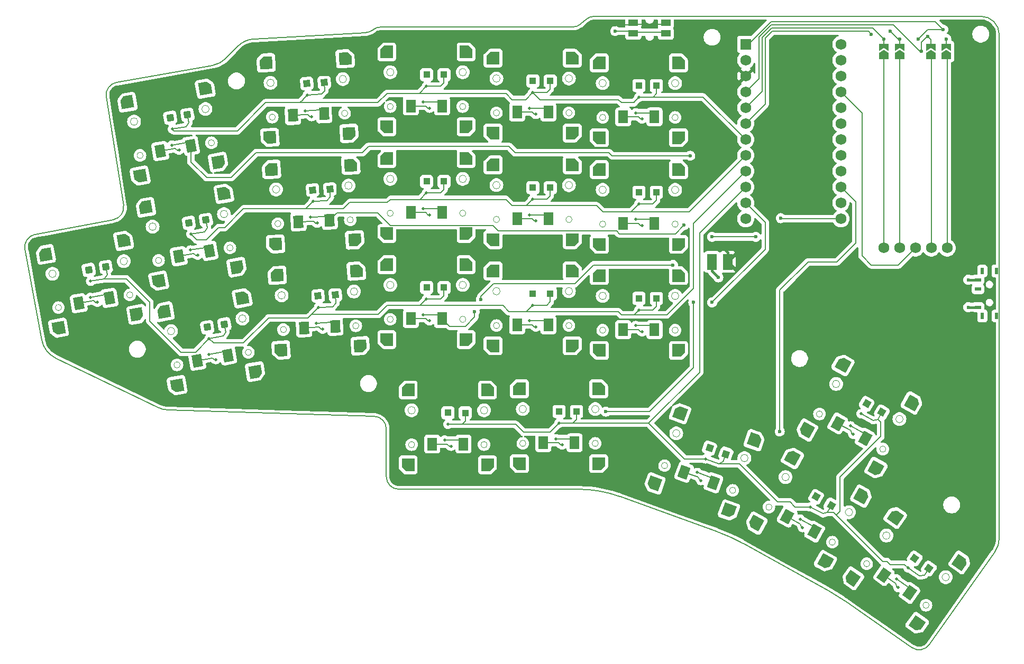
<source format=gbr>
%TF.GenerationSoftware,KiCad,Pcbnew,8.0.6*%
%TF.CreationDate,2024-11-17T18:27:12-05:00*%
%TF.ProjectId,ultra_lp_keeb,756c7472-615f-46c7-905f-6b6565622e6b,rev?*%
%TF.SameCoordinates,Original*%
%TF.FileFunction,Copper,L1,Top*%
%TF.FilePolarity,Positive*%
%FSLAX46Y46*%
G04 Gerber Fmt 4.6, Leading zero omitted, Abs format (unit mm)*
G04 Created by KiCad (PCBNEW 8.0.6) date 2024-11-17 18:27:12*
%MOMM*%
%LPD*%
G01*
G04 APERTURE LIST*
G04 Aperture macros list*
%AMRotRect*
0 Rectangle, with rotation*
0 The origin of the aperture is its center*
0 $1 length*
0 $2 width*
0 $3 Rotation angle, in degrees counterclockwise*
0 Add horizontal line*
21,1,$1,$2,0,0,$3*%
%AMOutline5P*
0 Free polygon, 5 corners , with rotation*
0 The origin of the aperture is its center*
0 number of corners: always 5*
0 $1 to $10 corner X, Y*
0 $11 Rotation angle, in degrees counterclockwise*
0 create outline with 5 corners*
4,1,5,$1,$2,$3,$4,$5,$6,$7,$8,$9,$10,$1,$2,$11*%
%AMOutline6P*
0 Free polygon, 6 corners , with rotation*
0 The origin of the aperture is its center*
0 number of corners: always 6*
0 $1 to $12 corner X, Y*
0 $13 Rotation angle, in degrees counterclockwise*
0 create outline with 6 corners*
4,1,6,$1,$2,$3,$4,$5,$6,$7,$8,$9,$10,$11,$12,$1,$2,$13*%
%AMOutline7P*
0 Free polygon, 7 corners , with rotation*
0 The origin of the aperture is its center*
0 number of corners: always 7*
0 $1 to $14 corner X, Y*
0 $15 Rotation angle, in degrees counterclockwise*
0 create outline with 7 corners*
4,1,7,$1,$2,$3,$4,$5,$6,$7,$8,$9,$10,$11,$12,$13,$14,$1,$2,$15*%
%AMOutline8P*
0 Free polygon, 8 corners , with rotation*
0 The origin of the aperture is its center*
0 number of corners: always 8*
0 $1 to $16 corner X, Y*
0 $17 Rotation angle, in degrees counterclockwise*
0 create outline with 8 corners*
4,1,8,$1,$2,$3,$4,$5,$6,$7,$8,$9,$10,$11,$12,$13,$14,$15,$16,$1,$2,$17*%
%AMFreePoly0*
4,1,6,1.000000,0.000000,0.500000,-0.750000,-0.500000,-0.750000,-0.500000,0.750000,0.500000,0.750000,1.000000,0.000000,1.000000,0.000000,$1*%
%AMFreePoly1*
4,1,6,0.500000,-0.750000,-0.650000,-0.750000,-0.150000,0.000000,-0.650000,0.750000,0.500000,0.750000,0.500000,-0.750000,0.500000,-0.750000,$1*%
G04 Aperture macros list end*
%TA.AperFunction,ComponentPad*%
%ADD10C,1.752600*%
%TD*%
%TA.AperFunction,SMDPad,CuDef*%
%ADD11R,1.500000X2.500000*%
%TD*%
%TA.AperFunction,SMDPad,CuDef*%
%ADD12FreePoly0,90.000000*%
%TD*%
%TA.AperFunction,SMDPad,CuDef*%
%ADD13FreePoly1,90.000000*%
%TD*%
%TA.AperFunction,SMDPad,CuDef*%
%ADD14RotRect,1.550000X2.000000X331.000000*%
%TD*%
%TA.AperFunction,ComponentPad*%
%ADD15RotRect,1.100000X1.100000X331.000000*%
%TD*%
%TA.AperFunction,ComponentPad*%
%ADD16C,0.500000*%
%TD*%
%TA.AperFunction,SMDPad,CuDef*%
%ADD17RotRect,1.100000X1.100000X331.000000*%
%TD*%
%TA.AperFunction,ComponentPad*%
%ADD18Outline5P,-1.000000X0.400000X-0.400000X1.000000X1.000000X1.000000X1.000000X-1.000000X-1.000000X-1.000000X331.000000*%
%TD*%
%TA.AperFunction,ComponentPad*%
%ADD19Outline5P,-1.000000X1.000000X1.000000X1.000000X1.000000X-1.000000X-0.400000X-1.000000X-1.000000X-0.400000X331.000000*%
%TD*%
%TA.AperFunction,ComponentPad*%
%ADD20Outline5P,-1.000000X1.000000X0.400000X1.000000X1.000000X0.400000X1.000000X-1.000000X-1.000000X-1.000000X331.000000*%
%TD*%
%TA.AperFunction,ComponentPad*%
%ADD21Outline5P,-1.000000X1.000000X1.000000X1.000000X1.000000X-0.400000X0.400000X-1.000000X-1.000000X-1.000000X331.000000*%
%TD*%
%TA.AperFunction,SMDPad,CuDef*%
%ADD22RotRect,1.550000X2.000000X10.000000*%
%TD*%
%TA.AperFunction,ComponentPad*%
%ADD23RotRect,1.100000X1.100000X10.000000*%
%TD*%
%TA.AperFunction,SMDPad,CuDef*%
%ADD24RotRect,1.100000X1.100000X10.000000*%
%TD*%
%TA.AperFunction,ComponentPad*%
%ADD25Outline5P,-1.000000X0.400000X-0.400000X1.000000X1.000000X1.000000X1.000000X-1.000000X-1.000000X-1.000000X10.000000*%
%TD*%
%TA.AperFunction,ComponentPad*%
%ADD26Outline5P,-1.000000X1.000000X1.000000X1.000000X1.000000X-1.000000X-0.400000X-1.000000X-1.000000X-0.400000X10.000000*%
%TD*%
%TA.AperFunction,ComponentPad*%
%ADD27Outline5P,-1.000000X1.000000X1.000000X1.000000X1.000000X-0.400000X0.400000X-1.000000X-1.000000X-1.000000X10.000000*%
%TD*%
%TA.AperFunction,ComponentPad*%
%ADD28Outline5P,-1.000000X1.000000X0.400000X1.000000X1.000000X0.400000X1.000000X-1.000000X-1.000000X-1.000000X10.000000*%
%TD*%
%TA.AperFunction,SMDPad,CuDef*%
%ADD29R,1.550000X2.000000*%
%TD*%
%TA.AperFunction,ComponentPad*%
%ADD30R,1.100000X1.100000*%
%TD*%
%TA.AperFunction,SMDPad,CuDef*%
%ADD31R,1.100000X1.100000*%
%TD*%
%TA.AperFunction,ComponentPad*%
%ADD32Outline5P,-1.000000X0.400000X-0.400000X1.000000X1.000000X1.000000X1.000000X-1.000000X-1.000000X-1.000000X0.000000*%
%TD*%
%TA.AperFunction,ComponentPad*%
%ADD33Outline5P,-1.000000X1.000000X1.000000X1.000000X1.000000X-1.000000X-0.400000X-1.000000X-1.000000X-0.400000X0.000000*%
%TD*%
%TA.AperFunction,ComponentPad*%
%ADD34Outline5P,-1.000000X1.000000X0.400000X1.000000X1.000000X0.400000X1.000000X-1.000000X-1.000000X-1.000000X0.000000*%
%TD*%
%TA.AperFunction,ComponentPad*%
%ADD35Outline5P,-1.000000X1.000000X1.000000X1.000000X1.000000X-0.400000X0.400000X-1.000000X-1.000000X-1.000000X0.000000*%
%TD*%
%TA.AperFunction,SMDPad,CuDef*%
%ADD36RotRect,1.550000X2.000000X3.000000*%
%TD*%
%TA.AperFunction,ComponentPad*%
%ADD37RotRect,1.100000X1.100000X3.000000*%
%TD*%
%TA.AperFunction,SMDPad,CuDef*%
%ADD38RotRect,1.100000X1.100000X3.000000*%
%TD*%
%TA.AperFunction,ComponentPad*%
%ADD39Outline5P,-1.000000X0.400000X-0.400000X1.000000X1.000000X1.000000X1.000000X-1.000000X-1.000000X-1.000000X3.000000*%
%TD*%
%TA.AperFunction,ComponentPad*%
%ADD40Outline5P,-1.000000X1.000000X1.000000X1.000000X1.000000X-1.000000X-0.400000X-1.000000X-1.000000X-0.400000X3.000000*%
%TD*%
%TA.AperFunction,ComponentPad*%
%ADD41Outline5P,-1.000000X1.000000X0.400000X1.000000X1.000000X0.400000X1.000000X-1.000000X-1.000000X-1.000000X3.000000*%
%TD*%
%TA.AperFunction,ComponentPad*%
%ADD42Outline5P,-1.000000X1.000000X1.000000X1.000000X1.000000X-0.400000X0.400000X-1.000000X-1.000000X-1.000000X3.000000*%
%TD*%
%TA.AperFunction,SMDPad,CuDef*%
%ADD43R,0.600000X1.000000*%
%TD*%
%TA.AperFunction,SMDPad,CuDef*%
%ADD44R,0.600000X1.100000*%
%TD*%
%TA.AperFunction,SMDPad,CuDef*%
%ADD45R,1.000000X0.600000*%
%TD*%
%TA.AperFunction,ComponentPad*%
%ADD46R,1.752600X1.752600*%
%TD*%
%TA.AperFunction,SMDPad,CuDef*%
%ADD47R,1.550000X1.000000*%
%TD*%
%TA.AperFunction,SMDPad,CuDef*%
%ADD48RotRect,1.550000X2.000000X325.000000*%
%TD*%
%TA.AperFunction,ComponentPad*%
%ADD49RotRect,1.100000X1.100000X325.000000*%
%TD*%
%TA.AperFunction,SMDPad,CuDef*%
%ADD50RotRect,1.100000X1.100000X325.000000*%
%TD*%
%TA.AperFunction,ComponentPad*%
%ADD51Outline5P,-1.000000X0.400000X-0.400000X1.000000X1.000000X1.000000X1.000000X-1.000000X-1.000000X-1.000000X325.000000*%
%TD*%
%TA.AperFunction,ComponentPad*%
%ADD52Outline5P,-1.000000X1.000000X1.000000X1.000000X1.000000X-1.000000X-0.400000X-1.000000X-1.000000X-0.400000X325.000000*%
%TD*%
%TA.AperFunction,ComponentPad*%
%ADD53Outline5P,-1.000000X1.000000X0.400000X1.000000X1.000000X0.400000X1.000000X-1.000000X-1.000000X-1.000000X325.000000*%
%TD*%
%TA.AperFunction,ComponentPad*%
%ADD54Outline5P,-1.000000X1.000000X1.000000X1.000000X1.000000X-0.400000X0.400000X-1.000000X-1.000000X-1.000000X325.000000*%
%TD*%
%TA.AperFunction,SMDPad,CuDef*%
%ADD55RotRect,1.550000X2.000000X340.000000*%
%TD*%
%TA.AperFunction,ComponentPad*%
%ADD56RotRect,1.100000X1.100000X340.000000*%
%TD*%
%TA.AperFunction,SMDPad,CuDef*%
%ADD57RotRect,1.100000X1.100000X340.000000*%
%TD*%
%TA.AperFunction,ComponentPad*%
%ADD58Outline5P,-1.000000X0.400000X-0.400000X1.000000X1.000000X1.000000X1.000000X-1.000000X-1.000000X-1.000000X340.000000*%
%TD*%
%TA.AperFunction,ComponentPad*%
%ADD59Outline5P,-1.000000X1.000000X1.000000X1.000000X1.000000X-1.000000X-0.400000X-1.000000X-1.000000X-0.400000X340.000000*%
%TD*%
%TA.AperFunction,ComponentPad*%
%ADD60Outline5P,-1.000000X1.000000X0.400000X1.000000X1.000000X0.400000X1.000000X-1.000000X-1.000000X-1.000000X340.000000*%
%TD*%
%TA.AperFunction,ComponentPad*%
%ADD61Outline5P,-1.000000X1.000000X1.000000X1.000000X1.000000X-0.400000X0.400000X-1.000000X-1.000000X-1.000000X340.000000*%
%TD*%
%TA.AperFunction,ViaPad*%
%ADD62C,0.600000*%
%TD*%
%TA.AperFunction,Conductor*%
%ADD63C,0.200000*%
%TD*%
%TA.AperFunction,Conductor*%
%ADD64C,0.400000*%
%TD*%
%TA.AperFunction,Profile*%
%ADD65C,0.200000*%
%TD*%
%TA.AperFunction,Profile*%
%ADD66C,0.100000*%
%TD*%
G04 APERTURE END LIST*
D10*
%TO.P,REF\u002A\u002A,CSMOSI*%
%TO.N,CSMOSI*%
X204460000Y-92770000D03*
X214620000Y-92770000D03*
%TO.P,REF\u002A\u002A,GNDSCK*%
%TO.N,GNDSCK*%
X212080000Y-92770000D03*
%TO.P,REF\u002A\u002A,SCK*%
X207000000Y-92770000D03*
%TO.P,REF\u002A\u002A,VCC*%
%TO.N,VCC*%
X209540000Y-92770000D03*
%TD*%
D11*
%TO.P,REF\u002A\u002A,+*%
%TO.N,RAW*%
X177000000Y-95000000D03*
%TO.P,REF\u002A\u002A,-*%
%TO.N,GND*%
X179500000Y-95000000D03*
%TD*%
D12*
%TO.P,REF\u002A\u002A,1*%
%TO.N,GNDSCK*%
X207000000Y-61995000D03*
D13*
%TO.P,REF\u002A\u002A,2*%
X207000000Y-60545000D03*
%TD*%
D14*
%TO.P,CPG1316,1*%
%TO.N,N/C*%
X189033566Y-135820202D03*
D15*
X193660476Y-132658978D03*
D16*
X191487742Y-137580750D03*
%TO.P,CPG1316,2*%
X191097932Y-136221317D03*
D14*
X193406664Y-138244250D03*
D16*
%TO.P,CPG1316,4*%
%TO.N,R3*%
X192747266Y-134277174D03*
D17*
%TO.N,N/C*%
X196091839Y-134018867D03*
D18*
%TO.P,CPG1316,m*%
X189858353Y-126385348D03*
D19*
X184040638Y-136880785D03*
D20*
X200966024Y-132542430D03*
D21*
X195148309Y-143037867D03*
%TD*%
D22*
%TO.P,CPG1316,1*%
%TO.N,N/C*%
X88664029Y-77262762D03*
D23*
X90270391Y-71894220D03*
D16*
X91679229Y-77086501D03*
%TO.P,CPG1316,2*%
%TO.N,C1*%
X90520773Y-76275340D03*
D22*
X93588068Y-76394520D03*
D16*
%TO.P,CPG1316,4*%
%TO.N,N/C*%
X90579057Y-73726496D03*
D24*
X93015720Y-71420947D03*
D25*
%TO.P,CPG1316,m*%
X83367463Y-69411448D03*
D26*
X85451241Y-81229141D03*
D27*
X97958299Y-79023809D03*
D28*
X95874522Y-67206116D03*
%TD*%
D29*
%TO.P,CPG1316,1*%
%TO.N,N/C*%
X162785805Y-71760639D03*
D30*
X165300000Y-66752599D03*
D16*
X165785805Y-72110639D03*
%TO.P,CPG1316,2*%
X164785805Y-71110639D03*
D29*
X167785805Y-71760639D03*
D16*
%TO.P,CPG1316,4*%
X165285805Y-68610639D03*
D31*
X168085805Y-66763238D03*
D32*
%TO.P,CPG1316,m*%
X158933072Y-63108865D03*
D33*
X158933072Y-75108865D03*
D34*
X171633072Y-63108865D03*
D35*
X171633072Y-75108865D03*
%TD*%
D36*
%TO.P,CPG1316,1*%
%TO.N,N/C*%
X110786672Y-88609610D03*
D37*
X113035321Y-83476851D03*
D16*
X113800879Y-88802123D03*
%TO.P,CPG1316,2*%
X112749913Y-87855829D03*
D36*
%TO.N,C2*%
X115779820Y-88347930D03*
D16*
%TO.P,CPG1316,4*%
%TO.N,N/C*%
X113118388Y-85333087D03*
D38*
X115817865Y-83341677D03*
D39*
%TO.P,CPG1316,m*%
X106486421Y-80171330D03*
D40*
X107114452Y-92154884D03*
D41*
X119169016Y-79506663D03*
D42*
X119797047Y-91490217D03*
%TD*%
D36*
%TO.P,CPG1316,1*%
%TO.N,N/C*%
X109891727Y-71533045D03*
D37*
X112140376Y-66400286D03*
D16*
X112905934Y-71725558D03*
%TO.P,CPG1316,2*%
%TO.N,C2*%
X111854968Y-70779264D03*
D36*
%TO.N,N/C*%
X114884875Y-71271365D03*
D16*
%TO.P,CPG1316,4*%
X112223443Y-68256522D03*
D38*
X114922920Y-66265112D03*
D39*
%TO.P,CPG1316,m*%
X105591476Y-63094765D03*
D40*
X106219507Y-75078319D03*
D41*
X118274071Y-62430098D03*
D42*
X118902102Y-74413652D03*
%TD*%
D43*
%TO.P,SW1,*%
%TO.N,*%
X222545988Y-103668082D03*
D44*
X222545988Y-96468082D03*
X220259988Y-103668082D03*
D43*
X220259988Y-96468082D03*
D45*
%TO.P,SW1,1*%
%TO.N,RAW*%
X219552988Y-102268082D03*
%TO.P,SW1,2*%
%TO.N,N/C*%
X219552988Y-99368082D03*
%TO.P,SW1,3*%
%TO.N,RAW_IN*%
X219552988Y-97868082D03*
%TD*%
D29*
%TO.P,CPG1316,1*%
%TO.N,N/C*%
X145785805Y-88110639D03*
D30*
X148300000Y-83102599D03*
D16*
X148785805Y-88460639D03*
%TO.P,CPG1316,2*%
X147785805Y-87460639D03*
D29*
X150785805Y-88110639D03*
D16*
%TO.P,CPG1316,4*%
X148285805Y-84960639D03*
D31*
X151085805Y-83113238D03*
D32*
%TO.P,CPG1316,m*%
X141933072Y-79458865D03*
D33*
X141933072Y-91458865D03*
D34*
X154633072Y-79458865D03*
D35*
X154633072Y-91458865D03*
%TD*%
D46*
%TO.P,U1,1*%
%TO.N,CSMOSI*%
X182383670Y-60145502D03*
D10*
%TO.P,U1,2*%
%TO.N,N/C*%
X182383670Y-62685502D03*
%TO.P,U1,3*%
%TO.N,GND*%
X182383670Y-65225502D03*
%TO.P,U1,4*%
%TO.N,GNDSCK*%
X182383670Y-67765502D03*
%TO.P,U1,5*%
%TO.N,CSMOSI*%
X182383670Y-70305502D03*
%TO.P,U1,6*%
%TO.N,GNDSCK*%
X182383670Y-72845502D03*
%TO.P,U1,7*%
%TO.N,R0*%
X182383670Y-75385502D03*
%TO.P,U1,8*%
%TO.N,R1*%
X182383670Y-77925502D03*
%TO.P,U1,9*%
%TO.N,R2*%
X182383670Y-80465502D03*
%TO.P,U1,10*%
%TO.N,R3*%
X182383670Y-83005502D03*
%TO.P,U1,11*%
%TO.N,C0*%
X182383670Y-85545502D03*
%TO.P,U1,12*%
%TO.N,C1*%
X182383670Y-88085502D03*
%TO.P,U1,13*%
%TO.N,C2*%
X197623670Y-88085502D03*
%TO.P,U1,14*%
%TO.N,C3*%
X197623670Y-85545502D03*
%TO.P,U1,15*%
%TO.N,C4*%
X197623670Y-83005502D03*
%TO.P,U1,16*%
%TO.N,C5*%
X197623670Y-80465502D03*
%TO.P,U1,17*%
%TO.N,N/C*%
X197623670Y-77925502D03*
%TO.P,U1,18*%
X197623670Y-75385502D03*
%TO.P,U1,19*%
X197623670Y-72845502D03*
%TO.P,U1,20*%
X197623670Y-70305502D03*
%TO.P,U1,21*%
%TO.N,VCC*%
X197623670Y-67765502D03*
%TO.P,U1,22*%
%TO.N,RST*%
X197623670Y-65225502D03*
%TO.P,U1,23*%
%TO.N,N/C*%
X197623670Y-62685502D03*
%TO.P,U1,24*%
%TO.N,RAW_IN*%
X197623670Y-60145502D03*
%TD*%
D47*
%TO.P,REF\u002A\u002A,1*%
%TO.N,RST*%
X164400000Y-58400000D03*
X169600000Y-58400000D03*
%TO.P,REF\u002A\u002A,2*%
%TO.N,GND*%
X164400000Y-56700000D03*
X169600000Y-56700000D03*
%TD*%
D12*
%TO.P,REF\u002A\u002A,1*%
%TO.N,GNDSCK*%
X212000000Y-61995000D03*
D13*
%TO.P,REF\u002A\u002A,2*%
X212000000Y-60545000D03*
%TD*%
D22*
%TO.P,CPG1316,1*%
%TO.N,N/C*%
X94585431Y-110844706D03*
D23*
X96191793Y-105476164D03*
D16*
X97600631Y-110668445D03*
%TO.P,CPG1316,2*%
X96442175Y-109857284D03*
D22*
X99509470Y-109976464D03*
D16*
%TO.P,CPG1316,4*%
%TO.N,R2*%
X96500459Y-107308440D03*
D24*
%TO.N,N/C*%
X98937122Y-105002891D03*
D25*
%TO.P,CPG1316,m*%
X89288865Y-102993392D03*
D26*
X91372643Y-114811085D03*
D27*
X103879701Y-112605753D03*
D28*
X101795924Y-100788060D03*
%TD*%
D22*
%TO.P,CPG1316,1*%
%TO.N,N/C*%
X91633413Y-94102974D03*
D23*
X93239775Y-88734432D03*
D16*
X94648613Y-93926713D03*
%TO.P,CPG1316,2*%
%TO.N,C1*%
X93490157Y-93115552D03*
D22*
%TO.N,N/C*%
X96557452Y-93234732D03*
D16*
%TO.P,CPG1316,4*%
X93548441Y-90566708D03*
D24*
X95985104Y-88261159D03*
D25*
%TO.P,CPG1316,m*%
X86336847Y-86251660D03*
D26*
X88420625Y-98069353D03*
D27*
X100927683Y-95864021D03*
D28*
X98843906Y-84046328D03*
%TD*%
D29*
%TO.P,CPG1316,1*%
%TO.N,N/C*%
X128785805Y-87110639D03*
D30*
X131300000Y-82102599D03*
D16*
X131785805Y-87460639D03*
%TO.P,CPG1316,2*%
X130785805Y-86460639D03*
D29*
%TO.N,C3*%
X133785805Y-87110639D03*
D16*
%TO.P,CPG1316,4*%
%TO.N,N/C*%
X131285805Y-83960639D03*
D31*
X134085805Y-82113238D03*
D32*
%TO.P,CPG1316,m*%
X124933072Y-78458865D03*
D33*
X124933072Y-90458865D03*
D34*
X137633072Y-78458865D03*
D35*
X137633072Y-90458865D03*
%TD*%
D29*
%TO.P,CPG1316,1*%
%TO.N,N/C*%
X162785805Y-88860639D03*
D30*
X165300000Y-83852599D03*
D16*
X165785805Y-89210639D03*
%TO.P,CPG1316,2*%
X164785805Y-88210639D03*
D29*
X167785805Y-88860639D03*
D16*
%TO.P,CPG1316,4*%
%TO.N,R1*%
X165285805Y-85710639D03*
D31*
%TO.N,N/C*%
X168085805Y-83863238D03*
D32*
%TO.P,CPG1316,m*%
X158933072Y-80208865D03*
D33*
X158933072Y-92208865D03*
D34*
X171633072Y-80208865D03*
D35*
X171633072Y-92208865D03*
%TD*%
D29*
%TO.P,CPG1316,1*%
%TO.N,N/C*%
X150000000Y-124000001D03*
D30*
X152514195Y-118991961D03*
D16*
X152999999Y-124350002D03*
%TO.P,CPG1316,2*%
X152000000Y-123350001D03*
D29*
X155000001Y-123999999D03*
D16*
%TO.P,CPG1316,4*%
%TO.N,R3*%
X152500000Y-120850000D03*
D31*
%TO.N,N/C*%
X155299999Y-119002599D03*
D32*
%TO.P,CPG1316,m*%
X146147267Y-115348227D03*
D33*
X146147267Y-127348227D03*
D35*
X158847266Y-127348227D03*
D34*
X158847267Y-115348227D03*
%TD*%
D29*
%TO.P,CPG1316,1*%
%TO.N,N/C*%
X162785805Y-105860639D03*
D30*
X165300000Y-100852599D03*
D16*
X165785805Y-106210639D03*
%TO.P,CPG1316,2*%
X164785805Y-105210639D03*
D29*
X167785805Y-105860639D03*
D16*
%TO.P,CPG1316,4*%
%TO.N,R2*%
X165285805Y-102710639D03*
D31*
%TO.N,N/C*%
X168085805Y-100863238D03*
D32*
%TO.P,CPG1316,m*%
X158933072Y-97208865D03*
D33*
X158933072Y-109208865D03*
D34*
X171633072Y-97208865D03*
D35*
X171633072Y-109208865D03*
%TD*%
D36*
%TO.P,CPG1316,1*%
%TO.N,N/C*%
X111676383Y-105586312D03*
D37*
X113925032Y-100453553D03*
D16*
X114690590Y-105778825D03*
%TO.P,CPG1316,2*%
X113639624Y-104832531D03*
D36*
X116669531Y-105324632D03*
D16*
%TO.P,CPG1316,4*%
X114008099Y-102309789D03*
D38*
X116707576Y-100318379D03*
D39*
%TO.P,CPG1316,m*%
X107376132Y-97148032D03*
D40*
X108004163Y-109131586D03*
D41*
X120058727Y-96483365D03*
D42*
X120686758Y-108466919D03*
%TD*%
D12*
%TO.P,REF\u002A\u002A,1*%
%TO.N,CSMOSI*%
X214500000Y-61995000D03*
D13*
%TO.P,REF\u002A\u002A,2*%
X214500000Y-60545000D03*
%TD*%
D12*
%TO.P,REF\u002A\u002A,1*%
%TO.N,CSMOSI*%
X204500000Y-61995000D03*
D13*
%TO.P,REF\u002A\u002A,2*%
X204500000Y-60545000D03*
%TD*%
D22*
%TO.P,CPG1316,1*%
%TO.N,N/C*%
X75603664Y-101652986D03*
D23*
X77210026Y-96284444D03*
D16*
X78618864Y-101476725D03*
%TO.P,CPG1316,2*%
%TO.N,C0*%
X77460408Y-100665564D03*
D22*
X80527703Y-100784744D03*
D16*
%TO.P,CPG1316,4*%
%TO.N,R2*%
X77518692Y-98116720D03*
D24*
%TO.N,N/C*%
X79955355Y-95811171D03*
D25*
%TO.P,CPG1316,m*%
X70307098Y-93801672D03*
D26*
X72390876Y-105619365D03*
D27*
X84897934Y-103414033D03*
D28*
X82814157Y-91596340D03*
%TD*%
D29*
%TO.P,CPG1316,1*%
%TO.N,N/C*%
X128785805Y-70010639D03*
D30*
X131300000Y-65002599D03*
D16*
X131785805Y-70360639D03*
%TO.P,CPG1316,2*%
%TO.N,C3*%
X130785805Y-69360639D03*
D29*
X133785805Y-70010639D03*
D16*
%TO.P,CPG1316,4*%
%TO.N,R0*%
X131285805Y-66860639D03*
D31*
%TO.N,N/C*%
X134085805Y-65013238D03*
D32*
%TO.P,CPG1316,m*%
X124933072Y-61358865D03*
D33*
X124933072Y-73358865D03*
D34*
X137633072Y-61358865D03*
D35*
X137633072Y-73358865D03*
%TD*%
D29*
%TO.P,CPG1316,1*%
%TO.N,N/C*%
X145785805Y-105110639D03*
D30*
X148300000Y-100102599D03*
D16*
X148785805Y-105460639D03*
%TO.P,CPG1316,2*%
X147785805Y-104460639D03*
D29*
X150785805Y-105110639D03*
D16*
%TO.P,CPG1316,4*%
X148285805Y-101960639D03*
D31*
X151085805Y-100113238D03*
D32*
%TO.P,CPG1316,m*%
X141933072Y-96458865D03*
D33*
X141933072Y-108458865D03*
D34*
X154633072Y-96458865D03*
D35*
X154633072Y-108458865D03*
%TD*%
D29*
%TO.P,CPG1316,1*%
%TO.N,N/C*%
X132200000Y-124200000D03*
D30*
X134714195Y-119191960D03*
D16*
X135199999Y-124550001D03*
%TO.P,CPG1316,2*%
X134200000Y-123550000D03*
D29*
%TO.N,C0*%
X137200001Y-124199998D03*
D16*
%TO.P,CPG1316,4*%
%TO.N,R3*%
X134700000Y-121049999D03*
D31*
%TO.N,N/C*%
X137499999Y-119202598D03*
D32*
%TO.P,CPG1316,m*%
X128347267Y-115548226D03*
D33*
X128347267Y-127548226D03*
D35*
X141047266Y-127548226D03*
D34*
X141047267Y-115548226D03*
%TD*%
D48*
%TO.P,CPG1316,1*%
%TO.N,N/C*%
X204508963Y-145194939D03*
D49*
X209440965Y-142534677D03*
D16*
X206765669Y-147202373D03*
%TO.P,CPG1316,2*%
X206520092Y-145809642D03*
D48*
X208604724Y-148062822D03*
D16*
%TO.P,CPG1316,4*%
%TO.N,R3*%
X208363609Y-144048552D03*
D50*
%TO.N,N/C*%
X211716861Y-144141263D03*
D51*
%TO.P,CPG1316,m*%
X206315443Y-135897985D03*
D52*
X199432526Y-145727811D03*
D53*
X216718674Y-143182405D03*
D54*
X209835757Y-153012230D03*
%TD*%
D29*
%TO.P,CPG1316,1*%
%TO.N,N/C*%
X128785805Y-104110639D03*
D30*
X131300000Y-99102599D03*
D16*
X131785805Y-104460639D03*
%TO.P,CPG1316,2*%
X130785805Y-103460639D03*
D29*
%TO.N,C3*%
X133785805Y-104110639D03*
D16*
%TO.P,CPG1316,4*%
%TO.N,N/C*%
X131285805Y-100960639D03*
D31*
X134085805Y-99113238D03*
D32*
%TO.P,CPG1316,m*%
X124933072Y-95458865D03*
D33*
X124933072Y-107458865D03*
D34*
X137633072Y-95458865D03*
D35*
X137633072Y-107458865D03*
%TD*%
D55*
%TO.P,CPG1316,1*%
%TO.N,N/C*%
X172526260Y-128691457D03*
D56*
X176601680Y-124845344D03*
D16*
X175225631Y-130046412D03*
%TO.P,CPG1316,2*%
X174627958Y-128764695D03*
D55*
X177224722Y-130401558D03*
D16*
%TO.P,CPG1316,4*%
%TO.N,R3*%
X175952855Y-126586475D03*
D57*
%TO.N,N/C*%
X179215843Y-125808142D03*
D58*
%TO.P,CPG1316,m*%
X171864956Y-119243737D03*
D59*
X167760714Y-130520049D03*
D60*
X183799053Y-123587391D03*
D61*
X179694812Y-134863704D03*
%TD*%
D29*
%TO.P,CPG1316,1*%
%TO.N,N/C*%
X145785805Y-71010639D03*
D30*
X148300000Y-66002599D03*
D16*
X148785805Y-71360639D03*
%TO.P,CPG1316,2*%
%TO.N,C4*%
X147785805Y-70360639D03*
D29*
%TO.N,N/C*%
X150785805Y-71010639D03*
D16*
%TO.P,CPG1316,4*%
X148285805Y-67860639D03*
D31*
X151085805Y-66013238D03*
D32*
%TO.P,CPG1316,m*%
X141933072Y-62358865D03*
D33*
X141933072Y-74358865D03*
D34*
X154633072Y-62358865D03*
D35*
X154633072Y-74358865D03*
%TD*%
D14*
%TO.P,CPG1316,1*%
%TO.N,N/C*%
X197117624Y-120901499D03*
D15*
X201744534Y-117740275D03*
D16*
X199571800Y-122662047D03*
%TO.P,CPG1316,2*%
X199181990Y-121302614D03*
D14*
X201490722Y-123325547D03*
D16*
%TO.P,CPG1316,4*%
%TO.N,R3*%
X200831324Y-119358471D03*
D17*
%TO.N,N/C*%
X204175897Y-119100164D03*
D18*
%TO.P,CPG1316,m*%
X197942411Y-111466645D03*
D19*
X192124696Y-121962082D03*
D20*
X209050082Y-117623727D03*
D21*
X203232367Y-128119164D03*
%TD*%
D62*
%TO.N,C3*%
X184000000Y-91000000D03*
%TO.N,C0*%
X177000000Y-101500000D03*
X174000000Y-101500000D03*
X160000000Y-119000000D03*
%TO.N,C2*%
X188000000Y-88000000D03*
X172500000Y-89113064D03*
%TO.N,C4*%
X187823254Y-122176746D03*
%TO.N,C3*%
X177000000Y-91000000D03*
X170750000Y-95500000D03*
%TO.N,C1*%
X173500000Y-78000000D03*
%TO.N,GNDSCK*%
X205500000Y-58000000D03*
X202500000Y-58500000D03*
%TO.N,C3*%
X140000000Y-101000000D03*
X139000000Y-103000000D03*
%TO.N,GND*%
X178500000Y-92500000D03*
X161500000Y-57000000D03*
%TO.N,RST*%
X161500000Y-58000000D03*
%TO.N,RAW*%
X218000000Y-102276085D03*
X178000000Y-97500000D03*
%TO.N,RAW_IN*%
X218000000Y-97876085D03*
%TO.N,GNDSCK*%
X207000000Y-59270000D03*
X210500000Y-61270000D03*
X211500000Y-58870000D03*
%TO.N,CSMOSI*%
X214500000Y-59270000D03*
X214000000Y-57770000D03*
X204500000Y-59270000D03*
X210000000Y-59270000D03*
%TD*%
D63*
%TO.N,C3*%
X177000000Y-91000000D02*
X184000000Y-91000000D01*
%TO.N,C0*%
X185500000Y-88661832D02*
X182383670Y-85545502D01*
X185500000Y-93000000D02*
X185500000Y-88661832D01*
X177000000Y-101500000D02*
X185500000Y-93000000D01*
%TO.N,R3*%
X175000000Y-90389172D02*
X182383670Y-83005502D01*
X166850001Y-120850001D02*
X175000000Y-112700002D01*
X175000000Y-112700002D02*
X175000000Y-90389172D01*
%TO.N,C0*%
X174000000Y-112000000D02*
X174000000Y-101500000D01*
X167000000Y-119000000D02*
X174000000Y-112000000D01*
X160000000Y-119000000D02*
X167000000Y-119000000D01*
%TO.N,C2*%
X188085502Y-88085502D02*
X197623670Y-88085502D01*
X188000000Y-88000000D02*
X188085502Y-88085502D01*
%TO.N,C4*%
X200000000Y-92000000D02*
X200000000Y-85381832D01*
X187823254Y-99549458D02*
X192372712Y-95000000D01*
X192372712Y-95000000D02*
X197000000Y-95000000D01*
X197000000Y-95000000D02*
X200000000Y-92000000D01*
X200000000Y-85381832D02*
X197623670Y-83005502D01*
X187823254Y-122176746D02*
X187823254Y-99549458D01*
%TO.N,VCC*%
X202500000Y-95500000D02*
X206810000Y-95500000D01*
X201000000Y-94000000D02*
X202500000Y-95500000D01*
X201000000Y-71141832D02*
X201000000Y-94000000D01*
X197623670Y-67765502D02*
X201000000Y-71141832D01*
X206810000Y-95500000D02*
X209540000Y-92770000D01*
%TO.N,C2*%
X116966560Y-87161190D02*
X115779820Y-88347930D01*
X123502325Y-87161190D02*
X116966560Y-87161190D01*
X125488757Y-89147622D02*
X123502325Y-87161190D01*
X141883645Y-89147622D02*
X125488757Y-89147622D01*
X142799314Y-90063291D02*
X141883645Y-89147622D01*
X161710805Y-90063291D02*
X142799314Y-90063291D01*
X171113064Y-90500000D02*
X162147514Y-90500000D01*
X172500000Y-89113064D02*
X171113064Y-90500000D01*
X162147514Y-90500000D02*
X161710805Y-90063291D01*
%TO.N,R2*%
X174000000Y-99246943D02*
X174000000Y-88849172D01*
X169746943Y-103500000D02*
X174000000Y-99246943D01*
X174000000Y-88849172D02*
X182383670Y-80465502D01*
X164496444Y-103500000D02*
X169746943Y-103500000D01*
%TO.N,R1*%
X173309172Y-87000000D02*
X182383670Y-77925502D01*
X163996444Y-87000000D02*
X173309172Y-87000000D01*
%TO.N,R0*%
X175571390Y-68573222D02*
X182383670Y-75385502D01*
X167573222Y-68573222D02*
X175571390Y-68573222D01*
%TO.N,GNDSCK*%
X206000000Y-57000000D02*
X210270000Y-61270000D01*
X210270000Y-61270000D02*
X210500000Y-61270000D01*
X184500000Y-59000000D02*
X186500000Y-57000000D01*
X184500000Y-65649172D02*
X184500000Y-59000000D01*
X182383670Y-67765502D02*
X184500000Y-65649172D01*
X186500000Y-57000000D02*
X206000000Y-57000000D01*
X206770000Y-59270000D02*
X207000000Y-59270000D01*
X205500000Y-58000000D02*
X206770000Y-59270000D01*
X202000000Y-58000000D02*
X202500000Y-58500000D01*
X194000000Y-58000000D02*
X202000000Y-58000000D01*
X186631372Y-58000000D02*
X194000000Y-58000000D01*
X185500000Y-59131372D02*
X186631372Y-58000000D01*
X185500000Y-69729172D02*
X185500000Y-59131372D01*
X182383670Y-72845502D02*
X185500000Y-69729172D01*
%TO.N,CSMOSI*%
X182788812Y-60145502D02*
X182383670Y-60145502D01*
X214000000Y-57770000D02*
X212730000Y-56500000D01*
X212730000Y-56500000D02*
X186434314Y-56500000D01*
X186434314Y-56500000D02*
X182788812Y-60145502D01*
X202730000Y-57500000D02*
X204500000Y-59270000D01*
X186565686Y-57500000D02*
X202730000Y-57500000D01*
X185000000Y-59065686D02*
X186565686Y-57500000D01*
X182383670Y-70305502D02*
X185000000Y-67689172D01*
X185000000Y-67689172D02*
X185000000Y-59065686D01*
%TO.N,*%
X131535805Y-104460639D02*
X131185805Y-104110639D01*
X148535805Y-88460639D02*
X148185805Y-88110639D01*
X131185805Y-87110639D02*
X128785805Y-87110639D01*
X152400002Y-124000000D02*
X150000000Y-124000000D01*
X113800879Y-88802122D02*
X113551221Y-88815206D01*
X134950001Y-124550001D02*
X134600002Y-124199999D01*
X131185805Y-70010639D02*
X128785805Y-70010639D01*
X114690590Y-105778824D02*
X114440933Y-105791908D01*
X153000000Y-124350001D02*
X152750001Y-124350002D01*
X96948971Y-110427950D02*
X94585432Y-110844705D01*
X148785805Y-71360639D02*
X148535805Y-71360639D01*
X131785805Y-104460639D02*
X131535805Y-104460639D01*
X113551221Y-88815206D02*
X113183383Y-88484004D01*
X78618864Y-101476724D02*
X78372663Y-101520137D01*
X131185805Y-104110639D02*
X128785805Y-104110639D01*
X206560881Y-147058978D02*
X206474930Y-146571524D01*
X199353147Y-122540842D02*
X199216713Y-122065043D01*
X94402411Y-93970124D02*
X93996952Y-93686218D01*
X175225633Y-130046409D02*
X174990710Y-129960904D01*
X165535805Y-106210639D02*
X165185805Y-105860639D01*
X112656277Y-71738641D02*
X112288439Y-71407439D01*
X206474930Y-146571524D02*
X204508964Y-145194940D01*
X191132655Y-136983746D02*
X189033567Y-135820203D01*
X148185805Y-88110639D02*
X145785805Y-88110639D01*
X152750001Y-124350002D02*
X152400002Y-124000000D01*
X199216713Y-122065043D02*
X197117625Y-120901500D01*
X165785805Y-106210639D02*
X165535805Y-106210639D01*
X91679231Y-77086499D02*
X91433026Y-77129912D01*
X97354431Y-110711856D02*
X96948971Y-110427950D01*
X114440933Y-105791908D02*
X114073095Y-105460706D01*
X93996952Y-93686218D02*
X91633413Y-94102974D01*
X77967204Y-101236230D02*
X75603664Y-101652986D01*
X131535805Y-70360639D02*
X131185805Y-70010639D01*
X191269089Y-137459545D02*
X191132655Y-136983746D01*
X165785805Y-89210639D02*
X165535805Y-89210639D01*
X165185805Y-88860639D02*
X162785805Y-88860639D01*
X112288439Y-71407439D02*
X109891728Y-71533045D01*
X148785805Y-105460639D02*
X148535805Y-105460639D01*
X131785805Y-87460639D02*
X131535805Y-87460639D01*
X165535805Y-72110639D02*
X165185805Y-71760639D01*
X91027568Y-76846006D02*
X88664030Y-77262762D01*
X199571802Y-122662044D02*
X199353147Y-122540842D01*
X165535805Y-89210639D02*
X165185805Y-88860639D01*
X78372663Y-101520137D02*
X77967204Y-101236230D01*
X114073095Y-105460706D02*
X111676384Y-105586312D01*
X148535805Y-105460639D02*
X148185805Y-105110639D01*
X97600632Y-110668444D02*
X97354431Y-110711856D01*
X148535805Y-71360639D02*
X148185805Y-71010639D01*
X91433026Y-77129912D02*
X91027568Y-76846006D01*
X148185805Y-105110639D02*
X145785805Y-105110639D01*
X174781524Y-129512306D02*
X172526261Y-128691458D01*
X174990710Y-129960904D02*
X174781524Y-129512306D01*
X165785805Y-72110639D02*
X165535805Y-72110639D01*
X148785805Y-88460639D02*
X148535805Y-88460639D01*
X131785805Y-70360639D02*
X131535805Y-70360639D01*
X134600002Y-124199999D02*
X132200000Y-124199999D01*
X165185805Y-71760639D02*
X162785805Y-71760639D01*
X131535805Y-87460639D02*
X131185805Y-87110639D01*
X165185805Y-105860639D02*
X162785805Y-105860639D01*
X148185805Y-71010639D02*
X145785805Y-71010639D01*
X191487744Y-137580747D02*
X191269089Y-137459545D01*
X113183383Y-88484004D02*
X110786673Y-88609610D01*
X135200000Y-124550000D02*
X134950001Y-124550001D01*
X112905934Y-71725557D02*
X112656277Y-71738641D01*
X94648613Y-93926712D02*
X94402411Y-93970124D01*
X206765670Y-147202371D02*
X206560881Y-147058978D01*
%TO.N,R2*%
X77518692Y-98116721D02*
X79734510Y-97726013D01*
X79734510Y-97726013D02*
X83226013Y-97726013D01*
X151085805Y-101410639D02*
X151085805Y-100113238D01*
X97192019Y-108000000D02*
X102000000Y-108000000D01*
X131285805Y-100960639D02*
X133535805Y-100960639D01*
X92000000Y-109500000D02*
X94308899Y-109500000D01*
X83226013Y-97726013D02*
X87000000Y-101500000D01*
X106000000Y-104000000D02*
X112317888Y-104000000D01*
X87000000Y-101500000D02*
X87000000Y-104500000D01*
X148285805Y-101960639D02*
X150535805Y-101960639D01*
X96500459Y-107308440D02*
X97192019Y-108000000D01*
X116775477Y-101614002D02*
X116707577Y-100318379D01*
X130246444Y-102000000D02*
X143500000Y-102000000D01*
X99162415Y-106280582D02*
X98937123Y-105002891D01*
X112908944Y-103408944D02*
X114008099Y-102309789D01*
X165285805Y-102710639D02*
X167535805Y-102710639D01*
X114008099Y-102309789D02*
X116255016Y-102192033D01*
X102000000Y-108000000D02*
X106000000Y-104000000D01*
X79734510Y-97726013D02*
X80180647Y-97088863D01*
X144500000Y-103000000D02*
X147246444Y-103000000D01*
X147246444Y-103000000D02*
X162000000Y-103000000D01*
X112908944Y-103408944D02*
X123591056Y-103408944D01*
X134085805Y-100410639D02*
X134085805Y-99113238D01*
X167535805Y-102710639D02*
X168085805Y-102160639D01*
X80180647Y-97088863D02*
X79955355Y-95811172D01*
X112317888Y-104000000D02*
X112908944Y-103408944D01*
X168085805Y-102160639D02*
X168085805Y-100863238D01*
X96500460Y-107308441D02*
X98716278Y-106917733D01*
X150535805Y-101960639D02*
X151085805Y-101410639D01*
X147246444Y-103000000D02*
X148285805Y-101960639D01*
X130246444Y-102000000D02*
X131285805Y-100960639D01*
X125000000Y-102000000D02*
X130246444Y-102000000D01*
X162500000Y-103500000D02*
X164496444Y-103500000D01*
X98716278Y-106917733D02*
X99162415Y-106280582D01*
X94308899Y-109500000D02*
X96500459Y-107308440D01*
X164496444Y-103500000D02*
X165285805Y-102710639D01*
X123591056Y-103408944D02*
X125000000Y-102000000D01*
X162000000Y-103000000D02*
X162500000Y-103500000D01*
X87000000Y-104500000D02*
X92000000Y-109500000D01*
X143500000Y-102000000D02*
X144500000Y-103000000D01*
X116255016Y-102192033D02*
X116775477Y-101614002D01*
X133535805Y-100960639D02*
X134085805Y-100410639D01*
%TO.N,R1*%
X119000000Y-85500000D02*
X125000000Y-85500000D01*
X150535805Y-84960639D02*
X151085805Y-84410639D01*
X102000000Y-86500000D02*
X111951475Y-86500000D01*
X113118388Y-85333087D02*
X115365305Y-85215331D01*
X148285805Y-84960639D02*
X150535805Y-84960639D01*
X93548441Y-90566708D02*
X95764258Y-90176002D01*
X158500000Y-86000000D02*
X159500000Y-87000000D01*
X147246444Y-86000000D02*
X158500000Y-86000000D01*
X96000000Y-91500000D02*
X98000000Y-89500000D01*
X145000000Y-86000000D02*
X147246444Y-86000000D01*
X163998222Y-86998222D02*
X164000000Y-87000000D01*
X133535805Y-83960639D02*
X134085805Y-83410639D01*
X130246444Y-85000000D02*
X131285805Y-83960639D01*
X98000000Y-89500000D02*
X99000000Y-89500000D01*
X151085805Y-84410639D02*
X151085805Y-83113238D01*
X167535805Y-85710639D02*
X168085805Y-85160639D01*
X115365305Y-85215331D02*
X115885766Y-84637300D01*
X99000000Y-89500000D02*
X102000000Y-86500000D01*
X130246444Y-85000000D02*
X144000000Y-85000000D01*
X94481733Y-91500000D02*
X96000000Y-91500000D01*
X165285805Y-85710639D02*
X167535805Y-85710639D01*
X163996444Y-87000000D02*
X163998222Y-86998222D01*
X131285805Y-83960639D02*
X133535805Y-83960639D01*
X115885766Y-84637300D02*
X115817865Y-83341677D01*
X134085805Y-83410639D02*
X134085805Y-82113238D01*
X168085805Y-85160639D02*
X168085805Y-83863238D01*
X118000000Y-86500000D02*
X119000000Y-85500000D01*
X144000000Y-85000000D02*
X145000000Y-86000000D01*
X111951475Y-86500000D02*
X113118388Y-85333087D01*
X95764258Y-90176002D02*
X96210396Y-89538850D01*
X125000000Y-85500000D02*
X125500000Y-85000000D01*
X96210396Y-89538850D02*
X95985105Y-88261160D01*
X125500000Y-85000000D02*
X130246444Y-85000000D01*
X163998222Y-86998222D02*
X165285805Y-85710639D01*
X159500000Y-87000000D02*
X163996444Y-87000000D01*
X93548441Y-90566708D02*
X94481733Y-91500000D01*
X111951475Y-86500000D02*
X118000000Y-86500000D01*
X147246444Y-86000000D02*
X148285805Y-84960639D01*
%TO.N,R0*%
X130146444Y-68000000D02*
X131285805Y-66860639D01*
X151085805Y-67310639D02*
X151085805Y-66013238D01*
X162500000Y-69500000D02*
X164500000Y-69500000D01*
X131285805Y-66860639D02*
X133535805Y-66860639D01*
X123500000Y-69500000D02*
X125000000Y-68000000D01*
X168085805Y-68060639D02*
X168085805Y-66763238D01*
X90579057Y-73726497D02*
X92794874Y-73335787D01*
X93241012Y-72698637D02*
X93015720Y-71420948D01*
X133535805Y-66860639D02*
X134085805Y-66310639D01*
X149425166Y-69000000D02*
X148285805Y-67860639D01*
X112223443Y-68256522D02*
X114470360Y-68138766D01*
X114470360Y-68138766D02*
X114990821Y-67560735D01*
X130146444Y-68000000D02*
X144000000Y-68000000D01*
X111000000Y-69500000D02*
X123500000Y-69500000D01*
X125000000Y-68000000D02*
X130146444Y-68000000D01*
X114990821Y-67560735D02*
X114922921Y-66265112D01*
X162500000Y-69500000D02*
X162000000Y-69000000D01*
X162000000Y-69000000D02*
X149425166Y-69000000D01*
X145000000Y-69000000D02*
X147146444Y-69000000D01*
X90852561Y-74000000D02*
X101000000Y-74000000D01*
X101000000Y-74000000D02*
X105500000Y-69500000D01*
X144000000Y-68000000D02*
X145000000Y-69000000D01*
X164500000Y-69396444D02*
X165285805Y-68610639D01*
X134085805Y-66310639D02*
X134085805Y-65013238D01*
X111000000Y-69500000D02*
X111500000Y-69000000D01*
X111500000Y-68979965D02*
X112223443Y-68256522D01*
X165285805Y-68610639D02*
X167535805Y-68610639D01*
X167535805Y-68610639D02*
X167573222Y-68573222D01*
X167573222Y-68573222D02*
X168085805Y-68060639D01*
X164500000Y-69500000D02*
X164500000Y-69396444D01*
X90579057Y-73726496D02*
X90852561Y-74000000D01*
X147146444Y-69000000D02*
X148285805Y-67860639D01*
X92794874Y-73335787D02*
X93241012Y-72698637D01*
X105500000Y-69500000D02*
X111000000Y-69500000D01*
X111500000Y-69000000D02*
X111500000Y-68979965D01*
X150535805Y-67860639D02*
X151085805Y-67310639D01*
X148285805Y-67860639D02*
X150535805Y-67860639D01*
%TO.N,R3*%
X204000000Y-120687992D02*
X203546906Y-120234898D01*
X205000000Y-143000000D02*
X205500000Y-143500000D01*
X134700001Y-121049999D02*
X136950001Y-121050000D01*
X204321337Y-143000000D02*
X205000000Y-143000000D01*
X172586475Y-126586475D02*
X175952855Y-126586475D01*
X178067164Y-127356022D02*
X178772107Y-127027302D01*
X152500001Y-120850000D02*
X154750001Y-120850001D01*
X154750001Y-120850001D02*
X154800000Y-120800001D01*
X192747267Y-134277174D02*
X194715161Y-135367997D01*
X146800000Y-122300001D02*
X151049999Y-122300001D01*
X197500000Y-135000000D02*
X197500000Y-129500000D01*
X196474938Y-135153601D02*
X196910668Y-135589332D01*
X155300000Y-120300001D02*
X155299999Y-119002600D01*
X195462848Y-135153601D02*
X196474938Y-135153601D01*
X207815057Y-143500000D02*
X208363609Y-144048552D01*
X189500000Y-133500000D02*
X190277174Y-134277174D01*
X181361769Y-127356022D02*
X187505747Y-133500000D01*
X178772107Y-127027302D02*
X179215844Y-125808143D01*
X196910668Y-135589332D02*
X197500000Y-135000000D01*
X151049999Y-122300001D02*
X152500000Y-120850000D01*
X145549999Y-121050000D02*
X146800000Y-122300001D01*
X210972704Y-145204033D02*
X211716862Y-144141263D01*
X203546906Y-120234898D02*
X204175898Y-119100165D01*
X194715161Y-135367997D02*
X195462848Y-135153601D01*
X200831325Y-119358471D02*
X202799219Y-120449294D01*
X208363610Y-144048551D02*
X210206702Y-145339099D01*
X137000000Y-121000000D02*
X137500000Y-120500000D01*
X137500000Y-120500000D02*
X137499999Y-119202599D01*
X204000000Y-123000000D02*
X204000000Y-120687992D01*
X154750001Y-120850001D02*
X166850001Y-120850001D01*
X136950001Y-121050000D02*
X137000000Y-121000000D01*
X190277174Y-134277174D02*
X192747266Y-134277174D01*
X154800000Y-120800001D02*
X155300000Y-120300001D01*
X175952856Y-126586475D02*
X178067164Y-127356022D01*
X178067164Y-127356022D02*
X181361769Y-127356022D01*
X210206702Y-145339099D02*
X210972704Y-145204033D01*
X166850001Y-120850001D02*
X172586475Y-126586475D01*
X202799219Y-120449294D02*
X203546906Y-120234898D01*
X196910668Y-135589332D02*
X204321337Y-143000000D01*
X197500000Y-129500000D02*
X204000000Y-123000000D01*
X136950001Y-121050000D02*
X145549999Y-121050000D01*
X187505747Y-133500000D02*
X189500000Y-133500000D01*
X205500000Y-143500000D02*
X207815057Y-143500000D01*
X195462848Y-135153601D02*
X196091840Y-134018868D01*
%TO.N,C1*%
X93490158Y-93115553D02*
X95804455Y-92707481D01*
X152000000Y-123350000D02*
X154349999Y-123349999D01*
X160500000Y-77500000D02*
X145500000Y-77500000D01*
X98756476Y-109449212D02*
X99509471Y-109976465D01*
X93588068Y-78995340D02*
X93588068Y-76394520D01*
X96092728Y-81500000D02*
X93588068Y-78995340D01*
X104000000Y-77500000D02*
X100000000Y-81500000D01*
X92835073Y-75867267D02*
X93588068Y-76394522D01*
X95804455Y-92707481D02*
X96557452Y-93234733D01*
X122000000Y-76500000D02*
X121000000Y-77500000D01*
X154349999Y-123349999D02*
X155000000Y-124000000D01*
X173500000Y-78000000D02*
X161000000Y-78000000D01*
X100000000Y-81500000D02*
X96092728Y-81500000D01*
X144500000Y-76500000D02*
X122000000Y-76500000D01*
X90520774Y-76275340D02*
X92835073Y-75867267D01*
X161000000Y-78000000D02*
X160500000Y-77500000D01*
X145500000Y-77500000D02*
X144500000Y-76500000D01*
X121000000Y-77500000D02*
X104000000Y-77500000D01*
X96442175Y-109857285D02*
X98756476Y-109449212D01*
%TO.N,C2*%
X115096693Y-87732839D02*
X115779820Y-88347930D01*
X114201748Y-70656274D02*
X114884875Y-71271365D01*
X112749913Y-87855829D02*
X115096693Y-87732839D01*
X111854968Y-70779264D02*
X114201748Y-70656274D01*
X113639625Y-104832531D02*
X115986404Y-104709541D01*
X176836236Y-129568444D02*
X177224723Y-130401556D01*
X115986404Y-104709541D02*
X116669532Y-105324632D01*
X174627960Y-128764698D02*
X176836236Y-129568444D01*
%TO.N,C3*%
X158000000Y-95516201D02*
X155007995Y-98508206D01*
X133135805Y-103460639D02*
X133785805Y-104110639D01*
X130785805Y-103460639D02*
X133135805Y-103460639D01*
X133135805Y-86460639D02*
X133785805Y-87110639D01*
X134997824Y-105322658D02*
X137540406Y-105322658D01*
X137540406Y-105322658D02*
X139000000Y-103863064D01*
X158000000Y-95500000D02*
X158000000Y-95516201D01*
X141983232Y-98508206D02*
X140000000Y-100491438D01*
X140000000Y-100491438D02*
X140000000Y-101000000D01*
X130785805Y-86460639D02*
X133135805Y-86460639D01*
X133135805Y-69360639D02*
X133785805Y-70010639D01*
X133785805Y-104110639D02*
X134997824Y-105322658D01*
X191097933Y-136221320D02*
X193153289Y-137360621D01*
X139000000Y-103863064D02*
X139000000Y-103000000D01*
X155007995Y-98508206D02*
X141983232Y-98508206D01*
X193153289Y-137360621D02*
X193406665Y-138244249D01*
X170750000Y-95500000D02*
X158000000Y-95500000D01*
X130785805Y-69360639D02*
X133135805Y-69360639D01*
%TO.N,C4*%
X150135805Y-104460639D02*
X150785805Y-105110639D01*
X150135805Y-87460639D02*
X150785805Y-88110639D01*
X147785805Y-70360639D02*
X150135805Y-70360639D01*
X206520093Y-145809645D02*
X208445100Y-147157547D01*
X147785805Y-87460639D02*
X150135805Y-87460639D01*
X147785805Y-104460639D02*
X150135805Y-104460639D01*
X208445100Y-147157547D02*
X208604724Y-148062820D01*
X150135805Y-70360639D02*
X150785805Y-71010639D01*
%TO.N,C5*%
X164785805Y-71110639D02*
X167135805Y-71110639D01*
X199181991Y-121302617D02*
X201237347Y-122441918D01*
X201237347Y-122441918D02*
X201490723Y-123325546D01*
X164785805Y-105210639D02*
X167135805Y-105210639D01*
X167135805Y-105210639D02*
X167785805Y-105860639D01*
X167135805Y-88210639D02*
X167785805Y-88860639D01*
X167135805Y-71110639D02*
X167785805Y-71760639D01*
X164785805Y-88210639D02*
X167135805Y-88210639D01*
%TO.N,C0*%
X77460408Y-100665565D02*
X79774706Y-100257491D01*
X136549999Y-123549998D02*
X137200000Y-124199999D01*
X134200000Y-123549999D02*
X136549999Y-123549998D01*
X79774706Y-100257491D02*
X80527702Y-100784745D01*
D64*
%TO.N,GND*%
X179500000Y-93500000D02*
X179500000Y-95000000D01*
D63*
X161500000Y-57000000D02*
X164087500Y-57000000D01*
X164087500Y-57000000D02*
X164400000Y-56687500D01*
X164400000Y-56700000D02*
X164625000Y-56925000D01*
X164625000Y-56925000D02*
X169375000Y-56925000D01*
D64*
X178500000Y-92500000D02*
X179500000Y-93500000D01*
D63*
X169375000Y-56925000D02*
X169600000Y-56700000D01*
%TO.N,RST*%
X161500000Y-58000000D02*
X164012500Y-58000000D01*
X164630000Y-58170000D02*
X169370000Y-58170000D01*
X164012500Y-58000000D02*
X164400000Y-58387500D01*
X169370000Y-58170000D02*
X169600000Y-58400000D01*
X164400000Y-58400000D02*
X164630000Y-58170000D01*
D64*
%TO.N,RAW*%
X218000000Y-102276085D02*
X219544985Y-102276085D01*
X177000000Y-96500000D02*
X177000000Y-95000000D01*
X219544985Y-102276085D02*
X219552988Y-102268082D01*
X178000000Y-97500000D02*
X177000000Y-96500000D01*
%TO.N,RAW_IN*%
X218000000Y-97876085D02*
X219544985Y-97876085D01*
X219544985Y-97876085D02*
X219552988Y-97868082D01*
D63*
%TO.N,VCC*%
X209000000Y-92230000D02*
X209540000Y-92770000D01*
%TO.N,GNDSCK*%
X207000000Y-92770000D02*
X207000000Y-61995000D01*
X211500000Y-58870000D02*
X212000000Y-59370000D01*
X211500000Y-58870000D02*
X211400000Y-58870000D01*
X207000000Y-59270000D02*
X207000000Y-60545000D01*
X212080000Y-62075000D02*
X212000000Y-61995000D01*
X211400000Y-58870000D02*
X210500000Y-59770000D01*
X212080000Y-92770000D02*
X212080000Y-62075000D01*
X212000000Y-59370000D02*
X212000000Y-60545000D01*
X210500000Y-59770000D02*
X210500000Y-61270000D01*
%TO.N,CSMOSI*%
X211500000Y-57770000D02*
X214000000Y-57770000D01*
X210000000Y-59270000D02*
X211500000Y-57770000D01*
X214620000Y-62115000D02*
X214500000Y-61995000D01*
X204460000Y-92770000D02*
X204460000Y-62035000D01*
X204500000Y-59270000D02*
X204500000Y-60545000D01*
X204460000Y-62035000D02*
X204500000Y-61995000D01*
X214500000Y-59270000D02*
X214500000Y-60545000D01*
X214620000Y-92770000D02*
X214620000Y-62115000D01*
X182354498Y-60145502D02*
X182383670Y-60145502D01*
%TD*%
%TA.AperFunction,Conductor*%
%TO.N,GND*%
G36*
X220003092Y-56132137D02*
G01*
X220291028Y-56149561D01*
X220305890Y-56151366D01*
X220585953Y-56202701D01*
X220600475Y-56206281D01*
X220872303Y-56291004D01*
X220886303Y-56296314D01*
X221145941Y-56413190D01*
X221159184Y-56420141D01*
X221402843Y-56567468D01*
X221415160Y-56575972D01*
X221639271Y-56751590D01*
X221650477Y-56761519D01*
X221851784Y-56962876D01*
X221861708Y-56974081D01*
X222037271Y-57198234D01*
X222045777Y-57210561D01*
X222193035Y-57454241D01*
X222199992Y-57467502D01*
X222316800Y-57727158D01*
X222322108Y-57741162D01*
X222406761Y-58013004D01*
X222410342Y-58027545D01*
X222461607Y-58307611D01*
X222463409Y-58322478D01*
X222480763Y-58610423D01*
X222480988Y-58617911D01*
X222480972Y-58687898D01*
X222480989Y-58688161D01*
X222481073Y-95293582D01*
X222461389Y-95360621D01*
X222408585Y-95406376D01*
X222357074Y-95417582D01*
X222198118Y-95417582D01*
X222198111Y-95417583D01*
X222138504Y-95423990D01*
X222003659Y-95474284D01*
X222003652Y-95474288D01*
X221888443Y-95560534D01*
X221888440Y-95560537D01*
X221802194Y-95675746D01*
X221802190Y-95675753D01*
X221751896Y-95810599D01*
X221745489Y-95870198D01*
X221745488Y-95870217D01*
X221745488Y-97065952D01*
X221745489Y-97065958D01*
X221751896Y-97125565D01*
X221802190Y-97260410D01*
X221802194Y-97260417D01*
X221888440Y-97375626D01*
X221888443Y-97375629D01*
X222003652Y-97461875D01*
X222003659Y-97461879D01*
X222033522Y-97473017D01*
X222138505Y-97512173D01*
X222198115Y-97518582D01*
X222357079Y-97518581D01*
X222424118Y-97538265D01*
X222469873Y-97591069D01*
X222481079Y-97642581D01*
X222481090Y-102543582D01*
X222461406Y-102610621D01*
X222408602Y-102656376D01*
X222357091Y-102667582D01*
X222198118Y-102667582D01*
X222198111Y-102667583D01*
X222138504Y-102673990D01*
X222003659Y-102724284D01*
X222003652Y-102724288D01*
X221888443Y-102810534D01*
X221888440Y-102810537D01*
X221802194Y-102925746D01*
X221802190Y-102925753D01*
X221751896Y-103060599D01*
X221745489Y-103120198D01*
X221745488Y-103120217D01*
X221745488Y-104215952D01*
X221745489Y-104215958D01*
X221751896Y-104275565D01*
X221802190Y-104410410D01*
X221802194Y-104410417D01*
X221888440Y-104525626D01*
X221888443Y-104525629D01*
X222003652Y-104611875D01*
X222003659Y-104611879D01*
X222025929Y-104620185D01*
X222138505Y-104662173D01*
X222198115Y-104668582D01*
X222357095Y-104668581D01*
X222424134Y-104688265D01*
X222469889Y-104741069D01*
X222481095Y-104792581D01*
X222481175Y-139202848D01*
X222481054Y-139208320D01*
X222467855Y-139507127D01*
X222466898Y-139517973D01*
X222427891Y-139811804D01*
X222425985Y-139822525D01*
X222361353Y-140111788D01*
X222358514Y-140122300D01*
X222268760Y-140404764D01*
X222265011Y-140414987D01*
X222150810Y-140688522D01*
X222146177Y-140698376D01*
X222008432Y-140960811D01*
X222002953Y-140970221D01*
X221841068Y-141222126D01*
X221838025Y-141226641D01*
X221797559Y-141283913D01*
X221797549Y-141283931D01*
X211408107Y-155988705D01*
X211408068Y-155988753D01*
X211368717Y-156044457D01*
X211363379Y-156051471D01*
X211236794Y-156206057D01*
X211224692Y-156218860D01*
X211080741Y-156350951D01*
X211066947Y-156361910D01*
X210905724Y-156472272D01*
X210890522Y-156481162D01*
X210807049Y-156522319D01*
X210715289Y-156567561D01*
X210698974Y-156574209D01*
X210513268Y-156634901D01*
X210496175Y-156639171D01*
X210303738Y-156672932D01*
X210286214Y-156674736D01*
X210090935Y-156680886D01*
X210073331Y-156680188D01*
X209879151Y-156658601D01*
X209861824Y-156655415D01*
X209672669Y-156606528D01*
X209655968Y-156600919D01*
X209475647Y-156525718D01*
X209459916Y-156517802D01*
X209289037Y-156415997D01*
X209281632Y-156411220D01*
X209224110Y-156371154D01*
X209224082Y-156371137D01*
X204673679Y-153201757D01*
X207940497Y-153201757D01*
X207945064Y-153345612D01*
X207989970Y-153482344D01*
X207989973Y-153482349D01*
X208071581Y-153600887D01*
X208071586Y-153600893D01*
X208116733Y-153640328D01*
X208116740Y-153640334D01*
X209336327Y-154494297D01*
X209336329Y-154494298D01*
X209336332Y-154494300D01*
X209411258Y-154533874D01*
X209411259Y-154533874D01*
X209411261Y-154533875D01*
X209411260Y-154533875D01*
X209498980Y-154553320D01*
X209551769Y-154565023D01*
X209636402Y-154560824D01*
X210552746Y-154399248D01*
X210552753Y-154399245D01*
X210552757Y-154399245D01*
X210633703Y-154374250D01*
X210633703Y-154374249D01*
X210633706Y-154374249D01*
X210755088Y-154296920D01*
X210811961Y-154234109D01*
X211255343Y-153600893D01*
X211665923Y-153014523D01*
X211665923Y-153014521D01*
X211665929Y-153014514D01*
X211694871Y-152962008D01*
X211731017Y-152822699D01*
X211726450Y-152678850D01*
X211681542Y-152542113D01*
X211599929Y-152423568D01*
X211599927Y-152423566D01*
X211554780Y-152384131D01*
X211554773Y-152384125D01*
X209838041Y-151182058D01*
X209809716Y-151166445D01*
X209785535Y-151153116D01*
X209785532Y-151153115D01*
X209646229Y-151116970D01*
X209646226Y-151116970D01*
X209574301Y-151119253D01*
X209502374Y-151121537D01*
X209365642Y-151166443D01*
X209365637Y-151166446D01*
X209247099Y-151248054D01*
X209247093Y-151248059D01*
X209207658Y-151293206D01*
X209207652Y-151293213D01*
X208005585Y-153009945D01*
X207976644Y-153062450D01*
X207976642Y-153062454D01*
X207940497Y-153201757D01*
X204673679Y-153201757D01*
X200126352Y-150034519D01*
X210244005Y-150034519D01*
X210263321Y-150230648D01*
X210320534Y-150419251D01*
X210413433Y-150593054D01*
X210413435Y-150593057D01*
X210538461Y-150745402D01*
X210690806Y-150870428D01*
X210690809Y-150870430D01*
X210864612Y-150963329D01*
X210864618Y-150963332D01*
X211053213Y-151020542D01*
X211249345Y-151039859D01*
X211445477Y-151020542D01*
X211634072Y-150963332D01*
X211807882Y-150870429D01*
X211960228Y-150745402D01*
X212085255Y-150593056D01*
X212178158Y-150419246D01*
X212235368Y-150230651D01*
X212254685Y-150034519D01*
X212235368Y-149838387D01*
X212178158Y-149649792D01*
X212085255Y-149475982D01*
X212085254Y-149475980D01*
X211960228Y-149323635D01*
X211807883Y-149198609D01*
X211807880Y-149198607D01*
X211634077Y-149105708D01*
X211634074Y-149105707D01*
X211634072Y-149105706D01*
X211445477Y-149048496D01*
X211445474Y-149048495D01*
X211249345Y-149029179D01*
X211053215Y-149048495D01*
X210923807Y-149087751D01*
X210864618Y-149105706D01*
X210864617Y-149105706D01*
X210864612Y-149105708D01*
X210690809Y-149198607D01*
X210690806Y-149198609D01*
X210538461Y-149323635D01*
X210413435Y-149475980D01*
X210413433Y-149475983D01*
X210320534Y-149649786D01*
X210320532Y-149649791D01*
X210320532Y-149649792D01*
X210302577Y-149708981D01*
X210263321Y-149838389D01*
X210244005Y-150034519D01*
X200126352Y-150034519D01*
X198555974Y-148940742D01*
X198555955Y-148940727D01*
X198497393Y-148899941D01*
X198497392Y-148899940D01*
X198437528Y-148858244D01*
X198437497Y-148858225D01*
X198175473Y-148675718D01*
X198154645Y-148661993D01*
X197520246Y-148243946D01*
X197432957Y-148189593D01*
X196854180Y-147829200D01*
X196709570Y-147744237D01*
X196177609Y-147431692D01*
X195834335Y-147241717D01*
X195834326Y-147241712D01*
X195834326Y-147241711D01*
X195833319Y-147241155D01*
X195833223Y-147241102D01*
X195789336Y-147216812D01*
X195774416Y-147208555D01*
X195774407Y-147208550D01*
X192585720Y-145443820D01*
X197879733Y-145443820D01*
X197879733Y-145443825D01*
X197883931Y-145528450D01*
X197883933Y-145528463D01*
X198045507Y-146444796D01*
X198045510Y-146444811D01*
X198070505Y-146525757D01*
X198070508Y-146525762D01*
X198147835Y-146647141D01*
X198210649Y-146704017D01*
X199430232Y-147557977D01*
X199430235Y-147557978D01*
X199430242Y-147557983D01*
X199482748Y-147586925D01*
X199622057Y-147623071D01*
X199765906Y-147618504D01*
X199902643Y-147573596D01*
X200021188Y-147491983D01*
X200060628Y-147446830D01*
X201262698Y-145730095D01*
X201291640Y-145677589D01*
X201327786Y-145538280D01*
X201323219Y-145394431D01*
X201320212Y-145385274D01*
X201278312Y-145257696D01*
X201278309Y-145257691D01*
X201196701Y-145139153D01*
X201196696Y-145139147D01*
X201151549Y-145099712D01*
X201151542Y-145099706D01*
X199434810Y-143897639D01*
X199406485Y-143882026D01*
X199382304Y-143868697D01*
X199382301Y-143868696D01*
X199242998Y-143832551D01*
X199242995Y-143832551D01*
X199171070Y-143834834D01*
X199099143Y-143837118D01*
X198962411Y-143882024D01*
X198962406Y-143882027D01*
X198843868Y-143963635D01*
X198843862Y-143963640D01*
X198804427Y-144008787D01*
X198804421Y-144008794D01*
X197950458Y-145228381D01*
X197910880Y-145303315D01*
X197879733Y-145443820D01*
X192585720Y-145443820D01*
X188936958Y-143424469D01*
X193283242Y-143424469D01*
X193302820Y-143567051D01*
X193361774Y-143698342D01*
X193361775Y-143698343D01*
X193361776Y-143698345D01*
X193447575Y-143798641D01*
X193455334Y-143807711D01*
X193504361Y-143842215D01*
X194061445Y-144151011D01*
X194806538Y-144564022D01*
X194865326Y-144587585D01*
X194885188Y-144595546D01*
X194885189Y-144595546D01*
X194885191Y-144595547D01*
X195028187Y-144611839D01*
X195111918Y-144598816D01*
X196006353Y-144342341D01*
X196084257Y-144309017D01*
X196196891Y-144219423D01*
X196246886Y-144151011D01*
X196672017Y-143384053D01*
X200743061Y-143384053D01*
X200762377Y-143580183D01*
X200762378Y-143580185D01*
X200819588Y-143768781D01*
X200899557Y-143918392D01*
X200912494Y-143942594D01*
X201037518Y-144094937D01*
X201189861Y-144219961D01*
X201189865Y-144219964D01*
X201363675Y-144312868D01*
X201552271Y-144370078D01*
X201748403Y-144389395D01*
X201944535Y-144370078D01*
X202133131Y-144312868D01*
X202306941Y-144219964D01*
X202459287Y-144094937D01*
X202584314Y-143942591D01*
X202677218Y-143768781D01*
X202734428Y-143580185D01*
X202753745Y-143384053D01*
X202734428Y-143187921D01*
X202677218Y-142999325D01*
X202584314Y-142825515D01*
X202558114Y-142793590D01*
X202459287Y-142673168D01*
X202306944Y-142548144D01*
X202306942Y-142548143D01*
X202306941Y-142548142D01*
X202133131Y-142455238D01*
X202023145Y-142421874D01*
X201944533Y-142398027D01*
X201748403Y-142378711D01*
X201552272Y-142398027D01*
X201412513Y-142440423D01*
X201364737Y-142454916D01*
X201363672Y-142455239D01*
X201189861Y-142548144D01*
X201037518Y-142673168D01*
X200912494Y-142825511D01*
X200819589Y-142999322D01*
X200762377Y-143187922D01*
X200743061Y-143384053D01*
X196672017Y-143384053D01*
X196968693Y-142848834D01*
X196991989Y-142793590D01*
X196991989Y-142793587D01*
X196991990Y-142793587D01*
X197013375Y-142651264D01*
X196993797Y-142508682D01*
X196934843Y-142377391D01*
X196934842Y-142377390D01*
X196934842Y-142377389D01*
X196841285Y-142268024D01*
X196841284Y-142268023D01*
X196841283Y-142268022D01*
X196792256Y-142233518D01*
X194959275Y-141217482D01*
X194959269Y-141217479D01*
X194904030Y-141194186D01*
X194904029Y-141194185D01*
X194761706Y-141172800D01*
X194619124Y-141192378D01*
X194487833Y-141251332D01*
X194378464Y-141344892D01*
X194343960Y-141393919D01*
X193327924Y-143226900D01*
X193327921Y-143226906D01*
X193304628Y-143282145D01*
X193304627Y-143282146D01*
X193283242Y-143424469D01*
X188936958Y-143424469D01*
X182211522Y-139702380D01*
X182211522Y-139702379D01*
X182211511Y-139702374D01*
X181857801Y-139506605D01*
X181011105Y-139071948D01*
X180151257Y-138663916D01*
X179279121Y-138282917D01*
X179279112Y-138282913D01*
X179279102Y-138282909D01*
X178395484Y-137929294D01*
X178277619Y-137886345D01*
X178017800Y-137791669D01*
X178015624Y-137790713D01*
X178000002Y-137785058D01*
X177947601Y-137766089D01*
X177947617Y-137766044D01*
X177947349Y-137765997D01*
X177922927Y-137757097D01*
X177880194Y-137741523D01*
X177877876Y-137740849D01*
X175170102Y-136760660D01*
X182466666Y-136760660D01*
X182479691Y-136844404D01*
X182736161Y-137738820D01*
X182736164Y-137738829D01*
X182769488Y-137816733D01*
X182859082Y-137929367D01*
X182927494Y-137979362D01*
X184042856Y-138597616D01*
X184229671Y-138701169D01*
X184229677Y-138701172D01*
X184258788Y-138713447D01*
X184284915Y-138724465D01*
X184284916Y-138724465D01*
X184284917Y-138724466D01*
X184343494Y-138733267D01*
X184427239Y-138745851D01*
X184569823Y-138726273D01*
X184701116Y-138667318D01*
X184810481Y-138573761D01*
X184844986Y-138524732D01*
X185861022Y-136691752D01*
X185884318Y-136636508D01*
X185884318Y-136636505D01*
X185884319Y-136636505D01*
X185903651Y-136507844D01*
X185905704Y-136494184D01*
X185904891Y-136488266D01*
X185886126Y-136351600D01*
X185827172Y-136220309D01*
X185827171Y-136220308D01*
X185827171Y-136220307D01*
X185733614Y-136110942D01*
X185733613Y-136110941D01*
X185733612Y-136110940D01*
X185684585Y-136076436D01*
X183851604Y-135060400D01*
X183851598Y-135060397D01*
X183796359Y-135037104D01*
X183796358Y-135037103D01*
X183654035Y-135015718D01*
X183511453Y-135035296D01*
X183380162Y-135094250D01*
X183270793Y-135187810D01*
X183236289Y-135236837D01*
X182514483Y-136539013D01*
X182482958Y-136617664D01*
X182466666Y-136760660D01*
X175170102Y-136760660D01*
X171393015Y-135393390D01*
X177912043Y-135393390D01*
X177913184Y-135537301D01*
X177913185Y-135537306D01*
X177954828Y-135675072D01*
X177970160Y-135698518D01*
X178033593Y-135795524D01*
X178033594Y-135795524D01*
X178033595Y-135795526D01*
X178143109Y-135888909D01*
X178196932Y-135915319D01*
X179595992Y-136424534D01*
X179651068Y-136437089D01*
X179678607Y-136443367D01*
X179678607Y-136443366D01*
X179678608Y-136443367D01*
X179822393Y-136437089D01*
X179903056Y-136411128D01*
X180746357Y-136017890D01*
X180818088Y-135972789D01*
X180915320Y-135866679D01*
X180953998Y-135791288D01*
X181463213Y-134392227D01*
X181477580Y-134334020D01*
X181476439Y-134190102D01*
X181434796Y-134052336D01*
X181356029Y-133931882D01*
X181246515Y-133838499D01*
X181246514Y-133838498D01*
X181246511Y-133838497D01*
X181192701Y-133812093D01*
X181192696Y-133812091D01*
X181192692Y-133812089D01*
X180447498Y-133540861D01*
X179223337Y-133095303D01*
X179165125Y-133080935D01*
X179021214Y-133082076D01*
X179021209Y-133082077D01*
X178883444Y-133123720D01*
X178762991Y-133202485D01*
X178762989Y-133202488D01*
X178669606Y-133312001D01*
X178669605Y-133312004D01*
X178643201Y-133365814D01*
X178643195Y-133365829D01*
X177926411Y-135335178D01*
X177912043Y-135393390D01*
X171393015Y-135393390D01*
X162469371Y-132163114D01*
X162469370Y-132163114D01*
X162435410Y-132150821D01*
X162407413Y-132140687D01*
X162407410Y-132140686D01*
X162405921Y-132140147D01*
X162405906Y-132140141D01*
X162097362Y-132028460D01*
X161343564Y-131788056D01*
X160581031Y-131576907D01*
X159810909Y-131395334D01*
X159034373Y-131243610D01*
X158252541Y-131121957D01*
X157466618Y-131030561D01*
X156677749Y-130969554D01*
X155887098Y-130939027D01*
X155563517Y-130939020D01*
X155563495Y-130939019D01*
X155557385Y-130939019D01*
X126854042Y-130939019D01*
X126845178Y-130938702D01*
X126645227Y-130924372D01*
X126627730Y-130921855D01*
X126436169Y-130880179D01*
X126419208Y-130875199D01*
X126235526Y-130806709D01*
X126219453Y-130799372D01*
X126047363Y-130705450D01*
X126032491Y-130695898D01*
X126028323Y-130692780D01*
X125967969Y-130647630D01*
X125875520Y-130578470D01*
X125862156Y-130566899D01*
X125799044Y-130503843D01*
X166181050Y-130503843D01*
X166181050Y-130503845D01*
X166187329Y-130647632D01*
X166213290Y-130728295D01*
X166606528Y-131571594D01*
X166651628Y-131643325D01*
X166739725Y-131724050D01*
X166757739Y-131740557D01*
X166833130Y-131779235D01*
X168232191Y-132288450D01*
X168290398Y-132302817D01*
X168290399Y-132302816D01*
X168290400Y-132302817D01*
X168331517Y-132302491D01*
X168434316Y-132301676D01*
X168572082Y-132260033D01*
X168692536Y-132181266D01*
X168785919Y-132071752D01*
X168812329Y-132017929D01*
X169529115Y-130048572D01*
X169543482Y-129990365D01*
X169542341Y-129846447D01*
X169500698Y-129708681D01*
X169421931Y-129588227D01*
X169312417Y-129494844D01*
X169312416Y-129494843D01*
X169312413Y-129494842D01*
X169258603Y-129468438D01*
X169258598Y-129468436D01*
X169258594Y-129468434D01*
X168797803Y-129300720D01*
X167289239Y-128751648D01*
X167231027Y-128737280D01*
X167087116Y-128738421D01*
X167087111Y-128738422D01*
X166949346Y-128780065D01*
X166828893Y-128858830D01*
X166828891Y-128858833D01*
X166735508Y-128968346D01*
X166735507Y-128968349D01*
X166709103Y-129022159D01*
X166709097Y-129022174D01*
X166199887Y-130421219D01*
X166199882Y-130421236D01*
X166181050Y-130503843D01*
X125799044Y-130503843D01*
X125764539Y-130469369D01*
X125723475Y-130428341D01*
X125711899Y-130414996D01*
X125594318Y-130258109D01*
X125584758Y-130243253D01*
X125490688Y-130071254D01*
X125483335Y-130055183D01*
X125480863Y-130048572D01*
X125414679Y-129871557D01*
X125409688Y-129854611D01*
X125367838Y-129663071D01*
X125365309Y-129645603D01*
X125350734Y-129444710D01*
X125350410Y-129435882D01*
X125350333Y-129365399D01*
X125350329Y-129365366D01*
X125347103Y-126500361D01*
X126846767Y-126500361D01*
X126846767Y-127989196D01*
X126851689Y-128028382D01*
X126857327Y-128073276D01*
X126865373Y-128092700D01*
X126912403Y-128206241D01*
X126912404Y-128206242D01*
X126964388Y-128273161D01*
X126964394Y-128273167D01*
X127622334Y-128931108D01*
X127622344Y-128931117D01*
X127689249Y-128983089D01*
X127689250Y-128983089D01*
X127689251Y-128983090D01*
X127822217Y-129038166D01*
X127906290Y-129048726D01*
X129395139Y-129048725D01*
X129454750Y-129042317D01*
X129589598Y-128992022D01*
X129704813Y-128905772D01*
X129791063Y-128790557D01*
X129841358Y-128655709D01*
X129847767Y-128596099D01*
X129847766Y-126500361D01*
X139546766Y-126500361D01*
X139546766Y-128596096D01*
X139546767Y-128596102D01*
X139553174Y-128655709D01*
X139603468Y-128790554D01*
X139603472Y-128790561D01*
X139689718Y-128905770D01*
X139689721Y-128905773D01*
X139804930Y-128992019D01*
X139804937Y-128992023D01*
X139939783Y-129042317D01*
X139939782Y-129042317D01*
X139946710Y-129043061D01*
X139999393Y-129048726D01*
X141488241Y-129048725D01*
X141572316Y-129038166D01*
X141705282Y-128983089D01*
X141772201Y-128931105D01*
X142430150Y-128273157D01*
X142482130Y-128206242D01*
X142537206Y-128073276D01*
X142547766Y-127989203D01*
X142547765Y-126500354D01*
X142541357Y-126440743D01*
X142535928Y-126426188D01*
X142491063Y-126305897D01*
X142491059Y-126305890D01*
X142486921Y-126300362D01*
X144646767Y-126300362D01*
X144646767Y-127789197D01*
X144648518Y-127803135D01*
X144657327Y-127873277D01*
X144671612Y-127907764D01*
X144712403Y-128006242D01*
X144712404Y-128006243D01*
X144764388Y-128073162D01*
X144764394Y-128073168D01*
X145422334Y-128731109D01*
X145422344Y-128731118D01*
X145489249Y-128783090D01*
X145489250Y-128783090D01*
X145489251Y-128783091D01*
X145622217Y-128838167D01*
X145706290Y-128848727D01*
X147195139Y-128848726D01*
X147254750Y-128842318D01*
X147389598Y-128792023D01*
X147504813Y-128705773D01*
X147591063Y-128590558D01*
X147641358Y-128455710D01*
X147647767Y-128396100D01*
X147647766Y-126300362D01*
X157346766Y-126300362D01*
X157346766Y-128396097D01*
X157346767Y-128396103D01*
X157353174Y-128455710D01*
X157403468Y-128590555D01*
X157403472Y-128590562D01*
X157489718Y-128705771D01*
X157489721Y-128705774D01*
X157604930Y-128792020D01*
X157604937Y-128792024D01*
X157739783Y-128842318D01*
X157739782Y-128842318D01*
X157746710Y-128843062D01*
X157799393Y-128848727D01*
X159288241Y-128848726D01*
X159372316Y-128838167D01*
X159505282Y-128783090D01*
X159572201Y-128731106D01*
X160230150Y-128073158D01*
X160282130Y-128006243D01*
X160337206Y-127873277D01*
X160347766Y-127789204D01*
X160347766Y-127656759D01*
X168385729Y-127656759D01*
X168405045Y-127852889D01*
X168411718Y-127874887D01*
X168452536Y-128009446D01*
X168462258Y-128041493D01*
X168555156Y-128215292D01*
X168555161Y-128215299D01*
X168680186Y-128367644D01*
X168757974Y-128431482D01*
X168832533Y-128492671D01*
X168832536Y-128492672D01*
X168832538Y-128492674D01*
X169006337Y-128585572D01*
X169006340Y-128585572D01*
X169006344Y-128585575D01*
X169194939Y-128642785D01*
X169391072Y-128662102D01*
X169587205Y-128642785D01*
X169775800Y-128585575D01*
X169949611Y-128492671D01*
X170101957Y-128367644D01*
X170226984Y-128215298D01*
X170300199Y-128078322D01*
X170319885Y-128041493D01*
X170319885Y-128041492D01*
X170319888Y-128041487D01*
X170377098Y-127852892D01*
X170396415Y-127656759D01*
X170377098Y-127460626D01*
X170319888Y-127272031D01*
X170319885Y-127272027D01*
X170319885Y-127272024D01*
X170226987Y-127098225D01*
X170226985Y-127098223D01*
X170226984Y-127098220D01*
X170177321Y-127037705D01*
X170101957Y-126945873D01*
X169949612Y-126820848D01*
X169949605Y-126820843D01*
X169775806Y-126727945D01*
X169775800Y-126727943D01*
X169634098Y-126684958D01*
X169587202Y-126670732D01*
X169391072Y-126651416D01*
X169194941Y-126670732D01*
X169006337Y-126727945D01*
X168832538Y-126820843D01*
X168832531Y-126820848D01*
X168680186Y-126945873D01*
X168555161Y-127098218D01*
X168555156Y-127098225D01*
X168462258Y-127272024D01*
X168405045Y-127460628D01*
X168385729Y-127656759D01*
X160347766Y-127656759D01*
X160347765Y-126300355D01*
X160341357Y-126240744D01*
X160330931Y-126212791D01*
X160291063Y-126105898D01*
X160291059Y-126105891D01*
X160204813Y-125990682D01*
X160204810Y-125990679D01*
X160089601Y-125904433D01*
X160089594Y-125904429D01*
X159954748Y-125854135D01*
X159954749Y-125854135D01*
X159895149Y-125847728D01*
X159895147Y-125847727D01*
X159895139Y-125847727D01*
X159895130Y-125847727D01*
X157799395Y-125847727D01*
X157799389Y-125847728D01*
X157739782Y-125854135D01*
X157604937Y-125904429D01*
X157604930Y-125904433D01*
X157489721Y-125990679D01*
X157489718Y-125990682D01*
X157403472Y-126105891D01*
X157403468Y-126105898D01*
X157353174Y-126240744D01*
X157346935Y-126298779D01*
X157346767Y-126300350D01*
X157346766Y-126300362D01*
X147647766Y-126300362D01*
X147647766Y-126300355D01*
X147641358Y-126240744D01*
X147630932Y-126212791D01*
X147591064Y-126105898D01*
X147591060Y-126105891D01*
X147504814Y-125990682D01*
X147504811Y-125990679D01*
X147389602Y-125904433D01*
X147389595Y-125904429D01*
X147254749Y-125854135D01*
X147254750Y-125854135D01*
X147195150Y-125847728D01*
X147195148Y-125847727D01*
X147195140Y-125847727D01*
X147195131Y-125847727D01*
X145099396Y-125847727D01*
X145099390Y-125847728D01*
X145039783Y-125854135D01*
X144904938Y-125904429D01*
X144904931Y-125904433D01*
X144789722Y-125990679D01*
X144789719Y-125990682D01*
X144703473Y-126105891D01*
X144703469Y-126105898D01*
X144653175Y-126240744D01*
X144646936Y-126298779D01*
X144646768Y-126300350D01*
X144646767Y-126300362D01*
X142486921Y-126300362D01*
X142404813Y-126190681D01*
X142404810Y-126190678D01*
X142289601Y-126104432D01*
X142289594Y-126104428D01*
X142154748Y-126054134D01*
X142154749Y-126054134D01*
X142095149Y-126047727D01*
X142095147Y-126047726D01*
X142095139Y-126047726D01*
X142095130Y-126047726D01*
X139999395Y-126047726D01*
X139999389Y-126047727D01*
X139939782Y-126054134D01*
X139804937Y-126104428D01*
X139804930Y-126104432D01*
X139689721Y-126190678D01*
X139689718Y-126190681D01*
X139603472Y-126305890D01*
X139603468Y-126305897D01*
X139553174Y-126440743D01*
X139546767Y-126500342D01*
X139546767Y-126500349D01*
X139546766Y-126500361D01*
X129847766Y-126500361D01*
X129847766Y-126500354D01*
X129841358Y-126440743D01*
X129835929Y-126426188D01*
X129791064Y-126305897D01*
X129791060Y-126305890D01*
X129704814Y-126190681D01*
X129704811Y-126190678D01*
X129589602Y-126104432D01*
X129589595Y-126104428D01*
X129454749Y-126054134D01*
X129454750Y-126054134D01*
X129395150Y-126047727D01*
X129395148Y-126047726D01*
X129395140Y-126047726D01*
X129395131Y-126047726D01*
X127299396Y-126047726D01*
X127299390Y-126047727D01*
X127239783Y-126054134D01*
X127104938Y-126104428D01*
X127104931Y-126104432D01*
X126989722Y-126190678D01*
X126989719Y-126190681D01*
X126903473Y-126305890D01*
X126903469Y-126305897D01*
X126853175Y-126440743D01*
X126846768Y-126500342D01*
X126846768Y-126500349D01*
X126846767Y-126500361D01*
X125347103Y-126500361D01*
X125344625Y-124299999D01*
X127894661Y-124299999D01*
X127913977Y-124496128D01*
X127913978Y-124496131D01*
X127970650Y-124682953D01*
X127971190Y-124684731D01*
X128064089Y-124858534D01*
X128064091Y-124858537D01*
X128189117Y-125010882D01*
X128341462Y-125135908D01*
X128341465Y-125135910D01*
X128515268Y-125228809D01*
X128515274Y-125228812D01*
X128703869Y-125286022D01*
X128900001Y-125305339D01*
X129096133Y-125286022D01*
X129284728Y-125228812D01*
X129458538Y-125135909D01*
X129610884Y-125010882D01*
X129735911Y-124858536D01*
X129828814Y-124684726D01*
X129886024Y-124496131D01*
X129905341Y-124299999D01*
X129886024Y-124103867D01*
X129828814Y-123915272D01*
X129828811Y-123915266D01*
X129735912Y-123741463D01*
X129735910Y-123741460D01*
X129610884Y-123589115D01*
X129458539Y-123464089D01*
X129458536Y-123464087D01*
X129284733Y-123371188D01*
X129284730Y-123371187D01*
X129284728Y-123371186D01*
X129096133Y-123313976D01*
X129096130Y-123313975D01*
X128900001Y-123294659D01*
X128703871Y-123313975D01*
X128591104Y-123348183D01*
X128515274Y-123371186D01*
X128515273Y-123371186D01*
X128515268Y-123371188D01*
X128341465Y-123464087D01*
X128341462Y-123464089D01*
X128189117Y-123589115D01*
X128064091Y-123741460D01*
X128064089Y-123741463D01*
X127971190Y-123915266D01*
X127971188Y-123915271D01*
X127971188Y-123915272D01*
X127956464Y-123963810D01*
X127913977Y-124103869D01*
X127894661Y-124299999D01*
X125344625Y-124299999D01*
X125343332Y-123152135D01*
X130924500Y-123152135D01*
X130924500Y-125247870D01*
X130924501Y-125247876D01*
X130930908Y-125307483D01*
X130981202Y-125442328D01*
X130981206Y-125442335D01*
X131067452Y-125557544D01*
X131067455Y-125557547D01*
X131182664Y-125643793D01*
X131182671Y-125643797D01*
X131317517Y-125694091D01*
X131317516Y-125694091D01*
X131324444Y-125694835D01*
X131377127Y-125700500D01*
X133022872Y-125700499D01*
X133082483Y-125694091D01*
X133217331Y-125643796D01*
X133332546Y-125557546D01*
X133418796Y-125442331D01*
X133469091Y-125307483D01*
X133475500Y-125247873D01*
X133475500Y-124924499D01*
X133495185Y-124857460D01*
X133547989Y-124811705D01*
X133599500Y-124800499D01*
X134299903Y-124800499D01*
X134366942Y-124820184D01*
X134387584Y-124836818D01*
X134463624Y-124912858D01*
X134463645Y-124912882D01*
X134469481Y-124918718D01*
X134469482Y-124918719D01*
X134581287Y-125030522D01*
X134649744Y-125070045D01*
X134656740Y-125074084D01*
X134682422Y-125093791D01*
X134729108Y-125140477D01*
X134729114Y-125140482D01*
X134872301Y-125230453D01*
X134872304Y-125230455D01*
X134872308Y-125230456D01*
X134872309Y-125230457D01*
X134922084Y-125247874D01*
X135031942Y-125286315D01*
X135199996Y-125305250D01*
X135199999Y-125305250D01*
X135200002Y-125305250D01*
X135368055Y-125286315D01*
X135368892Y-125286022D01*
X135527689Y-125230457D01*
X135527691Y-125230455D01*
X135527693Y-125230455D01*
X135527696Y-125230453D01*
X135670883Y-125140482D01*
X135670884Y-125140481D01*
X135670889Y-125140478D01*
X135712821Y-125098545D01*
X135774142Y-125065061D01*
X135843833Y-125070045D01*
X135899767Y-125111916D01*
X135924185Y-125177380D01*
X135924501Y-125186225D01*
X135924501Y-125247867D01*
X135924502Y-125247874D01*
X135930909Y-125307481D01*
X135981203Y-125442326D01*
X135981207Y-125442333D01*
X136067453Y-125557542D01*
X136067456Y-125557545D01*
X136182665Y-125643791D01*
X136182672Y-125643795D01*
X136317518Y-125694089D01*
X136317517Y-125694089D01*
X136324445Y-125694833D01*
X136377128Y-125700498D01*
X138022873Y-125700497D01*
X138082484Y-125694089D01*
X138217332Y-125643794D01*
X138332547Y-125557544D01*
X138418797Y-125442329D01*
X138469092Y-125307481D01*
X138475501Y-125247871D01*
X138475501Y-124298226D01*
X139491926Y-124298226D01*
X139511242Y-124494355D01*
X139511243Y-124494358D01*
X139561046Y-124658537D01*
X139568455Y-124682959D01*
X139661353Y-124856758D01*
X139661357Y-124856765D01*
X139786383Y-125009109D01*
X139938727Y-125134135D01*
X139938734Y-125134139D01*
X140112533Y-125227037D01*
X140112536Y-125227037D01*
X140112540Y-125227040D01*
X140301135Y-125284250D01*
X140497267Y-125303567D01*
X140693399Y-125284250D01*
X140881994Y-125227040D01*
X140921105Y-125206135D01*
X141043940Y-125140478D01*
X141055805Y-125134136D01*
X141208150Y-125009109D01*
X141333177Y-124856764D01*
X141404303Y-124723697D01*
X141426078Y-124682959D01*
X141426078Y-124682958D01*
X141426081Y-124682953D01*
X141483291Y-124494358D01*
X141502608Y-124298226D01*
X141483291Y-124102094D01*
X141426081Y-123913499D01*
X141426078Y-123913495D01*
X141426078Y-123913492D01*
X141333180Y-123739693D01*
X141333176Y-123739686D01*
X141208150Y-123587342D01*
X141055806Y-123462316D01*
X141055799Y-123462312D01*
X140882000Y-123369414D01*
X140881994Y-123369412D01*
X140693399Y-123312202D01*
X140693396Y-123312201D01*
X140497267Y-123292885D01*
X140301137Y-123312201D01*
X140112533Y-123369414D01*
X139938734Y-123462312D01*
X139938727Y-123462316D01*
X139786383Y-123587342D01*
X139661357Y-123739686D01*
X139661353Y-123739693D01*
X139568455Y-123913492D01*
X139511242Y-124102096D01*
X139491926Y-124298226D01*
X138475501Y-124298226D01*
X138475500Y-123152126D01*
X138469092Y-123092515D01*
X138465201Y-123082084D01*
X138418798Y-122957669D01*
X138418794Y-122957662D01*
X138332548Y-122842453D01*
X138332545Y-122842450D01*
X138217336Y-122756204D01*
X138217329Y-122756200D01*
X138082483Y-122705906D01*
X138082484Y-122705906D01*
X138022884Y-122699499D01*
X138022882Y-122699498D01*
X138022874Y-122699498D01*
X138022865Y-122699498D01*
X136377130Y-122699498D01*
X136377124Y-122699499D01*
X136317517Y-122705906D01*
X136182672Y-122756200D01*
X136182665Y-122756204D01*
X136067458Y-122842449D01*
X136067452Y-122842455D01*
X136024516Y-122899810D01*
X135968582Y-122941680D01*
X135925250Y-122949498D01*
X134690660Y-122949498D01*
X134624688Y-122930492D01*
X134527692Y-122869545D01*
X134527691Y-122869544D01*
X134527690Y-122869544D01*
X134487403Y-122855447D01*
X134368056Y-122813685D01*
X134200003Y-122794751D01*
X134199997Y-122794751D01*
X134031943Y-122813685D01*
X133872305Y-122869545D01*
X133872302Y-122869547D01*
X133729115Y-122959518D01*
X133640033Y-123048600D01*
X133578709Y-123082084D01*
X133509018Y-123077100D01*
X133453084Y-123035228D01*
X133436170Y-123004250D01*
X133418798Y-122957673D01*
X133418793Y-122957664D01*
X133332547Y-122842455D01*
X133332544Y-122842452D01*
X133217335Y-122756206D01*
X133217328Y-122756202D01*
X133082482Y-122705908D01*
X133082483Y-122705908D01*
X133022883Y-122699501D01*
X133022881Y-122699500D01*
X133022873Y-122699500D01*
X133022864Y-122699500D01*
X131377129Y-122699500D01*
X131377123Y-122699501D01*
X131317516Y-122705908D01*
X131182671Y-122756202D01*
X131182664Y-122756206D01*
X131067455Y-122842452D01*
X131067452Y-122842455D01*
X130981206Y-122957664D01*
X130981202Y-122957671D01*
X130930908Y-123092517D01*
X130924501Y-123152116D01*
X130924500Y-123152135D01*
X125343332Y-123152135D01*
X125341825Y-121814091D01*
X125341826Y-121814089D01*
X125341809Y-121799637D01*
X125341839Y-121799534D01*
X125341786Y-121748197D01*
X125341787Y-121748197D01*
X125341634Y-121600023D01*
X125306305Y-121305789D01*
X125236474Y-121017786D01*
X125146890Y-120777052D01*
X125133120Y-120740047D01*
X125133118Y-120740042D01*
X124997691Y-120476464D01*
X124997689Y-120476461D01*
X124997686Y-120476455D01*
X124832070Y-120230704D01*
X124823652Y-120220938D01*
X124755352Y-120141698D01*
X124638590Y-120006233D01*
X124480137Y-119861249D01*
X124419959Y-119806186D01*
X124419956Y-119806183D01*
X124419954Y-119806182D01*
X124179227Y-119633356D01*
X124166378Y-119626265D01*
X123919763Y-119490163D01*
X123919761Y-119490162D01*
X123919759Y-119490161D01*
X123645206Y-119378617D01*
X123359399Y-119300278D01*
X123359393Y-119300277D01*
X123066356Y-119256243D01*
X123066349Y-119256242D01*
X123066346Y-119256242D01*
X122921994Y-119251810D01*
X122921993Y-119251809D01*
X122921980Y-119251809D01*
X108199160Y-118798225D01*
X127792052Y-118798225D01*
X127792052Y-118798226D01*
X127810869Y-119001308D01*
X127866684Y-119197473D01*
X127866689Y-119197486D01*
X127942394Y-119349522D01*
X127957594Y-119380047D01*
X128080504Y-119542805D01*
X128231227Y-119680207D01*
X128404631Y-119787575D01*
X128594811Y-119861251D01*
X128795292Y-119898727D01*
X128795294Y-119898727D01*
X128999242Y-119898727D01*
X128999244Y-119898727D01*
X129199725Y-119861251D01*
X129389905Y-119787575D01*
X129563309Y-119680207D01*
X129714032Y-119542805D01*
X129836942Y-119380047D01*
X129927851Y-119197476D01*
X129983666Y-119001309D01*
X130002484Y-118798226D01*
X129983666Y-118595143D01*
X129927851Y-118398976D01*
X129925421Y-118394096D01*
X129870701Y-118284202D01*
X129836942Y-118216405D01*
X129714032Y-118053647D01*
X129675951Y-118018932D01*
X129563310Y-117916246D01*
X129563309Y-117916245D01*
X129389905Y-117808877D01*
X129389904Y-117808876D01*
X129204309Y-117736977D01*
X129199725Y-117735201D01*
X128999244Y-117697725D01*
X128795292Y-117697725D01*
X128594811Y-117735201D01*
X128594808Y-117735201D01*
X128594808Y-117735202D01*
X128404631Y-117808876D01*
X128404630Y-117808877D01*
X128231225Y-117916246D01*
X128080505Y-118053645D01*
X127957594Y-118216404D01*
X127866689Y-118398965D01*
X127866684Y-118398978D01*
X127810869Y-118595143D01*
X127792052Y-118798225D01*
X108199160Y-118798225D01*
X89982403Y-118236999D01*
X89967388Y-118236536D01*
X89919142Y-118235050D01*
X89913939Y-118234780D01*
X89628503Y-118213957D01*
X89618154Y-118212764D01*
X89338022Y-118168458D01*
X89327809Y-118166399D01*
X89065929Y-118102062D01*
X89052407Y-118098739D01*
X89042412Y-118095834D01*
X88773645Y-118005289D01*
X88763922Y-118001552D01*
X88756112Y-117998167D01*
X88501421Y-117887775D01*
X88496685Y-117885602D01*
X80432212Y-113979875D01*
X89708938Y-113979875D01*
X89712978Y-114039692D01*
X89712979Y-114039702D01*
X89971513Y-115505915D01*
X89971515Y-115505925D01*
X89987460Y-115557564D01*
X89996513Y-115586884D01*
X89996515Y-115586887D01*
X89996516Y-115586889D01*
X90073839Y-115708262D01*
X90073840Y-115708264D01*
X90073841Y-115708265D01*
X90073842Y-115708266D01*
X90136657Y-115765141D01*
X90898861Y-116298843D01*
X90973785Y-116338413D01*
X91114295Y-116369563D01*
X91198925Y-116365364D01*
X92665154Y-116106827D01*
X92722747Y-116090165D01*
X92846813Y-116017218D01*
X92945300Y-115912271D01*
X93010233Y-115783830D01*
X93036348Y-115642297D01*
X93032308Y-115582479D01*
X93023073Y-115530104D01*
X92822696Y-114393713D01*
X120649500Y-114393713D01*
X120649500Y-114606287D01*
X120682754Y-114816243D01*
X120734358Y-114975064D01*
X120748444Y-115018414D01*
X120844951Y-115207820D01*
X120969890Y-115379786D01*
X121120213Y-115530109D01*
X121292179Y-115655048D01*
X121292181Y-115655049D01*
X121292184Y-115655051D01*
X121481588Y-115751557D01*
X121683757Y-115817246D01*
X121893713Y-115850500D01*
X121893714Y-115850500D01*
X122106286Y-115850500D01*
X122106287Y-115850500D01*
X122316243Y-115817246D01*
X122518412Y-115751557D01*
X122707816Y-115655051D01*
X122801634Y-115586889D01*
X122879786Y-115530109D01*
X122879788Y-115530106D01*
X122879792Y-115530104D01*
X123030104Y-115379792D01*
X123030106Y-115379788D01*
X123030109Y-115379786D01*
X123155048Y-115207820D01*
X123155047Y-115207820D01*
X123155051Y-115207816D01*
X123206294Y-115107245D01*
X126846767Y-115107245D01*
X126846767Y-116596096D01*
X126846768Y-116596102D01*
X126853175Y-116655709D01*
X126903469Y-116790554D01*
X126903473Y-116790561D01*
X126989719Y-116905770D01*
X126989722Y-116905773D01*
X127104931Y-116992019D01*
X127104938Y-116992023D01*
X127239784Y-117042317D01*
X127239783Y-117042317D01*
X127246711Y-117043061D01*
X127299394Y-117048726D01*
X129395139Y-117048725D01*
X129454750Y-117042317D01*
X129589598Y-116992022D01*
X129704813Y-116905772D01*
X129791063Y-116790557D01*
X129841358Y-116655709D01*
X129847767Y-116596099D01*
X129847766Y-114500361D01*
X139546767Y-114500361D01*
X139546767Y-116596096D01*
X139546768Y-116596102D01*
X139553175Y-116655709D01*
X139603469Y-116790554D01*
X139603473Y-116790561D01*
X139689719Y-116905770D01*
X139689722Y-116905773D01*
X139804931Y-116992019D01*
X139804938Y-116992023D01*
X139939784Y-117042317D01*
X139939783Y-117042317D01*
X139946711Y-117043061D01*
X139999394Y-117048726D01*
X142095139Y-117048725D01*
X142154750Y-117042317D01*
X142289598Y-116992022D01*
X142404813Y-116905772D01*
X142491063Y-116790557D01*
X142541358Y-116655709D01*
X142547767Y-116596099D01*
X142547766Y-115107251D01*
X142537207Y-115023176D01*
X142489187Y-114907246D01*
X144646767Y-114907246D01*
X144646767Y-116396097D01*
X144646768Y-116396103D01*
X144653175Y-116455710D01*
X144703469Y-116590555D01*
X144703473Y-116590562D01*
X144789719Y-116705771D01*
X144789722Y-116705774D01*
X144904931Y-116792020D01*
X144904938Y-116792024D01*
X145039784Y-116842318D01*
X145039783Y-116842318D01*
X145046711Y-116843062D01*
X145099394Y-116848727D01*
X147195139Y-116848726D01*
X147254750Y-116842318D01*
X147389598Y-116792023D01*
X147504813Y-116705773D01*
X147591063Y-116590558D01*
X147641358Y-116455710D01*
X147647767Y-116396100D01*
X147647766Y-114300362D01*
X157346767Y-114300362D01*
X157346767Y-116396097D01*
X157346768Y-116396103D01*
X157353175Y-116455710D01*
X157403469Y-116590555D01*
X157403473Y-116590562D01*
X157489719Y-116705771D01*
X157489722Y-116705774D01*
X157604931Y-116792020D01*
X157604938Y-116792024D01*
X157739784Y-116842318D01*
X157739783Y-116842318D01*
X157746711Y-116843062D01*
X157799394Y-116848727D01*
X159895139Y-116848726D01*
X159954750Y-116842318D01*
X160089598Y-116792023D01*
X160204813Y-116705773D01*
X160291063Y-116590558D01*
X160341358Y-116455710D01*
X160347767Y-116396100D01*
X160347766Y-114907252D01*
X160337207Y-114823177D01*
X160282130Y-114690211D01*
X160230146Y-114623292D01*
X159572198Y-113965343D01*
X159572197Y-113965342D01*
X159572189Y-113965335D01*
X159505284Y-113913363D01*
X159438800Y-113885825D01*
X159372317Y-113858287D01*
X159288244Y-113847727D01*
X157799396Y-113847727D01*
X157799390Y-113847728D01*
X157739783Y-113854135D01*
X157604938Y-113904429D01*
X157604931Y-113904433D01*
X157489722Y-113990679D01*
X157489719Y-113990682D01*
X157403473Y-114105891D01*
X157403469Y-114105898D01*
X157353175Y-114240744D01*
X157346768Y-114300343D01*
X157346768Y-114300350D01*
X157346767Y-114300362D01*
X147647766Y-114300362D01*
X147647766Y-114300355D01*
X147641358Y-114240744D01*
X147622685Y-114190680D01*
X147591064Y-114105898D01*
X147591060Y-114105891D01*
X147504814Y-113990682D01*
X147504811Y-113990679D01*
X147389602Y-113904433D01*
X147389595Y-113904429D01*
X147254749Y-113854135D01*
X147254750Y-113854135D01*
X147195150Y-113847728D01*
X147195148Y-113847727D01*
X147195140Y-113847727D01*
X147195131Y-113847727D01*
X145706296Y-113847727D01*
X145622217Y-113858287D01*
X145489251Y-113913363D01*
X145422332Y-113965348D01*
X145422325Y-113965354D01*
X144764384Y-114623294D01*
X144764375Y-114623304D01*
X144712403Y-114690209D01*
X144657327Y-114823177D01*
X144646767Y-114907246D01*
X142489187Y-114907246D01*
X142482130Y-114890210D01*
X142430146Y-114823291D01*
X141772198Y-114165342D01*
X141772197Y-114165341D01*
X141772189Y-114165334D01*
X141705284Y-114113362D01*
X141638800Y-114085824D01*
X141572317Y-114058286D01*
X141488244Y-114047726D01*
X139999396Y-114047726D01*
X139999390Y-114047727D01*
X139939783Y-114054134D01*
X139804938Y-114104428D01*
X139804931Y-114104432D01*
X139689722Y-114190678D01*
X139689719Y-114190681D01*
X139603473Y-114305890D01*
X139603469Y-114305897D01*
X139553175Y-114440743D01*
X139548829Y-114481173D01*
X139546768Y-114500349D01*
X139546767Y-114500361D01*
X129847766Y-114500361D01*
X129847766Y-114500354D01*
X129841358Y-114440743D01*
X129815987Y-114372721D01*
X129791064Y-114305897D01*
X129791060Y-114305890D01*
X129704814Y-114190681D01*
X129704811Y-114190678D01*
X129589602Y-114104432D01*
X129589595Y-114104428D01*
X129454749Y-114054134D01*
X129454750Y-114054134D01*
X129395150Y-114047727D01*
X129395148Y-114047726D01*
X129395140Y-114047726D01*
X129395131Y-114047726D01*
X127906296Y-114047726D01*
X127822217Y-114058286D01*
X127689251Y-114113362D01*
X127622332Y-114165347D01*
X127622325Y-114165353D01*
X126964384Y-114823293D01*
X126964375Y-114823303D01*
X126912403Y-114890208D01*
X126857327Y-115023176D01*
X126846767Y-115107245D01*
X123206294Y-115107245D01*
X123251557Y-115018412D01*
X123317246Y-114816243D01*
X123350500Y-114606287D01*
X123350500Y-114393713D01*
X123317246Y-114183757D01*
X123251557Y-113981588D01*
X123155051Y-113792184D01*
X123155049Y-113792181D01*
X123155048Y-113792179D01*
X123030109Y-113620213D01*
X122879786Y-113469890D01*
X122707820Y-113344951D01*
X122518414Y-113248444D01*
X122518413Y-113248443D01*
X122518412Y-113248443D01*
X122316243Y-113182754D01*
X122316241Y-113182753D01*
X122316240Y-113182753D01*
X122154957Y-113157208D01*
X122106287Y-113149500D01*
X121893713Y-113149500D01*
X121845042Y-113157208D01*
X121683760Y-113182753D01*
X121481585Y-113248444D01*
X121292179Y-113344951D01*
X121120213Y-113469890D01*
X120969890Y-113620213D01*
X120844951Y-113792179D01*
X120748444Y-113981585D01*
X120748443Y-113981587D01*
X120748443Y-113981588D01*
X120745488Y-113990682D01*
X120682753Y-114183760D01*
X120664286Y-114300356D01*
X120649500Y-114393713D01*
X92822696Y-114393713D01*
X92668387Y-113518584D01*
X92668386Y-113518581D01*
X92668385Y-113518574D01*
X92651723Y-113460981D01*
X92583500Y-113344949D01*
X92578776Y-113336914D01*
X92473831Y-113238429D01*
X92473827Y-113238427D01*
X92345391Y-113173496D01*
X92345392Y-113173496D01*
X92345388Y-113173495D01*
X92203855Y-113147380D01*
X92203852Y-113147380D01*
X92144035Y-113151420D01*
X92144025Y-113151421D01*
X90080142Y-113515340D01*
X90080135Y-113515342D01*
X90022536Y-113532006D01*
X90022535Y-113532006D01*
X89898472Y-113604951D01*
X89799987Y-113709896D01*
X89799985Y-113709900D01*
X89735054Y-113838336D01*
X89735053Y-113838339D01*
X89735053Y-113838340D01*
X89711621Y-113965335D01*
X89708938Y-113979875D01*
X80432212Y-113979875D01*
X75345313Y-111516225D01*
X90347591Y-111516225D01*
X90366907Y-111712354D01*
X90366908Y-111712357D01*
X90409646Y-111853246D01*
X90424120Y-111900957D01*
X90517019Y-112074760D01*
X90517021Y-112074763D01*
X90642047Y-112227108D01*
X90794392Y-112352134D01*
X90794395Y-112352136D01*
X90964808Y-112443223D01*
X90968204Y-112445038D01*
X91156799Y-112502248D01*
X91352931Y-112521565D01*
X91549063Y-112502248D01*
X91737658Y-112445038D01*
X91911468Y-112352135D01*
X92063814Y-112227108D01*
X92188841Y-112074762D01*
X92281744Y-111900952D01*
X92338954Y-111712357D01*
X92358271Y-111516225D01*
X92338954Y-111320093D01*
X92281744Y-111131498D01*
X92273846Y-111116721D01*
X92188842Y-110957689D01*
X92188840Y-110957686D01*
X92063814Y-110805341D01*
X91911469Y-110680315D01*
X91911466Y-110680313D01*
X91737663Y-110587414D01*
X91737660Y-110587413D01*
X91737658Y-110587412D01*
X91549063Y-110530202D01*
X91549060Y-110530201D01*
X91352931Y-110510885D01*
X91156801Y-110530201D01*
X91039884Y-110565668D01*
X90968204Y-110587412D01*
X90968203Y-110587412D01*
X90968198Y-110587414D01*
X90794395Y-110680313D01*
X90794392Y-110680315D01*
X90642047Y-110805341D01*
X90517021Y-110957686D01*
X90517019Y-110957689D01*
X90424120Y-111131492D01*
X90366907Y-111320095D01*
X90347591Y-111516225D01*
X75345313Y-111516225D01*
X72113523Y-109951028D01*
X72108347Y-109948370D01*
X71827722Y-109795813D01*
X71817780Y-109789788D01*
X71555099Y-109613248D01*
X71545764Y-109606317D01*
X71300773Y-109405951D01*
X71292128Y-109398177D01*
X71066971Y-109175737D01*
X71059101Y-109167197D01*
X70855772Y-108924654D01*
X70848730Y-108915406D01*
X70837757Y-108899500D01*
X70833765Y-108893713D01*
X83649500Y-108893713D01*
X83649500Y-109106287D01*
X83651826Y-109120970D01*
X83681942Y-109311120D01*
X83682754Y-109316243D01*
X83732677Y-109469890D01*
X83748444Y-109518414D01*
X83844951Y-109707820D01*
X83969890Y-109879786D01*
X84120213Y-110030109D01*
X84292179Y-110155048D01*
X84292181Y-110155049D01*
X84292184Y-110155051D01*
X84481588Y-110251557D01*
X84683757Y-110317246D01*
X84893713Y-110350500D01*
X84893714Y-110350500D01*
X85106286Y-110350500D01*
X85106287Y-110350500D01*
X85316243Y-110317246D01*
X85518412Y-110251557D01*
X85707816Y-110155051D01*
X85784291Y-110099489D01*
X85879786Y-110030109D01*
X85879788Y-110030106D01*
X85879792Y-110030104D01*
X86030104Y-109879792D01*
X86030106Y-109879788D01*
X86030109Y-109879786D01*
X86155048Y-109707820D01*
X86155047Y-109707820D01*
X86155051Y-109707816D01*
X86251557Y-109518412D01*
X86317246Y-109316243D01*
X86350500Y-109106287D01*
X86350500Y-108893713D01*
X86317246Y-108683757D01*
X86251557Y-108481588D01*
X86155051Y-108292184D01*
X86155049Y-108292181D01*
X86155048Y-108292179D01*
X86030109Y-108120213D01*
X85879786Y-107969890D01*
X85707820Y-107844951D01*
X85518414Y-107748444D01*
X85518413Y-107748443D01*
X85518412Y-107748443D01*
X85316243Y-107682754D01*
X85316241Y-107682753D01*
X85316240Y-107682753D01*
X85154957Y-107657208D01*
X85106287Y-107649500D01*
X84893713Y-107649500D01*
X84845042Y-107657208D01*
X84683760Y-107682753D01*
X84481585Y-107748444D01*
X84292179Y-107844951D01*
X84120213Y-107969890D01*
X83969890Y-108120213D01*
X83844951Y-108292179D01*
X83748444Y-108481585D01*
X83682753Y-108683760D01*
X83661743Y-108816412D01*
X83649500Y-108893713D01*
X70833765Y-108893713D01*
X70797910Y-108841737D01*
X70669007Y-108654877D01*
X70662861Y-108645007D01*
X70508335Y-108368802D01*
X70503141Y-108358401D01*
X70375165Y-108068944D01*
X70370967Y-108058102D01*
X70270661Y-107757921D01*
X70267497Y-107746733D01*
X70195023Y-107435366D01*
X70193838Y-107429671D01*
X69708312Y-104788155D01*
X70727171Y-104788155D01*
X70731211Y-104847972D01*
X70731212Y-104847982D01*
X70989746Y-106314195D01*
X70989748Y-106314205D01*
X71001248Y-106351448D01*
X71014746Y-106395164D01*
X71014748Y-106395167D01*
X71014749Y-106395169D01*
X71092072Y-106516542D01*
X71092073Y-106516544D01*
X71092074Y-106516545D01*
X71092075Y-106516546D01*
X71154890Y-106573421D01*
X71917094Y-107107123D01*
X71992018Y-107146693D01*
X72132528Y-107177843D01*
X72217158Y-107173644D01*
X73683387Y-106915107D01*
X73740980Y-106898445D01*
X73865046Y-106825498D01*
X73963533Y-106720551D01*
X74028466Y-106592110D01*
X74054581Y-106450577D01*
X74050541Y-106390759D01*
X74047540Y-106373740D01*
X73686620Y-104326864D01*
X73686619Y-104326861D01*
X73686618Y-104326854D01*
X73669956Y-104269261D01*
X73668467Y-104266728D01*
X73597009Y-104145194D01*
X73492064Y-104046709D01*
X73492060Y-104046707D01*
X73363624Y-103981776D01*
X73363625Y-103981776D01*
X73363621Y-103981775D01*
X73222088Y-103955660D01*
X73222085Y-103955660D01*
X73162268Y-103959700D01*
X73162258Y-103959701D01*
X71098375Y-104323620D01*
X71098368Y-104323622D01*
X71087162Y-104326864D01*
X71049345Y-104337805D01*
X71040769Y-104340286D01*
X71040768Y-104340286D01*
X70916705Y-104413231D01*
X70818220Y-104518176D01*
X70818218Y-104518180D01*
X70753287Y-104646616D01*
X70753286Y-104646619D01*
X70753286Y-104646620D01*
X70730673Y-104769178D01*
X70727171Y-104788155D01*
X69708312Y-104788155D01*
X69255479Y-102324505D01*
X71365824Y-102324505D01*
X71385140Y-102520634D01*
X71385141Y-102520637D01*
X71442009Y-102708105D01*
X71442353Y-102709237D01*
X71535252Y-102883040D01*
X71535254Y-102883043D01*
X71660280Y-103035388D01*
X71812625Y-103160414D01*
X71812628Y-103160416D01*
X71929416Y-103222840D01*
X71986437Y-103253318D01*
X72175032Y-103310528D01*
X72371164Y-103329845D01*
X72567296Y-103310528D01*
X72755891Y-103253318D01*
X72929701Y-103160415D01*
X73082047Y-103035388D01*
X73207074Y-102883042D01*
X73299977Y-102709232D01*
X73357187Y-102520637D01*
X73376504Y-102324505D01*
X73357187Y-102128373D01*
X73299977Y-101939778D01*
X73298217Y-101936485D01*
X73207075Y-101765969D01*
X73207073Y-101765966D01*
X73082047Y-101613621D01*
X72929702Y-101488595D01*
X72929699Y-101488593D01*
X72755896Y-101395694D01*
X72755893Y-101395693D01*
X72755891Y-101395692D01*
X72596890Y-101347459D01*
X72567293Y-101338481D01*
X72371164Y-101319165D01*
X72175034Y-101338481D01*
X72045626Y-101377737D01*
X71986437Y-101395692D01*
X71986436Y-101395692D01*
X71986431Y-101395694D01*
X71812628Y-101488593D01*
X71812625Y-101488595D01*
X71660280Y-101613621D01*
X71535254Y-101765966D01*
X71535252Y-101765969D01*
X71442353Y-101939772D01*
X71385140Y-102128375D01*
X71365824Y-102324505D01*
X69255479Y-102324505D01*
X68972088Y-100782707D01*
X74161540Y-100782707D01*
X74165578Y-100842515D01*
X74165579Y-100842520D01*
X74529501Y-102906417D01*
X74529503Y-102906423D01*
X74546166Y-102964019D01*
X74546167Y-102964022D01*
X74619110Y-103088081D01*
X74619111Y-103088082D01*
X74619113Y-103088085D01*
X74724059Y-103186572D01*
X74852497Y-103251503D01*
X74852501Y-103251505D01*
X74994034Y-103277620D01*
X75053851Y-103273580D01*
X75513219Y-103192581D01*
X76674584Y-102987801D01*
X76674594Y-102987799D01*
X76684393Y-102984964D01*
X76732186Y-102971137D01*
X76856252Y-102898190D01*
X76954739Y-102793243D01*
X77019672Y-102664801D01*
X77045787Y-102523269D01*
X77045787Y-102523264D01*
X77041749Y-102463456D01*
X77041748Y-102463455D01*
X77041748Y-102463451D01*
X76985594Y-102144988D01*
X76993338Y-102075551D01*
X77037394Y-102021321D01*
X77086175Y-102001342D01*
X77775939Y-101879718D01*
X77845378Y-101887462D01*
X77868594Y-101900259D01*
X77956718Y-101961964D01*
X77956739Y-101961980D01*
X77963470Y-101966693D01*
X77963472Y-101966695D01*
X78092992Y-102057385D01*
X78174138Y-102086918D01*
X78197696Y-102098445D01*
X78266582Y-102141729D01*
X78291174Y-102157181D01*
X78397246Y-102194297D01*
X78450807Y-102213039D01*
X78618861Y-102231974D01*
X78618864Y-102231974D01*
X78618867Y-102231974D01*
X78786920Y-102213039D01*
X78786923Y-102213038D01*
X78946554Y-102157181D01*
X78946556Y-102157179D01*
X78946558Y-102157179D01*
X78946561Y-102157177D01*
X79089748Y-102067206D01*
X79089749Y-102067205D01*
X79089754Y-102067202D01*
X79209341Y-101947615D01*
X79216335Y-101936484D01*
X79268668Y-101890193D01*
X79337721Y-101879543D01*
X79401570Y-101907917D01*
X79439943Y-101966306D01*
X79443445Y-101980922D01*
X79453541Y-102038178D01*
X79453542Y-102038181D01*
X79453543Y-102038185D01*
X79461920Y-102067140D01*
X79470205Y-102095777D01*
X79470206Y-102095780D01*
X79543149Y-102219839D01*
X79543150Y-102219840D01*
X79543152Y-102219843D01*
X79648098Y-102318330D01*
X79776536Y-102383261D01*
X79776540Y-102383263D01*
X79918073Y-102409378D01*
X79977890Y-102405338D01*
X80436316Y-102324505D01*
X81598623Y-102119559D01*
X81598633Y-102119557D01*
X81603019Y-102118288D01*
X81656225Y-102102895D01*
X81780291Y-102029948D01*
X81878778Y-101925001D01*
X81943711Y-101796559D01*
X81969826Y-101655027D01*
X81969145Y-101644934D01*
X81965788Y-101595214D01*
X81965787Y-101595209D01*
X81601865Y-99531312D01*
X81601864Y-99531309D01*
X81601863Y-99531303D01*
X81585201Y-99473711D01*
X81584785Y-99473004D01*
X81512256Y-99349648D01*
X81512255Y-99349647D01*
X81512254Y-99349645D01*
X81407308Y-99251158D01*
X81317373Y-99205692D01*
X81278869Y-99186226D01*
X81278870Y-99186226D01*
X81278866Y-99186225D01*
X81137333Y-99160110D01*
X81137330Y-99160110D01*
X81077514Y-99164150D01*
X81077504Y-99164151D01*
X79456782Y-99449928D01*
X79456772Y-99449930D01*
X79399180Y-99466593D01*
X79399177Y-99466594D01*
X79275114Y-99539539D01*
X79176629Y-99644484D01*
X79176626Y-99644489D01*
X79144300Y-99708431D01*
X79096486Y-99759378D01*
X79055171Y-99774600D01*
X77844539Y-99988067D01*
X77782052Y-99982992D01*
X77628468Y-99929250D01*
X77460411Y-99910315D01*
X77460405Y-99910315D01*
X77292351Y-99929249D01*
X77132713Y-99985109D01*
X77132710Y-99985111D01*
X76989523Y-100075082D01*
X76989517Y-100075087D01*
X76869932Y-100194672D01*
X76825856Y-100264817D01*
X76773520Y-100311107D01*
X76704467Y-100321754D01*
X76640619Y-100293378D01*
X76613970Y-100261691D01*
X76612771Y-100259652D01*
X76588215Y-100217887D01*
X76483269Y-100119400D01*
X76395605Y-100075082D01*
X76354830Y-100054468D01*
X76354831Y-100054468D01*
X76354827Y-100054467D01*
X76213294Y-100028352D01*
X76213291Y-100028352D01*
X76153475Y-100032392D01*
X76153465Y-100032393D01*
X74532743Y-100318170D01*
X74532733Y-100318172D01*
X74475141Y-100334835D01*
X74475138Y-100334836D01*
X74351075Y-100407781D01*
X74252590Y-100512726D01*
X74252588Y-100512730D01*
X74187655Y-100641173D01*
X74161541Y-100782697D01*
X74161540Y-100782707D01*
X68972088Y-100782707D01*
X68259672Y-96906790D01*
X70307884Y-96906790D01*
X70307884Y-96906791D01*
X70326701Y-97109873D01*
X70382516Y-97306038D01*
X70382521Y-97306051D01*
X70460261Y-97462173D01*
X70473426Y-97488612D01*
X70593500Y-97647615D01*
X70596337Y-97651371D01*
X70614056Y-97667524D01*
X70747059Y-97788772D01*
X70920463Y-97896140D01*
X71110643Y-97969816D01*
X71311124Y-98007292D01*
X71311126Y-98007292D01*
X71515074Y-98007292D01*
X71515076Y-98007292D01*
X71715557Y-97969816D01*
X71905737Y-97896140D01*
X72079141Y-97788772D01*
X72229864Y-97651370D01*
X72352774Y-97488612D01*
X72443683Y-97306041D01*
X72499498Y-97109874D01*
X72518316Y-96906791D01*
X72518310Y-96906731D01*
X72499498Y-96703708D01*
X72484866Y-96652282D01*
X72443683Y-96507541D01*
X72443288Y-96506748D01*
X72368963Y-96357483D01*
X72352774Y-96324970D01*
X72229864Y-96162212D01*
X72224652Y-96157461D01*
X72079142Y-96024811D01*
X72079141Y-96024810D01*
X71905737Y-95917442D01*
X71905736Y-95917441D01*
X71753592Y-95858501D01*
X71715557Y-95843766D01*
X71515076Y-95806290D01*
X71311124Y-95806290D01*
X71110643Y-95843766D01*
X71110640Y-95843766D01*
X71110640Y-95843767D01*
X70920463Y-95917441D01*
X70920462Y-95917442D01*
X70747057Y-96024811D01*
X70596337Y-96162210D01*
X70473426Y-96324969D01*
X70382521Y-96507530D01*
X70382516Y-96507543D01*
X70326701Y-96703708D01*
X70307884Y-96906790D01*
X68259672Y-96906790D01*
X67641447Y-93543322D01*
X68748620Y-93543322D01*
X68748620Y-93543325D01*
X68752818Y-93627948D01*
X68752820Y-93627961D01*
X69011353Y-95094172D01*
X69011355Y-95094179D01*
X69011356Y-95094183D01*
X69027642Y-95150478D01*
X69028019Y-95151778D01*
X69028019Y-95151779D01*
X69100964Y-95275842D01*
X69205909Y-95374327D01*
X69205910Y-95374327D01*
X69205912Y-95374329D01*
X69334349Y-95439260D01*
X69334353Y-95439262D01*
X69475886Y-95465377D01*
X69535704Y-95461337D01*
X70998262Y-95203448D01*
X71599598Y-95097416D01*
X71599598Y-95097415D01*
X71599609Y-95097414D01*
X71657202Y-95080752D01*
X71781268Y-95007805D01*
X71879755Y-94902858D01*
X71944688Y-94774417D01*
X71970803Y-94632884D01*
X71966763Y-94573066D01*
X71966761Y-94573054D01*
X71602842Y-92509171D01*
X71602841Y-92509168D01*
X71602840Y-92509161D01*
X71586178Y-92451568D01*
X71586176Y-92451564D01*
X71513231Y-92327501D01*
X71408286Y-92229016D01*
X71408282Y-92229014D01*
X71279846Y-92164083D01*
X71279847Y-92164083D01*
X71279843Y-92164082D01*
X71138310Y-92137967D01*
X71138307Y-92137967D01*
X71078490Y-92142007D01*
X71078480Y-92142008D01*
X69612267Y-92400542D01*
X69612257Y-92400544D01*
X69531299Y-92425542D01*
X69531293Y-92425545D01*
X69409920Y-92502868D01*
X69409918Y-92502869D01*
X69353046Y-92565681D01*
X69353044Y-92565683D01*
X69353042Y-92565686D01*
X68819340Y-93327890D01*
X68779770Y-93402814D01*
X68779769Y-93402815D01*
X68779769Y-93402817D01*
X68748620Y-93543322D01*
X67641447Y-93543322D01*
X67524190Y-92905384D01*
X67522048Y-92893730D01*
X67521745Y-92892084D01*
X67513441Y-92846903D01*
X67512157Y-92838180D01*
X67509739Y-92816412D01*
X67490081Y-92639409D01*
X67489386Y-92621793D01*
X67491049Y-92569387D01*
X67495590Y-92426307D01*
X67497399Y-92408790D01*
X67531270Y-92216164D01*
X67535544Y-92199084D01*
X67596395Y-92013216D01*
X67603058Y-91996893D01*
X67689661Y-91821534D01*
X67698565Y-91806332D01*
X67809166Y-91645034D01*
X67820133Y-91631253D01*
X67952501Y-91487266D01*
X67965314Y-91475180D01*
X68116764Y-91351430D01*
X68131171Y-91341277D01*
X68298635Y-91240267D01*
X68314328Y-91232264D01*
X68494443Y-91156025D01*
X68511113Y-91150329D01*
X68705188Y-91099098D01*
X68713753Y-91097161D01*
X68773487Y-91085864D01*
X68773487Y-91085863D01*
X68784267Y-91083825D01*
X68784279Y-91083820D01*
X70469155Y-90765130D01*
X81150452Y-90765130D01*
X81154492Y-90824947D01*
X81154493Y-90824957D01*
X81518412Y-92888840D01*
X81518414Y-92888847D01*
X81518415Y-92888851D01*
X81531418Y-92933797D01*
X81535078Y-92946446D01*
X81535078Y-92946447D01*
X81608023Y-93070510D01*
X81712968Y-93168995D01*
X81712969Y-93168995D01*
X81712971Y-93168997D01*
X81841408Y-93233928D01*
X81841412Y-93233930D01*
X81982945Y-93260045D01*
X82042763Y-93256005D01*
X83266526Y-93040222D01*
X84106657Y-92892084D01*
X84106657Y-92892083D01*
X84106668Y-92892082D01*
X84164261Y-92875420D01*
X84288327Y-92802473D01*
X84386814Y-92697526D01*
X84451747Y-92569085D01*
X84477862Y-92427552D01*
X84473822Y-92367734D01*
X84441390Y-92183806D01*
X84426701Y-92100500D01*
X84215286Y-90901505D01*
X84190287Y-90820541D01*
X84126746Y-90720802D01*
X84112960Y-90699162D01*
X84112959Y-90699160D01*
X84102034Y-90689268D01*
X84050143Y-90642284D01*
X83287939Y-90108582D01*
X83213015Y-90069012D01*
X83213011Y-90069011D01*
X83072506Y-90037862D01*
X83072503Y-90037862D01*
X82987880Y-90042060D01*
X82987867Y-90042062D01*
X81521656Y-90300595D01*
X81521649Y-90300597D01*
X81464050Y-90317261D01*
X81464049Y-90317261D01*
X81339986Y-90390206D01*
X81241501Y-90495151D01*
X81241499Y-90495155D01*
X81176568Y-90623591D01*
X81176567Y-90623594D01*
X81176567Y-90623595D01*
X81150464Y-90765067D01*
X81150452Y-90765130D01*
X70469155Y-90765130D01*
X77914942Y-89356778D01*
X86337633Y-89356778D01*
X86337633Y-89356779D01*
X86356450Y-89559861D01*
X86412265Y-89756026D01*
X86412270Y-89756039D01*
X86488262Y-89908650D01*
X86503175Y-89938600D01*
X86626056Y-90101320D01*
X86626086Y-90101359D01*
X86629717Y-90104669D01*
X86776808Y-90238760D01*
X86950212Y-90346128D01*
X87140392Y-90419804D01*
X87340873Y-90457280D01*
X87340875Y-90457280D01*
X87544823Y-90457280D01*
X87544825Y-90457280D01*
X87745306Y-90419804D01*
X87935486Y-90346128D01*
X88108890Y-90238760D01*
X88259613Y-90101358D01*
X88382523Y-89938600D01*
X88473432Y-89756029D01*
X88529247Y-89559862D01*
X88548065Y-89356779D01*
X88547007Y-89345366D01*
X88529247Y-89153696D01*
X88525661Y-89141093D01*
X88473432Y-88957529D01*
X88464914Y-88940423D01*
X88397763Y-88805565D01*
X88382523Y-88774958D01*
X88259613Y-88612200D01*
X88258079Y-88610802D01*
X88118159Y-88483248D01*
X88108890Y-88474798D01*
X87935486Y-88367430D01*
X87935485Y-88367429D01*
X87780786Y-88307499D01*
X87745306Y-88293754D01*
X87544825Y-88256278D01*
X87340873Y-88256278D01*
X87140392Y-88293754D01*
X87140389Y-88293754D01*
X87140389Y-88293755D01*
X86950212Y-88367429D01*
X86950211Y-88367430D01*
X86776806Y-88474799D01*
X86626086Y-88612198D01*
X86503175Y-88774957D01*
X86412270Y-88957518D01*
X86412265Y-88957531D01*
X86356450Y-89153696D01*
X86337633Y-89356778D01*
X77914942Y-89356778D01*
X81270583Y-88722067D01*
X81270583Y-88722068D01*
X81270587Y-88722066D01*
X81277771Y-88720708D01*
X81277771Y-88720707D01*
X81279886Y-88720306D01*
X81321659Y-88712409D01*
X81321681Y-88712402D01*
X81342524Y-88708460D01*
X81342524Y-88708459D01*
X81357182Y-88705687D01*
X81358404Y-88705456D01*
X81358406Y-88705456D01*
X81406956Y-88696274D01*
X81423547Y-88693137D01*
X81706533Y-88603907D01*
X81976983Y-88481840D01*
X82231100Y-88328648D01*
X82465320Y-88146482D01*
X82676355Y-87937898D01*
X82861244Y-87705822D01*
X83017394Y-87453511D01*
X83142611Y-87184506D01*
X83235141Y-86902581D01*
X83293683Y-86611693D01*
X83317418Y-86315923D01*
X83315659Y-86270216D01*
X83309887Y-86120186D01*
X83306010Y-86019421D01*
X83303435Y-86003156D01*
X83301877Y-85993310D01*
X84778369Y-85993310D01*
X84778369Y-85993313D01*
X84782567Y-86077936D01*
X84782569Y-86077949D01*
X85041102Y-87544160D01*
X85041104Y-87544167D01*
X85041105Y-87544171D01*
X85057401Y-87600500D01*
X85057768Y-87601766D01*
X85057768Y-87601767D01*
X85130713Y-87725830D01*
X85235658Y-87824315D01*
X85235659Y-87824315D01*
X85235661Y-87824317D01*
X85364098Y-87889248D01*
X85364102Y-87889250D01*
X85505635Y-87915365D01*
X85565453Y-87911325D01*
X86894827Y-87676920D01*
X87629347Y-87547404D01*
X87629347Y-87547403D01*
X87629358Y-87547402D01*
X87686951Y-87530740D01*
X87811017Y-87457793D01*
X87909504Y-87352846D01*
X87974437Y-87224405D01*
X88000552Y-87082872D01*
X87996512Y-87023054D01*
X87995005Y-87014507D01*
X87632591Y-84959159D01*
X87632590Y-84959156D01*
X87632589Y-84959149D01*
X87615927Y-84901556D01*
X87615925Y-84901552D01*
X87542980Y-84777489D01*
X87438035Y-84679004D01*
X87438031Y-84679002D01*
X87309595Y-84614071D01*
X87309596Y-84614071D01*
X87309592Y-84614070D01*
X87168059Y-84587955D01*
X87168056Y-84587955D01*
X87108239Y-84591995D01*
X87108229Y-84591996D01*
X85642016Y-84850530D01*
X85642006Y-84850532D01*
X85561048Y-84875530D01*
X85561042Y-84875533D01*
X85439669Y-84952856D01*
X85439667Y-84952857D01*
X85382795Y-85015669D01*
X85382793Y-85015671D01*
X85382791Y-85015674D01*
X84866444Y-85753093D01*
X84849087Y-85777881D01*
X84834393Y-85805704D01*
X84809519Y-85852802D01*
X84809518Y-85852803D01*
X84809518Y-85852805D01*
X84778369Y-85993310D01*
X83301877Y-85993310D01*
X83291752Y-85929345D01*
X83291752Y-85929343D01*
X83282092Y-85868310D01*
X83272515Y-85807803D01*
X82862185Y-83215118D01*
X97180201Y-83215118D01*
X97184241Y-83274935D01*
X97184242Y-83274945D01*
X97548161Y-85338828D01*
X97548163Y-85338835D01*
X97548164Y-85338839D01*
X97563666Y-85392423D01*
X97564827Y-85396434D01*
X97564827Y-85396435D01*
X97637772Y-85520498D01*
X97742717Y-85618983D01*
X97742718Y-85618983D01*
X97742720Y-85618985D01*
X97871157Y-85683916D01*
X97871161Y-85683918D01*
X98012694Y-85710033D01*
X98072512Y-85705993D01*
X99130283Y-85519479D01*
X100136406Y-85342072D01*
X100136406Y-85342071D01*
X100136417Y-85342070D01*
X100194010Y-85325408D01*
X100318076Y-85252461D01*
X100416563Y-85147514D01*
X100481496Y-85019073D01*
X100507611Y-84877540D01*
X100503571Y-84817722D01*
X100502492Y-84811605D01*
X100449326Y-84510082D01*
X100251488Y-83388090D01*
X106100544Y-83388090D01*
X106100544Y-83388091D01*
X106119361Y-83591173D01*
X106175176Y-83787338D01*
X106175181Y-83787351D01*
X106266086Y-83969912D01*
X106388996Y-84132672D01*
X106539717Y-84270071D01*
X106539719Y-84270073D01*
X106638900Y-84331483D01*
X106713122Y-84377439D01*
X106903303Y-84451115D01*
X107103783Y-84488591D01*
X107103785Y-84488591D01*
X107307733Y-84488591D01*
X107307735Y-84488591D01*
X107508215Y-84451115D01*
X107698396Y-84377439D01*
X107871800Y-84270072D01*
X108001447Y-84151883D01*
X108022521Y-84132672D01*
X108022523Y-84132670D01*
X108145432Y-83969912D01*
X108236341Y-83787341D01*
X108292156Y-83591174D01*
X108310974Y-83388091D01*
X108308763Y-83364235D01*
X108292156Y-83185008D01*
X108285981Y-83163304D01*
X108236341Y-82988841D01*
X108235096Y-82986341D01*
X108189578Y-82894927D01*
X108145432Y-82806270D01*
X108071875Y-82708865D01*
X108022521Y-82643509D01*
X107871800Y-82506110D01*
X107871798Y-82506108D01*
X107698401Y-82398746D01*
X107698394Y-82398742D01*
X107567340Y-82347972D01*
X107508215Y-82325067D01*
X107307735Y-82287591D01*
X107103783Y-82287591D01*
X106903303Y-82325067D01*
X106903300Y-82325067D01*
X106903300Y-82325068D01*
X106713123Y-82398742D01*
X106713116Y-82398746D01*
X106539719Y-82506108D01*
X106539717Y-82506110D01*
X106388996Y-82643509D01*
X106266086Y-82806269D01*
X106175181Y-82988830D01*
X106175176Y-82988843D01*
X106119361Y-83185008D01*
X106100544Y-83388090D01*
X100251488Y-83388090D01*
X100245035Y-83351493D01*
X100220036Y-83270529D01*
X100145224Y-83153098D01*
X100142709Y-83149150D01*
X100142708Y-83149148D01*
X100102450Y-83112697D01*
X100079892Y-83092272D01*
X99317688Y-82558570D01*
X99242764Y-82519000D01*
X99242760Y-82518999D01*
X99102255Y-82487850D01*
X99102252Y-82487850D01*
X99017629Y-82492048D01*
X99017616Y-82492050D01*
X97551405Y-82750583D01*
X97551398Y-82750585D01*
X97493799Y-82767249D01*
X97493798Y-82767249D01*
X97369735Y-82840194D01*
X97271250Y-82945139D01*
X97271248Y-82945143D01*
X97206317Y-83073579D01*
X97206316Y-83073582D01*
X97206316Y-83073583D01*
X97181929Y-83205755D01*
X97180201Y-83215118D01*
X82862185Y-83215118D01*
X82416324Y-80397931D01*
X83787536Y-80397931D01*
X83791576Y-80457748D01*
X83791577Y-80457758D01*
X84050111Y-81923971D01*
X84050113Y-81923981D01*
X84062557Y-81964283D01*
X84075111Y-82004940D01*
X84075113Y-82004943D01*
X84075114Y-82004945D01*
X84152437Y-82126318D01*
X84152438Y-82126320D01*
X84152439Y-82126321D01*
X84152440Y-82126322D01*
X84215255Y-82183197D01*
X84977459Y-82716899D01*
X85052383Y-82756469D01*
X85192893Y-82787619D01*
X85277523Y-82783420D01*
X86743752Y-82524883D01*
X86801345Y-82508221D01*
X86925411Y-82435274D01*
X87023898Y-82330327D01*
X87088831Y-82201886D01*
X87114946Y-82060353D01*
X87110906Y-82000535D01*
X87104514Y-81964283D01*
X86746985Y-79936640D01*
X86746984Y-79936637D01*
X86746983Y-79936630D01*
X86730321Y-79879037D01*
X86730319Y-79879033D01*
X86657374Y-79754970D01*
X86552429Y-79656485D01*
X86552425Y-79656483D01*
X86423989Y-79591552D01*
X86423990Y-79591552D01*
X86423986Y-79591551D01*
X86282453Y-79565436D01*
X86282450Y-79565436D01*
X86222633Y-79569476D01*
X86222623Y-79569477D01*
X84158740Y-79933396D01*
X84158733Y-79933398D01*
X84101134Y-79950062D01*
X84101133Y-79950062D01*
X83977070Y-80023007D01*
X83878585Y-80127952D01*
X83878583Y-80127956D01*
X83813652Y-80256392D01*
X83813651Y-80256395D01*
X83813651Y-80256396D01*
X83790683Y-80380877D01*
X83787536Y-80397931D01*
X82416324Y-80397931D01*
X82026415Y-77934281D01*
X84426189Y-77934281D01*
X84445505Y-78130410D01*
X84445506Y-78130413D01*
X84500645Y-78312181D01*
X84502718Y-78319013D01*
X84595617Y-78492816D01*
X84595619Y-78492819D01*
X84720645Y-78645164D01*
X84872990Y-78770190D01*
X84872993Y-78770192D01*
X85024772Y-78851319D01*
X85046802Y-78863094D01*
X85235397Y-78920304D01*
X85431529Y-78939621D01*
X85627661Y-78920304D01*
X85816256Y-78863094D01*
X85990066Y-78770191D01*
X86142412Y-78645164D01*
X86267439Y-78492818D01*
X86360342Y-78319008D01*
X86417552Y-78130413D01*
X86436869Y-77934281D01*
X86417552Y-77738149D01*
X86360342Y-77549554D01*
X86352444Y-77534777D01*
X86267440Y-77375745D01*
X86267438Y-77375742D01*
X86142412Y-77223397D01*
X85990067Y-77098371D01*
X85990064Y-77098369D01*
X85816261Y-77005470D01*
X85816258Y-77005469D01*
X85816256Y-77005468D01*
X85627661Y-76948258D01*
X85627658Y-76948257D01*
X85431529Y-76928941D01*
X85235399Y-76948257D01*
X85180951Y-76964774D01*
X85046802Y-77005468D01*
X85046801Y-77005468D01*
X85046796Y-77005470D01*
X84872993Y-77098369D01*
X84872990Y-77098371D01*
X84720645Y-77223397D01*
X84595619Y-77375742D01*
X84595617Y-77375745D01*
X84502718Y-77549548D01*
X84445505Y-77738151D01*
X84426189Y-77934281D01*
X82026415Y-77934281D01*
X81168983Y-72516566D01*
X83368249Y-72516566D01*
X83368249Y-72516567D01*
X83387066Y-72719649D01*
X83442881Y-72915814D01*
X83442886Y-72915827D01*
X83501832Y-73034205D01*
X83533791Y-73098388D01*
X83656701Y-73261146D01*
X83807424Y-73398548D01*
X83980828Y-73505916D01*
X84171008Y-73579592D01*
X84371489Y-73617068D01*
X84371491Y-73617068D01*
X84575439Y-73617068D01*
X84575441Y-73617068D01*
X84775922Y-73579592D01*
X84966102Y-73505916D01*
X85139506Y-73398548D01*
X85290229Y-73261146D01*
X85413139Y-73098388D01*
X85504048Y-72915817D01*
X85559863Y-72719650D01*
X85578681Y-72516567D01*
X85572923Y-72454432D01*
X85559863Y-72313484D01*
X85542097Y-72251043D01*
X85504048Y-72117317D01*
X85503659Y-72116536D01*
X85421290Y-71951116D01*
X85413139Y-71934746D01*
X85290229Y-71771988D01*
X85139506Y-71634586D01*
X84966102Y-71527218D01*
X84966101Y-71527217D01*
X84797917Y-71462063D01*
X84775922Y-71453542D01*
X84575441Y-71416066D01*
X84371489Y-71416066D01*
X84171008Y-71453542D01*
X84171005Y-71453542D01*
X84171005Y-71453543D01*
X83980828Y-71527217D01*
X83980827Y-71527218D01*
X83807422Y-71634587D01*
X83656702Y-71771986D01*
X83533791Y-71934745D01*
X83442886Y-72117306D01*
X83442881Y-72117319D01*
X83387066Y-72313484D01*
X83368249Y-72516566D01*
X81168983Y-72516566D01*
X80636665Y-69153098D01*
X81808985Y-69153098D01*
X81808985Y-69153101D01*
X81813183Y-69237724D01*
X81813185Y-69237737D01*
X82071718Y-70703948D01*
X82071720Y-70703955D01*
X82071721Y-70703959D01*
X82086736Y-70755860D01*
X82088384Y-70761554D01*
X82088384Y-70761555D01*
X82161329Y-70885618D01*
X82266274Y-70984103D01*
X82266275Y-70984103D01*
X82266277Y-70984105D01*
X82394714Y-71049036D01*
X82394718Y-71049038D01*
X82536251Y-71075153D01*
X82596069Y-71071113D01*
X83698036Y-70876806D01*
X84659963Y-70707192D01*
X84659963Y-70707191D01*
X84659974Y-70707190D01*
X84717567Y-70690528D01*
X84841633Y-70617581D01*
X84940120Y-70512634D01*
X85005053Y-70384193D01*
X85031168Y-70242660D01*
X85027128Y-70182842D01*
X85025113Y-70171412D01*
X84663207Y-68118947D01*
X84663206Y-68118944D01*
X84663205Y-68118937D01*
X84646543Y-68061344D01*
X84646541Y-68061340D01*
X84573596Y-67937277D01*
X84468651Y-67838792D01*
X84468647Y-67838790D01*
X84340211Y-67773859D01*
X84340212Y-67773859D01*
X84340208Y-67773858D01*
X84198675Y-67747743D01*
X84198672Y-67747743D01*
X84138855Y-67751783D01*
X84138845Y-67751784D01*
X82672632Y-68010318D01*
X82672622Y-68010320D01*
X82591664Y-68035318D01*
X82591658Y-68035321D01*
X82470285Y-68112644D01*
X82470283Y-68112645D01*
X82413411Y-68175457D01*
X82413409Y-68175459D01*
X82413407Y-68175462D01*
X81927211Y-68869821D01*
X81879703Y-68937669D01*
X81863258Y-68968807D01*
X81840135Y-69012590D01*
X81840134Y-69012591D01*
X81840134Y-69012593D01*
X81808985Y-69153098D01*
X80636665Y-69153098D01*
X80533597Y-68501858D01*
X80528453Y-68469358D01*
X80525543Y-68450968D01*
X80524832Y-68446482D01*
X80523773Y-68437809D01*
X80506658Y-68240206D01*
X80506381Y-68222733D01*
X80516992Y-68029089D01*
X80519177Y-68011744D01*
X80519460Y-68010318D01*
X80556924Y-67821509D01*
X80561521Y-67804665D01*
X80625658Y-67621616D01*
X80632578Y-67605588D01*
X80721824Y-67433387D01*
X80730927Y-67418496D01*
X80843513Y-67260556D01*
X80854623Y-67247091D01*
X80988304Y-67106560D01*
X81001204Y-67094786D01*
X81106769Y-67011285D01*
X81153309Y-66974472D01*
X81167749Y-66964620D01*
X81335268Y-66866895D01*
X81350946Y-66859176D01*
X81530539Y-66785990D01*
X81547154Y-66780550D01*
X81739598Y-66732267D01*
X81748131Y-66730443D01*
X81808638Y-66719729D01*
X81808638Y-66719728D01*
X81853044Y-66711865D01*
X81853045Y-66711864D01*
X83755950Y-66374906D01*
X94210817Y-66374906D01*
X94214857Y-66434723D01*
X94214858Y-66434733D01*
X94578777Y-68498616D01*
X94578779Y-68498623D01*
X94578780Y-68498627D01*
X94586704Y-68526018D01*
X94595443Y-68556222D01*
X94595443Y-68556223D01*
X94668388Y-68680286D01*
X94773333Y-68778771D01*
X94773334Y-68778771D01*
X94773336Y-68778773D01*
X94901773Y-68843704D01*
X94901777Y-68843706D01*
X95043310Y-68869821D01*
X95103128Y-68865781D01*
X96433018Y-68631285D01*
X97167022Y-68501860D01*
X97167022Y-68501859D01*
X97167033Y-68501858D01*
X97224626Y-68485196D01*
X97348692Y-68412249D01*
X97447179Y-68307302D01*
X97512112Y-68178861D01*
X97538227Y-68037328D01*
X97534187Y-67977510D01*
X97503127Y-67801363D01*
X97480103Y-67670784D01*
X97275651Y-66511281D01*
X97250652Y-66430317D01*
X97173323Y-66308935D01*
X97110508Y-66252060D01*
X96598736Y-65893713D01*
X99508885Y-65893713D01*
X99508885Y-66106287D01*
X99510101Y-66113963D01*
X99541543Y-66312485D01*
X99542139Y-66316243D01*
X99606592Y-66514609D01*
X99607829Y-66518414D01*
X99704336Y-66707820D01*
X99829275Y-66879786D01*
X99979598Y-67030109D01*
X100151564Y-67155048D01*
X100151566Y-67155049D01*
X100151569Y-67155051D01*
X100340973Y-67251557D01*
X100543142Y-67317246D01*
X100753098Y-67350500D01*
X100753099Y-67350500D01*
X100965671Y-67350500D01*
X100965672Y-67350500D01*
X101175628Y-67317246D01*
X101377797Y-67251557D01*
X101567201Y-67155051D01*
X101627129Y-67111511D01*
X101739171Y-67030109D01*
X101739173Y-67030106D01*
X101739177Y-67030104D01*
X101889489Y-66879792D01*
X101889491Y-66879788D01*
X101889494Y-66879786D01*
X102014433Y-66707820D01*
X102014432Y-66707820D01*
X102014436Y-66707816D01*
X102110942Y-66518412D01*
X102176631Y-66316243D01*
X102177378Y-66311525D01*
X105205599Y-66311525D01*
X105205599Y-66311526D01*
X105224416Y-66514608D01*
X105280231Y-66710773D01*
X105280236Y-66710786D01*
X105371141Y-66893347D01*
X105494051Y-67056107D01*
X105644772Y-67193506D01*
X105644774Y-67193508D01*
X105738524Y-67251555D01*
X105818177Y-67300874D01*
X106008358Y-67374550D01*
X106208838Y-67412026D01*
X106208840Y-67412026D01*
X106412788Y-67412026D01*
X106412790Y-67412026D01*
X106613270Y-67374550D01*
X106803451Y-67300874D01*
X106976855Y-67193507D01*
X107119681Y-67063304D01*
X107127576Y-67056107D01*
X107127578Y-67056105D01*
X107250487Y-66893347D01*
X107341396Y-66710776D01*
X107397211Y-66514609D01*
X107416029Y-66311526D01*
X107402485Y-66165365D01*
X107397211Y-66108443D01*
X107384368Y-66063304D01*
X107341396Y-65912276D01*
X107340448Y-65910373D01*
X107291438Y-65811947D01*
X107250487Y-65729705D01*
X107163327Y-65614286D01*
X107127576Y-65566944D01*
X106976855Y-65429545D01*
X106976853Y-65429543D01*
X106803456Y-65322181D01*
X106803449Y-65322177D01*
X106708360Y-65285340D01*
X106613270Y-65248502D01*
X106412790Y-65211026D01*
X106208838Y-65211026D01*
X106008358Y-65248502D01*
X106008355Y-65248502D01*
X106008355Y-65248503D01*
X105818178Y-65322177D01*
X105818171Y-65322181D01*
X105644774Y-65429543D01*
X105644772Y-65429545D01*
X105494051Y-65566944D01*
X105371141Y-65729704D01*
X105280236Y-65912265D01*
X105280231Y-65912278D01*
X105224416Y-66108443D01*
X105205599Y-66311525D01*
X102177378Y-66311525D01*
X102209885Y-66106287D01*
X102209885Y-65893713D01*
X102176631Y-65683757D01*
X102110942Y-65481588D01*
X102014436Y-65292184D01*
X102014434Y-65292181D01*
X102014433Y-65292179D01*
X101889494Y-65120213D01*
X101739171Y-64969890D01*
X101567205Y-64844951D01*
X101377799Y-64748444D01*
X101377798Y-64748443D01*
X101377797Y-64748443D01*
X101175628Y-64682754D01*
X101175626Y-64682753D01*
X101175625Y-64682753D01*
X101014342Y-64657208D01*
X100965672Y-64649500D01*
X100753098Y-64649500D01*
X100704427Y-64657208D01*
X100543145Y-64682753D01*
X100340970Y-64748444D01*
X100151564Y-64844951D01*
X99979598Y-64969890D01*
X99829275Y-65120213D01*
X99704336Y-65292179D01*
X99607829Y-65481585D01*
X99607828Y-65481587D01*
X99607828Y-65481588D01*
X99585476Y-65550380D01*
X99542138Y-65683760D01*
X99521554Y-65813722D01*
X99508885Y-65893713D01*
X96598736Y-65893713D01*
X96348304Y-65718358D01*
X96273380Y-65678788D01*
X96273376Y-65678787D01*
X96132871Y-65647638D01*
X96132868Y-65647638D01*
X96048245Y-65651836D01*
X96048232Y-65651838D01*
X94582021Y-65910371D01*
X94582014Y-65910373D01*
X94524415Y-65927037D01*
X94524414Y-65927037D01*
X94400351Y-65999982D01*
X94301866Y-66104927D01*
X94301864Y-66104931D01*
X94236933Y-66233367D01*
X94236932Y-66233370D01*
X94236932Y-66233371D01*
X94213390Y-66360964D01*
X94210817Y-66374906D01*
X83755950Y-66374906D01*
X97184799Y-63996985D01*
X97184801Y-63996983D01*
X97193068Y-63995520D01*
X97193336Y-63995452D01*
X97253817Y-63984733D01*
X97292563Y-63977867D01*
X97292567Y-63977865D01*
X97292578Y-63977864D01*
X97632111Y-63890029D01*
X97963779Y-63776042D01*
X98285573Y-63636593D01*
X98595541Y-63472528D01*
X98891804Y-63284843D01*
X99172564Y-63074674D01*
X99174484Y-63072989D01*
X99252507Y-63004492D01*
X99436121Y-62843298D01*
X99506545Y-62771046D01*
X99506687Y-62770919D01*
X99512533Y-62764918D01*
X99512535Y-62764918D01*
X99543721Y-62732913D01*
X104069953Y-62732913D01*
X104069953Y-62732934D01*
X104147875Y-64219731D01*
X104147875Y-64219735D01*
X104157392Y-64278918D01*
X104157393Y-64278924D01*
X104214676Y-64410954D01*
X104214676Y-64410955D01*
X104218360Y-64415373D01*
X104306839Y-64521499D01*
X104426410Y-64601601D01*
X104563705Y-64644770D01*
X104623569Y-64648050D01*
X104623571Y-64648049D01*
X104623572Y-64648050D01*
X104907917Y-64633147D01*
X106716442Y-64538366D01*
X106775636Y-64528847D01*
X106907667Y-64471564D01*
X107018210Y-64379402D01*
X107098312Y-64259831D01*
X107141481Y-64122536D01*
X107144761Y-64062672D01*
X107143019Y-64029441D01*
X107115711Y-63508365D01*
X107035077Y-61969799D01*
X107025558Y-61910605D01*
X106968275Y-61778574D01*
X106876113Y-61668031D01*
X106756542Y-61587929D01*
X106756541Y-61587928D01*
X106619246Y-61544759D01*
X106559388Y-61541480D01*
X106559379Y-61541479D01*
X105072574Y-61619401D01*
X104989171Y-61634345D01*
X104989169Y-61634345D01*
X104989168Y-61634346D01*
X104906030Y-61674001D01*
X104859267Y-61696306D01*
X104795160Y-61751720D01*
X104795154Y-61751726D01*
X104172554Y-62443194D01*
X104172544Y-62443206D01*
X104124141Y-62512745D01*
X104076099Y-62648411D01*
X104076098Y-62648415D01*
X104069953Y-62732913D01*
X99543721Y-62732913D01*
X100781910Y-61462194D01*
X116720785Y-61462194D01*
X116830470Y-63555064D01*
X116830470Y-63555068D01*
X116839987Y-63614251D01*
X116839988Y-63614257D01*
X116897271Y-63746287D01*
X116897271Y-63746288D01*
X116980777Y-63846448D01*
X116989434Y-63856832D01*
X117109005Y-63936934D01*
X117246300Y-63980103D01*
X117306164Y-63983383D01*
X117306166Y-63983382D01*
X117306167Y-63983383D01*
X117590512Y-63968480D01*
X119399037Y-63873699D01*
X119458231Y-63864180D01*
X119590262Y-63806897D01*
X119700805Y-63714735D01*
X119780907Y-63595164D01*
X119824076Y-63457869D01*
X119827356Y-63398005D01*
X119821425Y-63284844D01*
X119802318Y-62920254D01*
X119749435Y-61911197D01*
X119734490Y-61827790D01*
X119672530Y-61697889D01*
X119617115Y-61633782D01*
X119617109Y-61633776D01*
X119258616Y-61310988D01*
X118925634Y-61011169D01*
X118856090Y-60962763D01*
X118729356Y-60917884D01*
X123432572Y-60917884D01*
X123432572Y-62406735D01*
X123432573Y-62406741D01*
X123438980Y-62466348D01*
X123489274Y-62601193D01*
X123489278Y-62601200D01*
X123575524Y-62716409D01*
X123575527Y-62716412D01*
X123690736Y-62802658D01*
X123690743Y-62802662D01*
X123825589Y-62852956D01*
X123825588Y-62852956D01*
X123832516Y-62853700D01*
X123885199Y-62859365D01*
X125980944Y-62859364D01*
X126040555Y-62852956D01*
X126175403Y-62802661D01*
X126290618Y-62716411D01*
X126376868Y-62601196D01*
X126427163Y-62466348D01*
X126433572Y-62406738D01*
X126433571Y-60311000D01*
X136132572Y-60311000D01*
X136132572Y-62406735D01*
X136132573Y-62406741D01*
X136138980Y-62466348D01*
X136189274Y-62601193D01*
X136189278Y-62601200D01*
X136275524Y-62716409D01*
X136275527Y-62716412D01*
X136390736Y-62802658D01*
X136390743Y-62802662D01*
X136525589Y-62852956D01*
X136525588Y-62852956D01*
X136532516Y-62853700D01*
X136585199Y-62859365D01*
X138680944Y-62859364D01*
X138740555Y-62852956D01*
X138875403Y-62802661D01*
X138990618Y-62716411D01*
X139076868Y-62601196D01*
X139127163Y-62466348D01*
X139133572Y-62406738D01*
X139133572Y-61917884D01*
X140432572Y-61917884D01*
X140432572Y-63406735D01*
X140432573Y-63406741D01*
X140438980Y-63466348D01*
X140489274Y-63601193D01*
X140489278Y-63601200D01*
X140575524Y-63716409D01*
X140575527Y-63716412D01*
X140690736Y-63802658D01*
X140690743Y-63802662D01*
X140825589Y-63852956D01*
X140825588Y-63852956D01*
X140832516Y-63853700D01*
X140885199Y-63859365D01*
X142980944Y-63859364D01*
X143040555Y-63852956D01*
X143175403Y-63802661D01*
X143290618Y-63716411D01*
X143376868Y-63601196D01*
X143427163Y-63466348D01*
X143433572Y-63406738D01*
X143433571Y-61311000D01*
X153132572Y-61311000D01*
X153132572Y-63406735D01*
X153132573Y-63406741D01*
X153138980Y-63466348D01*
X153189274Y-63601193D01*
X153189278Y-63601200D01*
X153275524Y-63716409D01*
X153275527Y-63716412D01*
X153390736Y-63802658D01*
X153390743Y-63802662D01*
X153525589Y-63852956D01*
X153525588Y-63852956D01*
X153532516Y-63853700D01*
X153585199Y-63859365D01*
X155680944Y-63859364D01*
X155740555Y-63852956D01*
X155875403Y-63802661D01*
X155990618Y-63716411D01*
X156076868Y-63601196D01*
X156127163Y-63466348D01*
X156133572Y-63406738D01*
X156133572Y-62667884D01*
X157432572Y-62667884D01*
X157432572Y-64156735D01*
X157432573Y-64156741D01*
X157438980Y-64216348D01*
X157489274Y-64351193D01*
X157489278Y-64351200D01*
X157575524Y-64466409D01*
X157575527Y-64466412D01*
X157690736Y-64552658D01*
X157690743Y-64552662D01*
X157825589Y-64602956D01*
X157825588Y-64602956D01*
X157832516Y-64603700D01*
X157885199Y-64609365D01*
X159980944Y-64609364D01*
X160040555Y-64602956D01*
X160175403Y-64552661D01*
X160290618Y-64466411D01*
X160376868Y-64351196D01*
X160427163Y-64216348D01*
X160433572Y-64156738D01*
X160433571Y-62061000D01*
X170132572Y-62061000D01*
X170132572Y-64156735D01*
X170132573Y-64156741D01*
X170138980Y-64216348D01*
X170189274Y-64351193D01*
X170189278Y-64351200D01*
X170275524Y-64466409D01*
X170275527Y-64466412D01*
X170390736Y-64552658D01*
X170390743Y-64552662D01*
X170525589Y-64602956D01*
X170525588Y-64602956D01*
X170532516Y-64603700D01*
X170585199Y-64609365D01*
X172680944Y-64609364D01*
X172740555Y-64602956D01*
X172875403Y-64552661D01*
X172990618Y-64466411D01*
X173076868Y-64351196D01*
X173127163Y-64216348D01*
X173133572Y-64156738D01*
X173133571Y-62667890D01*
X173123012Y-62583815D01*
X173067935Y-62450849D01*
X173015951Y-62383930D01*
X172358003Y-61725981D01*
X172358002Y-61725980D01*
X172357994Y-61725973D01*
X172291089Y-61674001D01*
X172212517Y-61641456D01*
X172158122Y-61618925D01*
X172074049Y-61608365D01*
X170585201Y-61608365D01*
X170585195Y-61608366D01*
X170525588Y-61614773D01*
X170390743Y-61665067D01*
X170390736Y-61665071D01*
X170275527Y-61751317D01*
X170275524Y-61751320D01*
X170189278Y-61866529D01*
X170189274Y-61866536D01*
X170138980Y-62001382D01*
X170132573Y-62060981D01*
X170132573Y-62060988D01*
X170132572Y-62061000D01*
X160433571Y-62061000D01*
X160433571Y-62060993D01*
X160427163Y-62001382D01*
X160415383Y-61969799D01*
X160376869Y-61866536D01*
X160376865Y-61866529D01*
X160290619Y-61751320D01*
X160290616Y-61751317D01*
X160175407Y-61665071D01*
X160175400Y-61665067D01*
X160040554Y-61614773D01*
X160040555Y-61614773D01*
X159980955Y-61608366D01*
X159980953Y-61608365D01*
X159980945Y-61608365D01*
X159980936Y-61608365D01*
X158492101Y-61608365D01*
X158408022Y-61618925D01*
X158275056Y-61674001D01*
X158208137Y-61725986D01*
X158208130Y-61725992D01*
X157550189Y-62383932D01*
X157550180Y-62383942D01*
X157498208Y-62450847D01*
X157443132Y-62583815D01*
X157432572Y-62667884D01*
X156133572Y-62667884D01*
X156133571Y-61917890D01*
X156123012Y-61833815D01*
X156067935Y-61700849D01*
X156015951Y-61633930D01*
X155358003Y-60975981D01*
X155358002Y-60975980D01*
X155357994Y-60975973D01*
X155291089Y-60924001D01*
X155224605Y-60896463D01*
X155158122Y-60868925D01*
X155074049Y-60858365D01*
X153585201Y-60858365D01*
X153585195Y-60858366D01*
X153525588Y-60864773D01*
X153390743Y-60915067D01*
X153390736Y-60915071D01*
X153275527Y-61001317D01*
X153275524Y-61001320D01*
X153189278Y-61116529D01*
X153189274Y-61116536D01*
X153138980Y-61251382D01*
X153132573Y-61310981D01*
X153132573Y-61310988D01*
X153132572Y-61311000D01*
X143433571Y-61311000D01*
X143433571Y-61310993D01*
X143427986Y-61259040D01*
X143427163Y-61251381D01*
X143376869Y-61116536D01*
X143376865Y-61116529D01*
X143290619Y-61001320D01*
X143290616Y-61001317D01*
X143175407Y-60915071D01*
X143175400Y-60915067D01*
X143040554Y-60864773D01*
X143040555Y-60864773D01*
X142980955Y-60858366D01*
X142980953Y-60858365D01*
X142980945Y-60858365D01*
X142980936Y-60858365D01*
X141492101Y-60858365D01*
X141408022Y-60868925D01*
X141275056Y-60924001D01*
X141208137Y-60975986D01*
X141208130Y-60975992D01*
X140550189Y-61633932D01*
X140550180Y-61633942D01*
X140498208Y-61700847D01*
X140443132Y-61833815D01*
X140432572Y-61917884D01*
X139133572Y-61917884D01*
X139133571Y-60917890D01*
X139123012Y-60833815D01*
X139067935Y-60700849D01*
X139015951Y-60633930D01*
X138358003Y-59975981D01*
X138358002Y-59975980D01*
X138357994Y-59975973D01*
X138291089Y-59924001D01*
X138224605Y-59896463D01*
X138158122Y-59868925D01*
X138074049Y-59858365D01*
X136585201Y-59858365D01*
X136585195Y-59858366D01*
X136525588Y-59864773D01*
X136390743Y-59915067D01*
X136390736Y-59915071D01*
X136275527Y-60001317D01*
X136275524Y-60001320D01*
X136189278Y-60116529D01*
X136189274Y-60116536D01*
X136138980Y-60251382D01*
X136132637Y-60310384D01*
X136132573Y-60310988D01*
X136132572Y-60311000D01*
X126433571Y-60311000D01*
X126433571Y-60310993D01*
X126427163Y-60251382D01*
X126421502Y-60236205D01*
X126376869Y-60116536D01*
X126376865Y-60116529D01*
X126290619Y-60001320D01*
X126290616Y-60001317D01*
X126175407Y-59915071D01*
X126175400Y-59915067D01*
X126040554Y-59864773D01*
X126040555Y-59864773D01*
X125980955Y-59858366D01*
X125980953Y-59858365D01*
X125980945Y-59858365D01*
X125980936Y-59858365D01*
X124492101Y-59858365D01*
X124408022Y-59868925D01*
X124275056Y-59924001D01*
X124208137Y-59975986D01*
X124208130Y-59975992D01*
X123550189Y-60633932D01*
X123550180Y-60633942D01*
X123498208Y-60700847D01*
X123443132Y-60833815D01*
X123432572Y-60917884D01*
X118729356Y-60917884D01*
X118720424Y-60914721D01*
X118720420Y-60914720D01*
X118635922Y-60908575D01*
X118635901Y-60908575D01*
X117149104Y-60986497D01*
X117149100Y-60986497D01*
X117089917Y-60996014D01*
X117089911Y-60996015D01*
X116957881Y-61053298D01*
X116957880Y-61053298D01*
X116847337Y-61145460D01*
X116847335Y-61145463D01*
X116767235Y-61265031D01*
X116767234Y-61265032D01*
X116724065Y-61402326D01*
X116724065Y-61402327D01*
X116720786Y-61462185D01*
X116720785Y-61462194D01*
X100781910Y-61462194D01*
X101395700Y-60832278D01*
X101399760Y-60828299D01*
X101630244Y-60612715D01*
X101638966Y-60605284D01*
X101886100Y-60413740D01*
X101895479Y-60407143D01*
X101984497Y-60350500D01*
X102159278Y-60239284D01*
X102169220Y-60233587D01*
X102447417Y-60090859D01*
X102457859Y-60086098D01*
X102748058Y-59969727D01*
X102758891Y-59965955D01*
X103058623Y-59876930D01*
X103069771Y-59874175D01*
X103096205Y-59868925D01*
X103376433Y-59813269D01*
X103387768Y-59811558D01*
X103702578Y-59778891D01*
X103708237Y-59778436D01*
X121502673Y-58761799D01*
X121502681Y-58761800D01*
X121529141Y-58760287D01*
X121529142Y-58760288D01*
X121541321Y-58759592D01*
X121631944Y-58754414D01*
X121721422Y-58749306D01*
X121971655Y-58709354D01*
X122216567Y-58644313D01*
X122453651Y-58554848D01*
X122680477Y-58441878D01*
X122894722Y-58306558D01*
X122957433Y-58257421D01*
X122957436Y-58257419D01*
X123049867Y-58184999D01*
X123056496Y-58180151D01*
X123210863Y-58074962D01*
X123225039Y-58066624D01*
X123388272Y-57984682D01*
X123403430Y-57978294D01*
X123576101Y-57918698D01*
X123591964Y-57914379D01*
X123770991Y-57878193D01*
X123787298Y-57876011D01*
X123973668Y-57863592D01*
X123981866Y-57863319D01*
X124000553Y-57863318D01*
X124043666Y-57863315D01*
X124043666Y-57863314D01*
X124068310Y-57863313D01*
X124068320Y-57863311D01*
X154610443Y-57860649D01*
X154610476Y-57860652D01*
X154619501Y-57860650D01*
X154619505Y-57860652D01*
X154685398Y-57860644D01*
X154685398Y-57860643D01*
X154694454Y-57860642D01*
X154751273Y-57860638D01*
X154751274Y-57860637D01*
X154759204Y-57860637D01*
X154759732Y-57860600D01*
X154823707Y-57860585D01*
X155098634Y-57830047D01*
X155368517Y-57769376D01*
X155630063Y-57679314D01*
X155880082Y-57560958D01*
X156024550Y-57471858D01*
X156115512Y-57415758D01*
X156115513Y-57415756D01*
X156115523Y-57415751D01*
X156333516Y-57245467D01*
X156419533Y-57161469D01*
X156424766Y-57156646D01*
X157082249Y-56584867D01*
X157093313Y-56576294D01*
X157095583Y-56574730D01*
X157095591Y-56574727D01*
X157140454Y-56534273D01*
X157141958Y-56532941D01*
X157143104Y-56531945D01*
X157148360Y-56527623D01*
X157308892Y-56402932D01*
X157324015Y-56392871D01*
X157497349Y-56295069D01*
X157513769Y-56287331D01*
X157699551Y-56215909D01*
X157716930Y-56210654D01*
X157911140Y-56167158D01*
X157929092Y-56164499D01*
X158132164Y-56149518D01*
X158141206Y-56149184D01*
X158180675Y-56149173D01*
X163000968Y-56147827D01*
X163068010Y-56167492D01*
X163113780Y-56220283D01*
X163125000Y-56271826D01*
X163125000Y-57247828D01*
X163126550Y-57262245D01*
X163114144Y-57331004D01*
X163066534Y-57382142D01*
X163003260Y-57399500D01*
X162082412Y-57399500D01*
X162015373Y-57379815D01*
X162005097Y-57372445D01*
X162002263Y-57370185D01*
X162002262Y-57370184D01*
X161945496Y-57334515D01*
X161849523Y-57274211D01*
X161679254Y-57214631D01*
X161679249Y-57214630D01*
X161500004Y-57194435D01*
X161499996Y-57194435D01*
X161320750Y-57214630D01*
X161320745Y-57214631D01*
X161150476Y-57274211D01*
X160997737Y-57370184D01*
X160870184Y-57497737D01*
X160774211Y-57650476D01*
X160714631Y-57820745D01*
X160714630Y-57820750D01*
X160694435Y-57999996D01*
X160694435Y-58000003D01*
X160714630Y-58179249D01*
X160714631Y-58179254D01*
X160774211Y-58349523D01*
X160846416Y-58464435D01*
X160870184Y-58502262D01*
X160997738Y-58629816D01*
X161076420Y-58679255D01*
X161148426Y-58724500D01*
X161150478Y-58725789D01*
X161298734Y-58777666D01*
X161320745Y-58785368D01*
X161320750Y-58785369D01*
X161499996Y-58805565D01*
X161500000Y-58805565D01*
X161500004Y-58805565D01*
X161679249Y-58785369D01*
X161679252Y-58785368D01*
X161679255Y-58785368D01*
X161849522Y-58725789D01*
X162002262Y-58629816D01*
X162002267Y-58629810D01*
X162005097Y-58627555D01*
X162007275Y-58626665D01*
X162008158Y-58626111D01*
X162008255Y-58626265D01*
X162069783Y-58601145D01*
X162082412Y-58600500D01*
X163000501Y-58600500D01*
X163067540Y-58620185D01*
X163113295Y-58672989D01*
X163124501Y-58724500D01*
X163124501Y-58947876D01*
X163130908Y-59007483D01*
X163181202Y-59142328D01*
X163181206Y-59142335D01*
X163267452Y-59257544D01*
X163267455Y-59257547D01*
X163382664Y-59343793D01*
X163382671Y-59343797D01*
X163517517Y-59394091D01*
X163517516Y-59394091D01*
X163524444Y-59394835D01*
X163577127Y-59400500D01*
X165222872Y-59400499D01*
X165282483Y-59394091D01*
X165417331Y-59343796D01*
X165532546Y-59257546D01*
X165618796Y-59142331D01*
X165669091Y-59007483D01*
X165675500Y-58947873D01*
X165675500Y-58894500D01*
X165695185Y-58827461D01*
X165747989Y-58781706D01*
X165799500Y-58770500D01*
X166225500Y-58770500D01*
X166292539Y-58790185D01*
X166338294Y-58842989D01*
X166349500Y-58894500D01*
X166349500Y-58984069D01*
X166349500Y-58984071D01*
X166349499Y-58984071D01*
X166374497Y-59109738D01*
X166374499Y-59109744D01*
X166423533Y-59228124D01*
X166423538Y-59228133D01*
X166494723Y-59334668D01*
X166494726Y-59334672D01*
X166585327Y-59425273D01*
X166585331Y-59425276D01*
X166691866Y-59496461D01*
X166691875Y-59496466D01*
X166718692Y-59507574D01*
X166810256Y-59545501D01*
X166810260Y-59545501D01*
X166810261Y-59545502D01*
X166935928Y-59570500D01*
X166935931Y-59570500D01*
X167064071Y-59570500D01*
X167148615Y-59553682D01*
X167189744Y-59545501D01*
X167308127Y-59496465D01*
X167414669Y-59425276D01*
X167505276Y-59334669D01*
X167576465Y-59228127D01*
X167625501Y-59109744D01*
X167646881Y-59002262D01*
X167650500Y-58984071D01*
X167650500Y-58894500D01*
X167670185Y-58827461D01*
X167722989Y-58781706D01*
X167774500Y-58770500D01*
X168200501Y-58770500D01*
X168267540Y-58790185D01*
X168313295Y-58842989D01*
X168324501Y-58894500D01*
X168324501Y-58947876D01*
X168330908Y-59007483D01*
X168381202Y-59142328D01*
X168381206Y-59142335D01*
X168467452Y-59257544D01*
X168467455Y-59257547D01*
X168582664Y-59343793D01*
X168582671Y-59343797D01*
X168717517Y-59394091D01*
X168717516Y-59394091D01*
X168724444Y-59394835D01*
X168777127Y-59400500D01*
X170422872Y-59400499D01*
X170482483Y-59394091D01*
X170617331Y-59343796D01*
X170732546Y-59257546D01*
X170818796Y-59142331D01*
X170869091Y-59007483D01*
X170875500Y-58947873D01*
X170875500Y-58893713D01*
X175649500Y-58893713D01*
X175649500Y-59106287D01*
X175657328Y-59155711D01*
X175681062Y-59305565D01*
X175682754Y-59316243D01*
X175741312Y-59496466D01*
X175748444Y-59518414D01*
X175844951Y-59707820D01*
X175969890Y-59879786D01*
X176120213Y-60030109D01*
X176292179Y-60155048D01*
X176292181Y-60155049D01*
X176292184Y-60155051D01*
X176481588Y-60251557D01*
X176683757Y-60317246D01*
X176893713Y-60350500D01*
X176893714Y-60350500D01*
X177106286Y-60350500D01*
X177106287Y-60350500D01*
X177316243Y-60317246D01*
X177518412Y-60251557D01*
X177707816Y-60155051D01*
X177760828Y-60116536D01*
X177879786Y-60030109D01*
X177879788Y-60030106D01*
X177879792Y-60030104D01*
X178030104Y-59879792D01*
X178030106Y-59879788D01*
X178030109Y-59879786D01*
X178150581Y-59713968D01*
X178155051Y-59707816D01*
X178251557Y-59518412D01*
X178317246Y-59316243D01*
X178350500Y-59106287D01*
X178350500Y-58893713D01*
X178317246Y-58683757D01*
X178251557Y-58481588D01*
X178155051Y-58292184D01*
X178155049Y-58292181D01*
X178155048Y-58292179D01*
X178030109Y-58120213D01*
X177879786Y-57969890D01*
X177707820Y-57844951D01*
X177518414Y-57748444D01*
X177518413Y-57748443D01*
X177518412Y-57748443D01*
X177316243Y-57682754D01*
X177316241Y-57682753D01*
X177316240Y-57682753D01*
X177154957Y-57657208D01*
X177106287Y-57649500D01*
X176893713Y-57649500D01*
X176845042Y-57657208D01*
X176683760Y-57682753D01*
X176481585Y-57748444D01*
X176292179Y-57844951D01*
X176120213Y-57969890D01*
X175969890Y-58120213D01*
X175844951Y-58292179D01*
X175748444Y-58481585D01*
X175682753Y-58683760D01*
X175657725Y-58841781D01*
X175649500Y-58893713D01*
X170875500Y-58893713D01*
X170875499Y-57852128D01*
X170869091Y-57792517D01*
X170860691Y-57769996D01*
X170818797Y-57657672D01*
X170818796Y-57657669D01*
X170793509Y-57623891D01*
X170769094Y-57558430D01*
X170783945Y-57490157D01*
X170793512Y-57475271D01*
X170818351Y-57442090D01*
X170868597Y-57307376D01*
X170868598Y-57307372D01*
X170874999Y-57247844D01*
X170875000Y-57247827D01*
X170875000Y-56269593D01*
X170894685Y-56202554D01*
X170947489Y-56156799D01*
X170998961Y-56145593D01*
X185644179Y-56141503D01*
X185711222Y-56161169D01*
X185756992Y-56213960D01*
X185766955Y-56283116D01*
X185737948Y-56346680D01*
X185731893Y-56353184D01*
X183352694Y-58732383D01*
X183291371Y-58765868D01*
X183265013Y-58768702D01*
X181459499Y-58768702D01*
X181459493Y-58768703D01*
X181399886Y-58775110D01*
X181265041Y-58825404D01*
X181265034Y-58825408D01*
X181149825Y-58911654D01*
X181149822Y-58911657D01*
X181063576Y-59026866D01*
X181063572Y-59026873D01*
X181013278Y-59161719D01*
X181006871Y-59221318D01*
X181006870Y-59221337D01*
X181006870Y-61069672D01*
X181006871Y-61069678D01*
X181013278Y-61129285D01*
X181063572Y-61264130D01*
X181063576Y-61264137D01*
X181149822Y-61379346D01*
X181149825Y-61379349D01*
X181265034Y-61465595D01*
X181265041Y-61465599D01*
X181367853Y-61503945D01*
X181423786Y-61545816D01*
X181448204Y-61611280D01*
X181433353Y-61679553D01*
X181415750Y-61704110D01*
X181293454Y-61836957D01*
X181168659Y-62027972D01*
X181077005Y-62236924D01*
X181020993Y-62458110D01*
X181020991Y-62458118D01*
X181002151Y-62685496D01*
X181002151Y-62685507D01*
X181020991Y-62912885D01*
X181020993Y-62912893D01*
X181077005Y-63134079D01*
X181168659Y-63343031D01*
X181293457Y-63534050D01*
X181447989Y-63701915D01*
X181447993Y-63701919D01*
X181628049Y-63842062D01*
X181628057Y-63842067D01*
X181636677Y-63846732D01*
X181686268Y-63895952D01*
X181701375Y-63964168D01*
X181677204Y-64029724D01*
X181636679Y-64064839D01*
X181628331Y-64069356D01*
X181628316Y-64069366D01*
X181601759Y-64090036D01*
X181601759Y-64090038D01*
X182216619Y-64704898D01*
X182172883Y-64716618D01*
X182048357Y-64788513D01*
X181946681Y-64890189D01*
X181874786Y-65014715D01*
X181863066Y-65058451D01*
X181249605Y-64444990D01*
X181169101Y-64568212D01*
X181169099Y-64568216D01*
X181077479Y-64777086D01*
X181021487Y-64998197D01*
X181002653Y-65225496D01*
X181002653Y-65225507D01*
X181021487Y-65452806D01*
X181077479Y-65673917D01*
X181169101Y-65882792D01*
X181249604Y-66006012D01*
X181863066Y-65392551D01*
X181874786Y-65436289D01*
X181946681Y-65560815D01*
X182048357Y-65662491D01*
X182172883Y-65734386D01*
X182216619Y-65746105D01*
X181601758Y-66360964D01*
X181601759Y-66360965D01*
X181628321Y-66381639D01*
X181628327Y-66381643D01*
X181636676Y-66386162D01*
X181686267Y-66435381D01*
X181701375Y-66503597D01*
X181677205Y-66569153D01*
X181636684Y-66604268D01*
X181628053Y-66608939D01*
X181628049Y-66608941D01*
X181447993Y-66749084D01*
X181447989Y-66749088D01*
X181293457Y-66916953D01*
X181168659Y-67107972D01*
X181077005Y-67316924D01*
X181020993Y-67538110D01*
X181020991Y-67538118D01*
X181002151Y-67765496D01*
X181002151Y-67765507D01*
X181020991Y-67992885D01*
X181020993Y-67992893D01*
X181077005Y-68214079D01*
X181168659Y-68423031D01*
X181293457Y-68614050D01*
X181447989Y-68781915D01*
X181447993Y-68781919D01*
X181628049Y-68922062D01*
X181628053Y-68922064D01*
X181636153Y-68926448D01*
X181685743Y-68975668D01*
X181700850Y-69043885D01*
X181676678Y-69109441D01*
X181636153Y-69144556D01*
X181628053Y-69148939D01*
X181628049Y-69148941D01*
X181447993Y-69289084D01*
X181447989Y-69289088D01*
X181293457Y-69456953D01*
X181168659Y-69647972D01*
X181077005Y-69856924D01*
X181020993Y-70078110D01*
X181020991Y-70078118D01*
X181002151Y-70305496D01*
X181002151Y-70305507D01*
X181020991Y-70532885D01*
X181020993Y-70532893D01*
X181077005Y-70754079D01*
X181168659Y-70963031D01*
X181293457Y-71154050D01*
X181447989Y-71321915D01*
X181447993Y-71321919D01*
X181628049Y-71462062D01*
X181628053Y-71462064D01*
X181636153Y-71466448D01*
X181685743Y-71515668D01*
X181700850Y-71583885D01*
X181676678Y-71649441D01*
X181636153Y-71684556D01*
X181628053Y-71688939D01*
X181628049Y-71688941D01*
X181447993Y-71829084D01*
X181447989Y-71829088D01*
X181293457Y-71996953D01*
X181168659Y-72187972D01*
X181077005Y-72396924D01*
X181020993Y-72618110D01*
X181020991Y-72618118D01*
X181002151Y-72845496D01*
X181002151Y-72845512D01*
X181002157Y-72845585D01*
X181002151Y-72845614D01*
X181002151Y-72850631D01*
X181001118Y-72850631D01*
X180988070Y-72914020D01*
X180939220Y-72963975D01*
X180871118Y-72979589D01*
X180805384Y-72955906D01*
X180790899Y-72943495D01*
X176058980Y-68211577D01*
X176058978Y-68211574D01*
X175940107Y-68092703D01*
X175940106Y-68092702D01*
X175840713Y-68035318D01*
X175840712Y-68035317D01*
X175803173Y-68013644D01*
X175747271Y-67998665D01*
X175650447Y-67972721D01*
X175492333Y-67972721D01*
X175484737Y-67972721D01*
X175484721Y-67972722D01*
X168962571Y-67972722D01*
X168895532Y-67953037D01*
X168849777Y-67900233D01*
X168839833Y-67831075D01*
X168868858Y-67767519D01*
X168888260Y-67749456D01*
X168964235Y-67692580D01*
X168993351Y-67670784D01*
X169079601Y-67555569D01*
X169129896Y-67420721D01*
X169136305Y-67361111D01*
X169136304Y-66360638D01*
X169980590Y-66360638D01*
X169980590Y-66360639D01*
X169999407Y-66563721D01*
X170055222Y-66759886D01*
X170055227Y-66759899D01*
X170146132Y-66942460D01*
X170269042Y-67105220D01*
X170419763Y-67242619D01*
X170419765Y-67242621D01*
X170510842Y-67299013D01*
X170593168Y-67349987D01*
X170783349Y-67423663D01*
X170983829Y-67461139D01*
X170983831Y-67461139D01*
X171187779Y-67461139D01*
X171187781Y-67461139D01*
X171388261Y-67423663D01*
X171578442Y-67349987D01*
X171751846Y-67242620D01*
X171880230Y-67125583D01*
X171902567Y-67105220D01*
X171903907Y-67103446D01*
X172025478Y-66942460D01*
X172116387Y-66759889D01*
X172172202Y-66563722D01*
X172191020Y-66360639D01*
X172190353Y-66353446D01*
X172172202Y-66157556D01*
X172161087Y-66118492D01*
X172116387Y-65961389D01*
X172115826Y-65960263D01*
X172042858Y-65813722D01*
X172025478Y-65778818D01*
X171902569Y-65616060D01*
X171902567Y-65616057D01*
X171751846Y-65478658D01*
X171751844Y-65478656D01*
X171578447Y-65371294D01*
X171578440Y-65371290D01*
X171454345Y-65323216D01*
X171388261Y-65297615D01*
X171187781Y-65260139D01*
X170983829Y-65260139D01*
X170783349Y-65297615D01*
X170783346Y-65297615D01*
X170783346Y-65297616D01*
X170593169Y-65371290D01*
X170593162Y-65371294D01*
X170419765Y-65478656D01*
X170419763Y-65478658D01*
X170269042Y-65616057D01*
X170146132Y-65778817D01*
X170055227Y-65961378D01*
X170055222Y-65961391D01*
X169999407Y-66157556D01*
X169980590Y-66360638D01*
X169136304Y-66360638D01*
X169136304Y-66165366D01*
X169129896Y-66105755D01*
X169129588Y-66104930D01*
X169079602Y-65970909D01*
X169079598Y-65970902D01*
X168993352Y-65855693D01*
X168993349Y-65855690D01*
X168878140Y-65769444D01*
X168878133Y-65769440D01*
X168743287Y-65719146D01*
X168743288Y-65719146D01*
X168683688Y-65712739D01*
X168683686Y-65712738D01*
X168683678Y-65712738D01*
X168683669Y-65712738D01*
X167487934Y-65712738D01*
X167487928Y-65712739D01*
X167428321Y-65719146D01*
X167293476Y-65769440D01*
X167293469Y-65769444D01*
X167178260Y-65855690D01*
X167178257Y-65855693D01*
X167092011Y-65970902D01*
X167092007Y-65970909D01*
X167041713Y-66105755D01*
X167035379Y-66164677D01*
X167035306Y-66165361D01*
X167035305Y-66165373D01*
X167035305Y-67361108D01*
X167035306Y-67361114D01*
X167041713Y-67420721D01*
X167092007Y-67555566D01*
X167092011Y-67555573D01*
X167178257Y-67670782D01*
X167178260Y-67670785D01*
X167293469Y-67757031D01*
X167301259Y-67761285D01*
X167300487Y-67762697D01*
X167348309Y-67798498D01*
X167372724Y-67863963D01*
X167357871Y-67932235D01*
X167336725Y-67960482D01*
X167323390Y-67973818D01*
X167262071Y-68007304D01*
X167235708Y-68010139D01*
X166072492Y-68010139D01*
X166005453Y-67990454D01*
X165959698Y-67937650D01*
X165949754Y-67868492D01*
X165978779Y-67804936D01*
X166029159Y-67769957D01*
X166092328Y-67746396D01*
X166092327Y-67746396D01*
X166092331Y-67746395D01*
X166207546Y-67660145D01*
X166293796Y-67544930D01*
X166344091Y-67410082D01*
X166350500Y-67350472D01*
X166350499Y-66154727D01*
X166344091Y-66095116D01*
X166329997Y-66057329D01*
X166293797Y-65960270D01*
X166293793Y-65960263D01*
X166207547Y-65845054D01*
X166207544Y-65845051D01*
X166092335Y-65758805D01*
X166092328Y-65758801D01*
X165957482Y-65708507D01*
X165957483Y-65708507D01*
X165897883Y-65702100D01*
X165897881Y-65702099D01*
X165897873Y-65702099D01*
X165897864Y-65702099D01*
X164702129Y-65702099D01*
X164702123Y-65702100D01*
X164642516Y-65708507D01*
X164507671Y-65758801D01*
X164507664Y-65758805D01*
X164392455Y-65845051D01*
X164392452Y-65845054D01*
X164306206Y-65960263D01*
X164306202Y-65960270D01*
X164255908Y-66095116D01*
X164249501Y-66154715D01*
X164249501Y-66154722D01*
X164249500Y-66154734D01*
X164249500Y-67350469D01*
X164249501Y-67350475D01*
X164255908Y-67410082D01*
X164306202Y-67544927D01*
X164306206Y-67544934D01*
X164392452Y-67660143D01*
X164392455Y-67660146D01*
X164507664Y-67746392D01*
X164507671Y-67746396D01*
X164642517Y-67796690D01*
X164642516Y-67796690D01*
X164649444Y-67797434D01*
X164702127Y-67803099D01*
X164732731Y-67803098D01*
X164799768Y-67822781D01*
X164845525Y-67875583D01*
X164855470Y-67944741D01*
X164826447Y-68008298D01*
X164819539Y-68014938D01*
X164819839Y-68015238D01*
X164695328Y-68139748D01*
X164695323Y-68139754D01*
X164605352Y-68282941D01*
X164605349Y-68282946D01*
X164549492Y-68442579D01*
X164549492Y-68442582D01*
X164547348Y-68461605D01*
X164520278Y-68526018D01*
X164511809Y-68535398D01*
X164184026Y-68863182D01*
X164122705Y-68896666D01*
X164096347Y-68899500D01*
X162800098Y-68899500D01*
X162733059Y-68879815D01*
X162712417Y-68863181D01*
X162368717Y-68519481D01*
X162368716Y-68519480D01*
X162281904Y-68469360D01*
X162281904Y-68469359D01*
X162281900Y-68469358D01*
X162231785Y-68440423D01*
X162079057Y-68399499D01*
X161920943Y-68399499D01*
X161913347Y-68399499D01*
X161913331Y-68399500D01*
X151145540Y-68399500D01*
X151078501Y-68379815D01*
X151032746Y-68327011D01*
X151022802Y-68257853D01*
X151051827Y-68194297D01*
X151057859Y-68187819D01*
X151238374Y-68007304D01*
X151444311Y-67801367D01*
X151444316Y-67801363D01*
X151454519Y-67791159D01*
X151454521Y-67791159D01*
X151566325Y-67679355D01*
X151645382Y-67542423D01*
X151675339Y-67430620D01*
X151686305Y-67389697D01*
X151686305Y-67231582D01*
X151686305Y-67164677D01*
X151705990Y-67097638D01*
X151758794Y-67051883D01*
X151766973Y-67048495D01*
X151771813Y-67046690D01*
X151862953Y-67012697D01*
X151878131Y-67007036D01*
X151878131Y-67007035D01*
X151878136Y-67007034D01*
X151993351Y-66920784D01*
X152079601Y-66805569D01*
X152129896Y-66670721D01*
X152136305Y-66611111D01*
X152136304Y-65610638D01*
X152980590Y-65610638D01*
X152980590Y-65610639D01*
X152999407Y-65813721D01*
X153055222Y-66009886D01*
X153055227Y-66009899D01*
X153146132Y-66192460D01*
X153269042Y-66355220D01*
X153419763Y-66492619D01*
X153419765Y-66492621D01*
X153500197Y-66542422D01*
X153593168Y-66599987D01*
X153783349Y-66673663D01*
X153983829Y-66711139D01*
X153983831Y-66711139D01*
X154187779Y-66711139D01*
X154187781Y-66711139D01*
X154388261Y-66673663D01*
X154578442Y-66599987D01*
X154751846Y-66492620D01*
X154896266Y-66360964D01*
X154898570Y-66358864D01*
X158377857Y-66358864D01*
X158377857Y-66358865D01*
X158396674Y-66561947D01*
X158452489Y-66758112D01*
X158452494Y-66758125D01*
X158543399Y-66940686D01*
X158666309Y-67103446D01*
X158817030Y-67240845D01*
X158817032Y-67240847D01*
X158910974Y-67299013D01*
X158990435Y-67348213D01*
X159180616Y-67421889D01*
X159381096Y-67459365D01*
X159381098Y-67459365D01*
X159585046Y-67459365D01*
X159585048Y-67459365D01*
X159785528Y-67421889D01*
X159975709Y-67348213D01*
X160149113Y-67240846D01*
X160296406Y-67106571D01*
X160299834Y-67103446D01*
X160299836Y-67103444D01*
X160422745Y-66940686D01*
X160513654Y-66758115D01*
X160569469Y-66561948D01*
X160588287Y-66358865D01*
X160583900Y-66311526D01*
X160569469Y-66155782D01*
X160569165Y-66154715D01*
X160513654Y-65959615D01*
X160422745Y-65777044D01*
X160339908Y-65667350D01*
X160299834Y-65614283D01*
X160149113Y-65476884D01*
X160149111Y-65476882D01*
X159975714Y-65369520D01*
X159975707Y-65369516D01*
X159880618Y-65332679D01*
X159785528Y-65295841D01*
X159585048Y-65258365D01*
X159381096Y-65258365D01*
X159180616Y-65295841D01*
X159180613Y-65295841D01*
X159180613Y-65295842D01*
X158990436Y-65369516D01*
X158990429Y-65369520D01*
X158817032Y-65476882D01*
X158817030Y-65476884D01*
X158666309Y-65614283D01*
X158543399Y-65777043D01*
X158452494Y-65959604D01*
X158452489Y-65959617D01*
X158396674Y-66155782D01*
X158377857Y-66358864D01*
X154898570Y-66358864D01*
X154902567Y-66355220D01*
X154903907Y-66353446D01*
X155025478Y-66192460D01*
X155116387Y-66009889D01*
X155172202Y-65813722D01*
X155191020Y-65610639D01*
X155186971Y-65566947D01*
X155172202Y-65407556D01*
X155161884Y-65371294D01*
X155116387Y-65211389D01*
X155116206Y-65211026D01*
X155058458Y-65095051D01*
X155025478Y-65028818D01*
X154966509Y-64950730D01*
X154902567Y-64866057D01*
X154751846Y-64728658D01*
X154751844Y-64728656D01*
X154578447Y-64621294D01*
X154578440Y-64621290D01*
X154483351Y-64584453D01*
X154388261Y-64547615D01*
X154187781Y-64510139D01*
X153983829Y-64510139D01*
X153783349Y-64547615D01*
X153783346Y-64547615D01*
X153783346Y-64547616D01*
X153593169Y-64621290D01*
X153593162Y-64621294D01*
X153419765Y-64728656D01*
X153419763Y-64728658D01*
X153269042Y-64866057D01*
X153146132Y-65028817D01*
X153055227Y-65211378D01*
X153055222Y-65211391D01*
X152999407Y-65407556D01*
X152980590Y-65610638D01*
X152136304Y-65610638D01*
X152136304Y-65415366D01*
X152129896Y-65355755D01*
X152129696Y-65355220D01*
X152079602Y-65220909D01*
X152079598Y-65220902D01*
X151993352Y-65105693D01*
X151993349Y-65105690D01*
X151878140Y-65019444D01*
X151878133Y-65019440D01*
X151743287Y-64969146D01*
X151743288Y-64969146D01*
X151683688Y-64962739D01*
X151683686Y-64962738D01*
X151683678Y-64962738D01*
X151683669Y-64962738D01*
X150487934Y-64962738D01*
X150487928Y-64962739D01*
X150428321Y-64969146D01*
X150293476Y-65019440D01*
X150293469Y-65019444D01*
X150178260Y-65105690D01*
X150178257Y-65105693D01*
X150092011Y-65220902D01*
X150092007Y-65220909D01*
X150041713Y-65355755D01*
X150035306Y-65415354D01*
X150035306Y-65415361D01*
X150035305Y-65415373D01*
X150035305Y-66611108D01*
X150035306Y-66611114D01*
X150041713Y-66670721D01*
X150092007Y-66805566D01*
X150092011Y-66805573D01*
X150178257Y-66920782D01*
X150178260Y-66920785D01*
X150293469Y-67007031D01*
X150301259Y-67011285D01*
X150300487Y-67012697D01*
X150348309Y-67048498D01*
X150372724Y-67113963D01*
X150357871Y-67182235D01*
X150336725Y-67210482D01*
X150323390Y-67223818D01*
X150262071Y-67257304D01*
X150235708Y-67260139D01*
X149072492Y-67260139D01*
X149005453Y-67240454D01*
X148959698Y-67187650D01*
X148949754Y-67118492D01*
X148978779Y-67054936D01*
X149029159Y-67019957D01*
X149092328Y-66996396D01*
X149092327Y-66996396D01*
X149092331Y-66996395D01*
X149207546Y-66910145D01*
X149293796Y-66794930D01*
X149344091Y-66660082D01*
X149350500Y-66600472D01*
X149350499Y-65404727D01*
X149344091Y-65345116D01*
X149335922Y-65323215D01*
X149293797Y-65210270D01*
X149293793Y-65210263D01*
X149207547Y-65095054D01*
X149207544Y-65095051D01*
X149092335Y-65008805D01*
X149092328Y-65008801D01*
X148957482Y-64958507D01*
X148957483Y-64958507D01*
X148897883Y-64952100D01*
X148897881Y-64952099D01*
X148897873Y-64952099D01*
X148897864Y-64952099D01*
X147702129Y-64952099D01*
X147702123Y-64952100D01*
X147642516Y-64958507D01*
X147507671Y-65008801D01*
X147507664Y-65008805D01*
X147392455Y-65095051D01*
X147392452Y-65095054D01*
X147306206Y-65210263D01*
X147306202Y-65210270D01*
X147255908Y-65345116D01*
X147250864Y-65392036D01*
X147249501Y-65404722D01*
X147249500Y-65404734D01*
X147249500Y-66600469D01*
X147249501Y-66600475D01*
X147255908Y-66660082D01*
X147306202Y-66794927D01*
X147306206Y-66794934D01*
X147392452Y-66910143D01*
X147392455Y-66910146D01*
X147507664Y-66996392D01*
X147507671Y-66996396D01*
X147642517Y-67046690D01*
X147642516Y-67046690D01*
X147649444Y-67047434D01*
X147702127Y-67053099D01*
X147732731Y-67053098D01*
X147799768Y-67072781D01*
X147845525Y-67125583D01*
X147855470Y-67194741D01*
X147826447Y-67258298D01*
X147819539Y-67264938D01*
X147819839Y-67265238D01*
X147695328Y-67389748D01*
X147695323Y-67389754D01*
X147605352Y-67532941D01*
X147605349Y-67532946D01*
X147549492Y-67692579D01*
X147549492Y-67692581D01*
X147547348Y-67711605D01*
X147520278Y-67776018D01*
X147511809Y-67785397D01*
X146934028Y-68363181D01*
X146872705Y-68396666D01*
X146846347Y-68399500D01*
X145300098Y-68399500D01*
X145233059Y-68379815D01*
X145212417Y-68363181D01*
X144487590Y-67638355D01*
X144487588Y-67638352D01*
X144368717Y-67519481D01*
X144368716Y-67519480D01*
X144281904Y-67469360D01*
X144281904Y-67469359D01*
X144281900Y-67469358D01*
X144231785Y-67440423D01*
X144079057Y-67399499D01*
X143920943Y-67399499D01*
X143913347Y-67399499D01*
X143913331Y-67399500D01*
X134145540Y-67399500D01*
X134078501Y-67379815D01*
X134032746Y-67327011D01*
X134022802Y-67257853D01*
X134051827Y-67194297D01*
X134057859Y-67187819D01*
X134249286Y-66996392D01*
X134444311Y-66801367D01*
X134444316Y-66801363D01*
X134454519Y-66791159D01*
X134454521Y-66791159D01*
X134566325Y-66679355D01*
X134645382Y-66542423D01*
X134686305Y-66389696D01*
X134686305Y-66164677D01*
X134705990Y-66097638D01*
X134758794Y-66051883D01*
X134766973Y-66048495D01*
X134771813Y-66046690D01*
X134862953Y-66012697D01*
X134878131Y-66007036D01*
X134878131Y-66007035D01*
X134878136Y-66007034D01*
X134993351Y-65920784D01*
X135079601Y-65805569D01*
X135129896Y-65670721D01*
X135136305Y-65611111D01*
X135136304Y-64610638D01*
X135980590Y-64610638D01*
X135980590Y-64610639D01*
X135999407Y-64813721D01*
X136055222Y-65009886D01*
X136055227Y-65009899D01*
X136146132Y-65192460D01*
X136269042Y-65355220D01*
X136419763Y-65492619D01*
X136419765Y-65492621D01*
X136498674Y-65541479D01*
X136593168Y-65599987D01*
X136783349Y-65673663D01*
X136983829Y-65711139D01*
X136983831Y-65711139D01*
X137187779Y-65711139D01*
X137187781Y-65711139D01*
X137388261Y-65673663D01*
X137555528Y-65608864D01*
X141377857Y-65608864D01*
X141377857Y-65608865D01*
X141396674Y-65811947D01*
X141452489Y-66008112D01*
X141452494Y-66008125D01*
X141543399Y-66190686D01*
X141666309Y-66353446D01*
X141817030Y-66490845D01*
X141817032Y-66490847D01*
X141916213Y-66552257D01*
X141990435Y-66598213D01*
X142180616Y-66671889D01*
X142381096Y-66709365D01*
X142381098Y-66709365D01*
X142585046Y-66709365D01*
X142585048Y-66709365D01*
X142785528Y-66671889D01*
X142975709Y-66598213D01*
X143149113Y-66490846D01*
X143291587Y-66360964D01*
X143299834Y-66353446D01*
X143299836Y-66353444D01*
X143422745Y-66190686D01*
X143513654Y-66008115D01*
X143569469Y-65811948D01*
X143588287Y-65608865D01*
X143587508Y-65600463D01*
X143569469Y-65405782D01*
X143559151Y-65369520D01*
X143513654Y-65209615D01*
X143502911Y-65188041D01*
X143423628Y-65028818D01*
X143422745Y-65027044D01*
X143301176Y-64866060D01*
X143299834Y-64864283D01*
X143149113Y-64726884D01*
X143149111Y-64726882D01*
X142975714Y-64619520D01*
X142975707Y-64619516D01*
X142843285Y-64568216D01*
X142785528Y-64545841D01*
X142585048Y-64508365D01*
X142381096Y-64508365D01*
X142180616Y-64545841D01*
X142180613Y-64545841D01*
X142180613Y-64545842D01*
X141990436Y-64619516D01*
X141990429Y-64619520D01*
X141817032Y-64726882D01*
X141817030Y-64726884D01*
X141666309Y-64864283D01*
X141543399Y-65027043D01*
X141452494Y-65209604D01*
X141452489Y-65209617D01*
X141396674Y-65405782D01*
X141377857Y-65608864D01*
X137555528Y-65608864D01*
X137578442Y-65599987D01*
X137751846Y-65492620D01*
X137902569Y-65355218D01*
X138025478Y-65192460D01*
X138116387Y-65009889D01*
X138172202Y-64813722D01*
X138191020Y-64610639D01*
X138190182Y-64601600D01*
X138172202Y-64407556D01*
X138164191Y-64379402D01*
X138116387Y-64211389D01*
X138115826Y-64210263D01*
X138045457Y-64068942D01*
X138025478Y-64028818D01*
X137956090Y-63936933D01*
X137902567Y-63866057D01*
X137751846Y-63728658D01*
X137751844Y-63728656D01*
X137578447Y-63621294D01*
X137578440Y-63621290D01*
X137483351Y-63584453D01*
X137388261Y-63547615D01*
X137187781Y-63510139D01*
X136983829Y-63510139D01*
X136783349Y-63547615D01*
X136783346Y-63547615D01*
X136783346Y-63547616D01*
X136593169Y-63621290D01*
X136593162Y-63621294D01*
X136419765Y-63728656D01*
X136419763Y-63728658D01*
X136269042Y-63866057D01*
X136146132Y-64028817D01*
X136055227Y-64211378D01*
X136055222Y-64211391D01*
X135999407Y-64407556D01*
X135980590Y-64610638D01*
X135136304Y-64610638D01*
X135136304Y-64415366D01*
X135129896Y-64355755D01*
X135128194Y-64351193D01*
X135079602Y-64220909D01*
X135079598Y-64220902D01*
X134993352Y-64105693D01*
X134993349Y-64105690D01*
X134878140Y-64019444D01*
X134878133Y-64019440D01*
X134743287Y-63969146D01*
X134743288Y-63969146D01*
X134683688Y-63962739D01*
X134683686Y-63962738D01*
X134683678Y-63962738D01*
X134683669Y-63962738D01*
X133487934Y-63962738D01*
X133487928Y-63962739D01*
X133428321Y-63969146D01*
X133293476Y-64019440D01*
X133293469Y-64019444D01*
X133178260Y-64105690D01*
X133178257Y-64105693D01*
X133092011Y-64220902D01*
X133092007Y-64220909D01*
X133041713Y-64355755D01*
X133035779Y-64410954D01*
X133035306Y-64415361D01*
X133035305Y-64415373D01*
X133035305Y-65611108D01*
X133035306Y-65611114D01*
X133041713Y-65670721D01*
X133092007Y-65805566D01*
X133092011Y-65805573D01*
X133178257Y-65920782D01*
X133178260Y-65920785D01*
X133293469Y-66007031D01*
X133301259Y-66011285D01*
X133300487Y-66012697D01*
X133348309Y-66048498D01*
X133372724Y-66113963D01*
X133357871Y-66182235D01*
X133336725Y-66210482D01*
X133323390Y-66223818D01*
X133262071Y-66257304D01*
X133235708Y-66260139D01*
X132072492Y-66260139D01*
X132005453Y-66240454D01*
X131959698Y-66187650D01*
X131949754Y-66118492D01*
X131978779Y-66054936D01*
X132029159Y-66019957D01*
X132092328Y-65996396D01*
X132092327Y-65996396D01*
X132092331Y-65996395D01*
X132207546Y-65910145D01*
X132293796Y-65794930D01*
X132344091Y-65660082D01*
X132350500Y-65600472D01*
X132350499Y-64404727D01*
X132344091Y-64345116D01*
X132319403Y-64278925D01*
X132293797Y-64210270D01*
X132293793Y-64210263D01*
X132207547Y-64095054D01*
X132207544Y-64095051D01*
X132092335Y-64008805D01*
X132092328Y-64008801D01*
X131957482Y-63958507D01*
X131957483Y-63958507D01*
X131897883Y-63952100D01*
X131897881Y-63952099D01*
X131897873Y-63952099D01*
X131897864Y-63952099D01*
X130702129Y-63952099D01*
X130702123Y-63952100D01*
X130642516Y-63958507D01*
X130507671Y-64008801D01*
X130507664Y-64008805D01*
X130392455Y-64095051D01*
X130392452Y-64095054D01*
X130306206Y-64210263D01*
X130306202Y-64210270D01*
X130255908Y-64345116D01*
X130249501Y-64404715D01*
X130249501Y-64404722D01*
X130249500Y-64404734D01*
X130249500Y-65600469D01*
X130249501Y-65600475D01*
X130255908Y-65660082D01*
X130306202Y-65794927D01*
X130306206Y-65794934D01*
X130392452Y-65910143D01*
X130392455Y-65910146D01*
X130507664Y-65996392D01*
X130507671Y-65996396D01*
X130642517Y-66046690D01*
X130642516Y-66046690D01*
X130649444Y-66047434D01*
X130702127Y-66053099D01*
X130732731Y-66053098D01*
X130799768Y-66072781D01*
X130845525Y-66125583D01*
X130855470Y-66194741D01*
X130826447Y-66258298D01*
X130819539Y-66264938D01*
X130819839Y-66265238D01*
X130695328Y-66389748D01*
X130695323Y-66389754D01*
X130605352Y-66532941D01*
X130605349Y-66532946D01*
X130549492Y-66692579D01*
X130549492Y-66692581D01*
X130547348Y-66711605D01*
X130520278Y-66776018D01*
X130511809Y-66785397D01*
X129934028Y-67363181D01*
X129872705Y-67396666D01*
X129846347Y-67399500D01*
X124920941Y-67399500D01*
X124887219Y-67408535D01*
X124887220Y-67408536D01*
X124768214Y-67440423D01*
X124768209Y-67440426D01*
X124631290Y-67519475D01*
X124631282Y-67519481D01*
X124574698Y-67576066D01*
X124519480Y-67631284D01*
X124519478Y-67631286D01*
X123892912Y-68257853D01*
X123287584Y-68863181D01*
X123226261Y-68896666D01*
X123199903Y-68899500D01*
X114820114Y-68899500D01*
X114753075Y-68879815D01*
X114707320Y-68827011D01*
X114697376Y-68757853D01*
X114726401Y-68694297D01*
X114752570Y-68671510D01*
X114768538Y-68661140D01*
X114768540Y-68661140D01*
X114768540Y-68661139D01*
X114768541Y-68661139D01*
X114863720Y-68599330D01*
X114954403Y-68498616D01*
X114978074Y-68472327D01*
X114978080Y-68472317D01*
X115373413Y-68033255D01*
X115373422Y-68033248D01*
X115385046Y-68020338D01*
X115489979Y-67903797D01*
X115561762Y-67762916D01*
X115594636Y-67608256D01*
X115582858Y-67383542D01*
X115599007Y-67315568D01*
X115649343Y-67267112D01*
X115657334Y-67263301D01*
X115766176Y-67216079D01*
X115876720Y-67123917D01*
X115956821Y-67004346D01*
X115999990Y-66867050D01*
X116003271Y-66807187D01*
X116003186Y-66805573D01*
X115988137Y-66518414D01*
X115945562Y-65706056D01*
X116792523Y-65706056D01*
X116792523Y-65706057D01*
X116811340Y-65909139D01*
X116867155Y-66105304D01*
X116867160Y-66105317D01*
X116958065Y-66287878D01*
X117080975Y-66450638D01*
X117231696Y-66588037D01*
X117231698Y-66588039D01*
X117268961Y-66611111D01*
X117405101Y-66695405D01*
X117595282Y-66769081D01*
X117795762Y-66806557D01*
X117795764Y-66806557D01*
X117999712Y-66806557D01*
X117999714Y-66806557D01*
X118200194Y-66769081D01*
X118390375Y-66695405D01*
X118563779Y-66588038D01*
X118714502Y-66450636D01*
X118837411Y-66287878D01*
X118928320Y-66105307D01*
X118984135Y-65909140D01*
X119002953Y-65706057D01*
X118994613Y-65616057D01*
X118984135Y-65502974D01*
X118981189Y-65492619D01*
X118928320Y-65306807D01*
X118923743Y-65297616D01*
X118852036Y-65153607D01*
X118837411Y-65124236D01*
X118720859Y-64969896D01*
X118714500Y-64961475D01*
X118563779Y-64824076D01*
X118563777Y-64824074D01*
X118390380Y-64716712D01*
X118390373Y-64716708D01*
X118262964Y-64667350D01*
X118200194Y-64643033D01*
X118017405Y-64608864D01*
X124377857Y-64608864D01*
X124377857Y-64608865D01*
X124396674Y-64811947D01*
X124452489Y-65008112D01*
X124452494Y-65008125D01*
X124543399Y-65190686D01*
X124666309Y-65353446D01*
X124817030Y-65490845D01*
X124817032Y-65490847D01*
X124898805Y-65541478D01*
X124990435Y-65598213D01*
X125180616Y-65671889D01*
X125381096Y-65709365D01*
X125381098Y-65709365D01*
X125585046Y-65709365D01*
X125585048Y-65709365D01*
X125785528Y-65671889D01*
X125975709Y-65598213D01*
X126149113Y-65490846D01*
X126299836Y-65353444D01*
X126422745Y-65190686D01*
X126513654Y-65008115D01*
X126569469Y-64811948D01*
X126588287Y-64608865D01*
X126587980Y-64605557D01*
X126569469Y-64405782D01*
X126555235Y-64355755D01*
X126513654Y-64209615D01*
X126513390Y-64209085D01*
X126456608Y-64095051D01*
X126422745Y-64027044D01*
X126319276Y-63890029D01*
X126299834Y-63864283D01*
X126149113Y-63726884D01*
X126149111Y-63726882D01*
X125975714Y-63619520D01*
X125975707Y-63619516D01*
X125880618Y-63582679D01*
X125785528Y-63545841D01*
X125585048Y-63508365D01*
X125381096Y-63508365D01*
X125180616Y-63545841D01*
X125180613Y-63545841D01*
X125180613Y-63545842D01*
X124990436Y-63619516D01*
X124990429Y-63619520D01*
X124817032Y-63726882D01*
X124817030Y-63726884D01*
X124666309Y-63864283D01*
X124543399Y-64027043D01*
X124452494Y-64209604D01*
X124452489Y-64209617D01*
X124396674Y-64405782D01*
X124377857Y-64608864D01*
X118017405Y-64608864D01*
X117999714Y-64605557D01*
X117795762Y-64605557D01*
X117595282Y-64643033D01*
X117595279Y-64643033D01*
X117595279Y-64643034D01*
X117405102Y-64716708D01*
X117405095Y-64716712D01*
X117231698Y-64824074D01*
X117231696Y-64824076D01*
X117080975Y-64961475D01*
X116958065Y-65124235D01*
X116867160Y-65306796D01*
X116867155Y-65306809D01*
X116811340Y-65502974D01*
X116792523Y-65706056D01*
X115945562Y-65706056D01*
X115940689Y-65613080D01*
X115931170Y-65553887D01*
X115873887Y-65421856D01*
X115788914Y-65319935D01*
X115781727Y-65311314D01*
X115781726Y-65311313D01*
X115774983Y-65306796D01*
X115662154Y-65231211D01*
X115524858Y-65188042D01*
X115524857Y-65188041D01*
X115524854Y-65188041D01*
X115464999Y-65184761D01*
X115464992Y-65184760D01*
X114270888Y-65247343D01*
X114211695Y-65256862D01*
X114211694Y-65256862D01*
X114079664Y-65314145D01*
X113969122Y-65406304D01*
X113969121Y-65406305D01*
X113889019Y-65525877D01*
X113845849Y-65663176D01*
X113845849Y-65663178D01*
X113842569Y-65723032D01*
X113842568Y-65723039D01*
X113897992Y-66780550D01*
X113905151Y-66917144D01*
X113914670Y-66976337D01*
X113971953Y-67108368D01*
X114018899Y-67164677D01*
X114042934Y-67193507D01*
X114064115Y-67218912D01*
X114183686Y-67299013D01*
X114183687Y-67299013D01*
X114183690Y-67299015D01*
X114191681Y-67302850D01*
X114190984Y-67304300D01*
X114240613Y-67337545D01*
X114268424Y-67401641D01*
X114257168Y-67470598D01*
X114237524Y-67499922D01*
X114224907Y-67513935D01*
X114165421Y-67550584D01*
X114139246Y-67554794D01*
X112977625Y-67615672D01*
X112909647Y-67599523D01*
X112861191Y-67549186D01*
X112847642Y-67480643D01*
X112873301Y-67415655D01*
X112921781Y-67378087D01*
X112983632Y-67351253D01*
X113094176Y-67259091D01*
X113174277Y-67139520D01*
X113217446Y-67002224D01*
X113220727Y-66942361D01*
X113219405Y-66917144D01*
X113209716Y-66732270D01*
X113158145Y-65748254D01*
X113148626Y-65689061D01*
X113091343Y-65557030D01*
X112999181Y-65446486D01*
X112879610Y-65366385D01*
X112742314Y-65323216D01*
X112742313Y-65323215D01*
X112742310Y-65323215D01*
X112682455Y-65319935D01*
X112682448Y-65319934D01*
X111488344Y-65382517D01*
X111429151Y-65392036D01*
X111429150Y-65392036D01*
X111297120Y-65449319D01*
X111186578Y-65541478D01*
X111186577Y-65541479D01*
X111106475Y-65661051D01*
X111063305Y-65798350D01*
X111063305Y-65798352D01*
X111060025Y-65858206D01*
X111060024Y-65858213D01*
X111112658Y-66862483D01*
X111122607Y-67052318D01*
X111132126Y-67111511D01*
X111189409Y-67243542D01*
X111238855Y-67302850D01*
X111278153Y-67349987D01*
X111281571Y-67354086D01*
X111401142Y-67434187D01*
X111538438Y-67477356D01*
X111598301Y-67480637D01*
X111634158Y-67478757D01*
X111702133Y-67494904D01*
X111750590Y-67545240D01*
X111764142Y-67613783D01*
X111738484Y-67678771D01*
X111728330Y-67690268D01*
X111632961Y-67785637D01*
X111542990Y-67928824D01*
X111542987Y-67928829D01*
X111496620Y-68061341D01*
X111487130Y-68088463D01*
X111486652Y-68092702D01*
X111484986Y-68107488D01*
X111457916Y-68171901D01*
X111449447Y-68181281D01*
X111289570Y-68341159D01*
X111131286Y-68499443D01*
X111131284Y-68499445D01*
X111097299Y-68533430D01*
X111019479Y-68611249D01*
X111019475Y-68611254D01*
X111000274Y-68644512D01*
X110980570Y-68670192D01*
X110882931Y-68767833D01*
X110818362Y-68832403D01*
X110787584Y-68863181D01*
X110726261Y-68896666D01*
X110699902Y-68899500D01*
X105586669Y-68899500D01*
X105586653Y-68899499D01*
X105579057Y-68899499D01*
X105420943Y-68899499D01*
X105336731Y-68922064D01*
X105268210Y-68940424D01*
X105268209Y-68940425D01*
X105227378Y-68964000D01*
X105227376Y-68964001D01*
X105131290Y-69019475D01*
X105131282Y-69019481D01*
X105047240Y-69103524D01*
X105019480Y-69131284D01*
X105019478Y-69131286D01*
X102897791Y-71252974D01*
X100787584Y-73363181D01*
X100726261Y-73396666D01*
X100699903Y-73399500D01*
X93721539Y-73399500D01*
X93654500Y-73379815D01*
X93608745Y-73327011D01*
X93598801Y-73257853D01*
X93619963Y-73204378D01*
X93625489Y-73196485D01*
X93680935Y-73117300D01*
X93680938Y-73117298D01*
X93694179Y-73098388D01*
X93778259Y-72978310D01*
X93832337Y-72829730D01*
X93839586Y-72746865D01*
X93839975Y-72742424D01*
X93839975Y-72742422D01*
X93840674Y-72734430D01*
X93846118Y-72672218D01*
X93818662Y-72516505D01*
X93818661Y-72516503D01*
X93816688Y-72505313D01*
X93816682Y-72505290D01*
X93816583Y-72504730D01*
X93808358Y-72458082D01*
X93807042Y-72450616D01*
X93814786Y-72381177D01*
X93858843Y-72326948D01*
X93866285Y-72322206D01*
X93968585Y-72262058D01*
X94067072Y-72157112D01*
X94132005Y-72028670D01*
X94158120Y-71887137D01*
X94154080Y-71827320D01*
X94146256Y-71782949D01*
X93946442Y-70649751D01*
X93946441Y-70649748D01*
X93946440Y-70649741D01*
X93929778Y-70592148D01*
X93912319Y-70562455D01*
X93877667Y-70503520D01*
X94795017Y-70503520D01*
X94795017Y-70503521D01*
X94813834Y-70706603D01*
X94869649Y-70902768D01*
X94869654Y-70902781D01*
X94960559Y-71085342D01*
X95082699Y-71247081D01*
X95083470Y-71248101D01*
X95125584Y-71286493D01*
X95234192Y-71385502D01*
X95407596Y-71492870D01*
X95597776Y-71566546D01*
X95798257Y-71604022D01*
X95798259Y-71604022D01*
X96002207Y-71604022D01*
X96002209Y-71604022D01*
X96202690Y-71566546D01*
X96392870Y-71492870D01*
X96566274Y-71385502D01*
X96716997Y-71248100D01*
X96839907Y-71085342D01*
X96930816Y-70902771D01*
X96986631Y-70706604D01*
X97005449Y-70503521D01*
X97002165Y-70468085D01*
X96986631Y-70300438D01*
X96973224Y-70253319D01*
X96930816Y-70104271D01*
X96930444Y-70103524D01*
X96876107Y-69994400D01*
X96839907Y-69921700D01*
X96716997Y-69758942D01*
X96697461Y-69741133D01*
X96566275Y-69621541D01*
X96566274Y-69621540D01*
X96392870Y-69514172D01*
X96392869Y-69514171D01*
X96245170Y-69456953D01*
X96202690Y-69440496D01*
X96002209Y-69403020D01*
X95798257Y-69403020D01*
X95597776Y-69440496D01*
X95597773Y-69440496D01*
X95597773Y-69440497D01*
X95407596Y-69514171D01*
X95407595Y-69514172D01*
X95234190Y-69621541D01*
X95083470Y-69758940D01*
X94960559Y-69921699D01*
X94869654Y-70104260D01*
X94869649Y-70104273D01*
X94813834Y-70300438D01*
X94795017Y-70503520D01*
X93877667Y-70503520D01*
X93856833Y-70468085D01*
X93856832Y-70468084D01*
X93856831Y-70468082D01*
X93751885Y-70369595D01*
X93681195Y-70333858D01*
X93623446Y-70304663D01*
X93623447Y-70304663D01*
X93623443Y-70304662D01*
X93481910Y-70278547D01*
X93481907Y-70278547D01*
X93422091Y-70282587D01*
X93422081Y-70282588D01*
X92244524Y-70490224D01*
X92244517Y-70490226D01*
X92186918Y-70506890D01*
X92186917Y-70506890D01*
X92062858Y-70579833D01*
X92062855Y-70579835D01*
X92062855Y-70579836D01*
X91964368Y-70684782D01*
X91964367Y-70684784D01*
X91899436Y-70813220D01*
X91899435Y-70813223D01*
X91899435Y-70813224D01*
X91875162Y-70944778D01*
X91873320Y-70954759D01*
X91877360Y-71014575D01*
X91877361Y-71014585D01*
X92084997Y-72192142D01*
X92084999Y-72192149D01*
X92085000Y-72192153D01*
X92099883Y-72243598D01*
X92101663Y-72249748D01*
X92101663Y-72249749D01*
X92174606Y-72373808D01*
X92174607Y-72373809D01*
X92174609Y-72373812D01*
X92279555Y-72472299D01*
X92407997Y-72537232D01*
X92408001Y-72537232D01*
X92416398Y-72540065D01*
X92415883Y-72541591D01*
X92469185Y-72568530D01*
X92504606Y-72628756D01*
X92501843Y-72698571D01*
X92485916Y-72730081D01*
X92475101Y-72745527D01*
X92420525Y-72789153D01*
X92395057Y-72796521D01*
X91249518Y-72998511D01*
X91180079Y-72990767D01*
X91125850Y-72946710D01*
X91104048Y-72880329D01*
X91121596Y-72812699D01*
X91165136Y-72769503D01*
X91223256Y-72735331D01*
X91321743Y-72630385D01*
X91386676Y-72501943D01*
X91412791Y-72360410D01*
X91408751Y-72300593D01*
X91400713Y-72255009D01*
X91201113Y-71123024D01*
X91201112Y-71123021D01*
X91201111Y-71123014D01*
X91184449Y-71065421D01*
X91182893Y-71062775D01*
X91111504Y-70941358D01*
X91111503Y-70941357D01*
X91111502Y-70941355D01*
X91006556Y-70842868D01*
X90922308Y-70800277D01*
X90878117Y-70777936D01*
X90878118Y-70777936D01*
X90878114Y-70777935D01*
X90736581Y-70751820D01*
X90736578Y-70751820D01*
X90676762Y-70755860D01*
X90676752Y-70755861D01*
X89499195Y-70963497D01*
X89499188Y-70963499D01*
X89441589Y-70980163D01*
X89441588Y-70980163D01*
X89317529Y-71053106D01*
X89317526Y-71053108D01*
X89317526Y-71053109D01*
X89219039Y-71158055D01*
X89219038Y-71158057D01*
X89154107Y-71286493D01*
X89154106Y-71286496D01*
X89154106Y-71286497D01*
X89129309Y-71420890D01*
X89127991Y-71428032D01*
X89132031Y-71487848D01*
X89132032Y-71487858D01*
X89339668Y-72665415D01*
X89339670Y-72665422D01*
X89339671Y-72665426D01*
X89355358Y-72719650D01*
X89356334Y-72723021D01*
X89356334Y-72723022D01*
X89429277Y-72847081D01*
X89429278Y-72847082D01*
X89429280Y-72847085D01*
X89534226Y-72945572D01*
X89662664Y-73010503D01*
X89662668Y-73010505D01*
X89804201Y-73036620D01*
X89864018Y-73032580D01*
X89898712Y-73026462D01*
X89968150Y-73034205D01*
X90022380Y-73078261D01*
X90044182Y-73144641D01*
X90026636Y-73212272D01*
X90007928Y-73236257D01*
X89988581Y-73255604D01*
X89988575Y-73255611D01*
X89898604Y-73398798D01*
X89898602Y-73398801D01*
X89842742Y-73558439D01*
X89823808Y-73726493D01*
X89823808Y-73726498D01*
X89842742Y-73894552D01*
X89898602Y-74054190D01*
X89898604Y-74054193D01*
X89988575Y-74197380D01*
X89988580Y-74197386D01*
X90108166Y-74316972D01*
X90108172Y-74316977D01*
X90251359Y-74406948D01*
X90251365Y-74406951D01*
X90251367Y-74406952D01*
X90410998Y-74462809D01*
X90437682Y-74465815D01*
X90485795Y-74481646D01*
X90570656Y-74530639D01*
X90570658Y-74530641D01*
X90608712Y-74552611D01*
X90620776Y-74559577D01*
X90773504Y-74600500D01*
X90931618Y-74600500D01*
X93704101Y-74600500D01*
X93771140Y-74620185D01*
X93816895Y-74672989D01*
X93826839Y-74742147D01*
X93797814Y-74805703D01*
X93739036Y-74843477D01*
X93725633Y-74846616D01*
X92517147Y-75059704D01*
X92517137Y-75059706D01*
X92459545Y-75076369D01*
X92459542Y-75076370D01*
X92335479Y-75149315D01*
X92236994Y-75254260D01*
X92236991Y-75254265D01*
X92204665Y-75318207D01*
X92156851Y-75369154D01*
X92115536Y-75384376D01*
X90904904Y-75597843D01*
X90842417Y-75592768D01*
X90688833Y-75539026D01*
X90520776Y-75520091D01*
X90520770Y-75520091D01*
X90352716Y-75539025D01*
X90193078Y-75594885D01*
X90193075Y-75594887D01*
X90049888Y-75684858D01*
X90049882Y-75684863D01*
X89930297Y-75804448D01*
X89886221Y-75874593D01*
X89833885Y-75920883D01*
X89764832Y-75931530D01*
X89700984Y-75903154D01*
X89674335Y-75871467D01*
X89667219Y-75859365D01*
X89648580Y-75827663D01*
X89543634Y-75729176D01*
X89447593Y-75680623D01*
X89415195Y-75664244D01*
X89415196Y-75664244D01*
X89415192Y-75664243D01*
X89273659Y-75638128D01*
X89273656Y-75638128D01*
X89213840Y-75642168D01*
X89213830Y-75642169D01*
X87593108Y-75927946D01*
X87593098Y-75927948D01*
X87535506Y-75944611D01*
X87535503Y-75944612D01*
X87411440Y-76017557D01*
X87312955Y-76122502D01*
X87312953Y-76122506D01*
X87248020Y-76250949D01*
X87221906Y-76392473D01*
X87221905Y-76392483D01*
X87225943Y-76452291D01*
X87225944Y-76452296D01*
X87589866Y-78516193D01*
X87589868Y-78516199D01*
X87606531Y-78573795D01*
X87606532Y-78573798D01*
X87679475Y-78697857D01*
X87679476Y-78697858D01*
X87679478Y-78697861D01*
X87784424Y-78796348D01*
X87912862Y-78861279D01*
X87912866Y-78861281D01*
X88054399Y-78887396D01*
X88114216Y-78883356D01*
X88582147Y-78800847D01*
X89734949Y-78597577D01*
X89734959Y-78597575D01*
X89792551Y-78580913D01*
X89916617Y-78507966D01*
X90015104Y-78403019D01*
X90080037Y-78274577D01*
X90106152Y-78133045D01*
X90106152Y-78133040D01*
X90102114Y-78073232D01*
X90102113Y-78073231D01*
X90102113Y-78073227D01*
X90045959Y-77754764D01*
X90053703Y-77685327D01*
X90097759Y-77631097D01*
X90146540Y-77611118D01*
X90836303Y-77489494D01*
X90905742Y-77497238D01*
X90928958Y-77510034D01*
X90985517Y-77549638D01*
X91144469Y-77660938D01*
X91147245Y-77663267D01*
X91151063Y-77665700D01*
X91153325Y-77667211D01*
X91155895Y-77668084D01*
X91186521Y-77679230D01*
X91234500Y-77696693D01*
X91258060Y-77708220D01*
X91351539Y-77766957D01*
X91472850Y-77809405D01*
X91511172Y-77822815D01*
X91679226Y-77841750D01*
X91679229Y-77841750D01*
X91679232Y-77841750D01*
X91847285Y-77822815D01*
X91847288Y-77822814D01*
X92006919Y-77766957D01*
X92006921Y-77766955D01*
X92006923Y-77766955D01*
X92006926Y-77766953D01*
X92150113Y-77676982D01*
X92150114Y-77676981D01*
X92150119Y-77676978D01*
X92269706Y-77557391D01*
X92276700Y-77546260D01*
X92329033Y-77499969D01*
X92398086Y-77489319D01*
X92461935Y-77517693D01*
X92500308Y-77576082D01*
X92503810Y-77590698D01*
X92513906Y-77647954D01*
X92513907Y-77647957D01*
X92513908Y-77647961D01*
X92518336Y-77663267D01*
X92530570Y-77705553D01*
X92530571Y-77705556D01*
X92603514Y-77829615D01*
X92603515Y-77829616D01*
X92603517Y-77829619D01*
X92708463Y-77928106D01*
X92836905Y-77993039D01*
X92886070Y-78002110D01*
X92948422Y-78033631D01*
X92983836Y-78093860D01*
X92987568Y-78124051D01*
X92987568Y-78908670D01*
X92987567Y-78908688D01*
X92987567Y-79074394D01*
X92987566Y-79074394D01*
X92990796Y-79086448D01*
X93028491Y-79227125D01*
X93028492Y-79227127D01*
X93028491Y-79227127D01*
X93035897Y-79239953D01*
X93035898Y-79239954D01*
X93107545Y-79364052D01*
X93107549Y-79364057D01*
X93226417Y-79482925D01*
X93226423Y-79482930D01*
X95607867Y-81864374D01*
X95607877Y-81864385D01*
X95612207Y-81868715D01*
X95612208Y-81868716D01*
X95724012Y-81980520D01*
X95810823Y-82030639D01*
X95810825Y-82030641D01*
X95847991Y-82052099D01*
X95860943Y-82059577D01*
X96013671Y-82100500D01*
X99913331Y-82100500D01*
X99913347Y-82100501D01*
X99920943Y-82100501D01*
X100079054Y-82100501D01*
X100079057Y-82100501D01*
X100231785Y-82059577D01*
X100281904Y-82030639D01*
X100368716Y-81980520D01*
X100480520Y-81868716D01*
X100480520Y-81868714D01*
X100490728Y-81858507D01*
X100490729Y-81858504D01*
X102539756Y-79809478D01*
X104964898Y-79809478D01*
X104964898Y-79809499D01*
X105042820Y-81296296D01*
X105042820Y-81296300D01*
X105052337Y-81355483D01*
X105052338Y-81355489D01*
X105109621Y-81487519D01*
X105109621Y-81487520D01*
X105175393Y-81566409D01*
X105201784Y-81598064D01*
X105321355Y-81678166D01*
X105458650Y-81721335D01*
X105518514Y-81724615D01*
X105518516Y-81724614D01*
X105518517Y-81724615D01*
X105819058Y-81708864D01*
X107611387Y-81614931D01*
X107670581Y-81605412D01*
X107802612Y-81548129D01*
X107913155Y-81455967D01*
X107993257Y-81336396D01*
X108036426Y-81199101D01*
X108039706Y-81139237D01*
X108038668Y-81119440D01*
X108015205Y-80671728D01*
X107930022Y-79046364D01*
X107920503Y-78987170D01*
X107863220Y-78855139D01*
X107771058Y-78744596D01*
X107651487Y-78664494D01*
X107651486Y-78664493D01*
X107514191Y-78621324D01*
X107454333Y-78618045D01*
X107454324Y-78618044D01*
X105967519Y-78695966D01*
X105884116Y-78710910D01*
X105884114Y-78710910D01*
X105884113Y-78710911D01*
X105770573Y-78765067D01*
X105754212Y-78772871D01*
X105690105Y-78828285D01*
X105690099Y-78828291D01*
X105067499Y-79519759D01*
X105067489Y-79519771D01*
X105019086Y-79589310D01*
X104971044Y-79724976D01*
X104971043Y-79724980D01*
X104964898Y-79809478D01*
X102539756Y-79809478D01*
X104212416Y-78136819D01*
X104273739Y-78103334D01*
X104300097Y-78100500D01*
X117591371Y-78100500D01*
X117658410Y-78120185D01*
X117704165Y-78172989D01*
X117714109Y-78242147D01*
X117694391Y-78293514D01*
X117662180Y-78341595D01*
X117662179Y-78341597D01*
X117619010Y-78478891D01*
X117619010Y-78478892D01*
X117615731Y-78538750D01*
X117615730Y-78538759D01*
X117725415Y-80631629D01*
X117725415Y-80631633D01*
X117734932Y-80690816D01*
X117734933Y-80690822D01*
X117792216Y-80822852D01*
X117792216Y-80822853D01*
X117858755Y-80902662D01*
X117884379Y-80933397D01*
X118003950Y-81013499D01*
X118141245Y-81056668D01*
X118201109Y-81059948D01*
X118201111Y-81059947D01*
X118201112Y-81059948D01*
X118485457Y-81045045D01*
X120293982Y-80950264D01*
X120353176Y-80940745D01*
X120485207Y-80883462D01*
X120595750Y-80791300D01*
X120675852Y-80671729D01*
X120719021Y-80534434D01*
X120722301Y-80474570D01*
X120721825Y-80465496D01*
X120704136Y-80127956D01*
X120644380Y-78987762D01*
X120629435Y-78904355D01*
X120567475Y-78774454D01*
X120512060Y-78710347D01*
X120512054Y-78710341D01*
X120074816Y-78316650D01*
X120038167Y-78257163D01*
X120039498Y-78187306D01*
X120078384Y-78129258D01*
X120142481Y-78101448D01*
X120157788Y-78100500D01*
X120913331Y-78100500D01*
X120913347Y-78100501D01*
X120920943Y-78100501D01*
X121079054Y-78100501D01*
X121079057Y-78100501D01*
X121231785Y-78059577D01*
X121301799Y-78019154D01*
X121303982Y-78017894D01*
X121368709Y-77980524D01*
X121368708Y-77980524D01*
X121368716Y-77980520D01*
X121480520Y-77868716D01*
X121480520Y-77868714D01*
X121490724Y-77858511D01*
X121490727Y-77858506D01*
X122212417Y-77136819D01*
X122273740Y-77103334D01*
X122300098Y-77100500D01*
X123884261Y-77100500D01*
X123951300Y-77120185D01*
X123997055Y-77172989D01*
X124006999Y-77242147D01*
X123977974Y-77305703D01*
X123971942Y-77312181D01*
X123550189Y-77733932D01*
X123550180Y-77733942D01*
X123498208Y-77800847D01*
X123443132Y-77933815D01*
X123432572Y-78017884D01*
X123432572Y-79506735D01*
X123432573Y-79506741D01*
X123438980Y-79566348D01*
X123489274Y-79701193D01*
X123489278Y-79701200D01*
X123575524Y-79816409D01*
X123575527Y-79816412D01*
X123690736Y-79902658D01*
X123690743Y-79902662D01*
X123825589Y-79952956D01*
X123825588Y-79952956D01*
X123832516Y-79953700D01*
X123885199Y-79959365D01*
X125980944Y-79959364D01*
X126040555Y-79952956D01*
X126175403Y-79902661D01*
X126290618Y-79816411D01*
X126376868Y-79701196D01*
X126427163Y-79566348D01*
X126433572Y-79506738D01*
X126433571Y-77410993D01*
X126427163Y-77351382D01*
X126410126Y-77305703D01*
X126396002Y-77267832D01*
X126391018Y-77198141D01*
X126424504Y-77136818D01*
X126485827Y-77103334D01*
X126512184Y-77100500D01*
X136053960Y-77100500D01*
X136120999Y-77120185D01*
X136166754Y-77172989D01*
X136176698Y-77242147D01*
X136170142Y-77267832D01*
X136138981Y-77351379D01*
X136138980Y-77351381D01*
X136132573Y-77410981D01*
X136132573Y-77410988D01*
X136132572Y-77411000D01*
X136132572Y-79506735D01*
X136132573Y-79506741D01*
X136138980Y-79566348D01*
X136189274Y-79701193D01*
X136189278Y-79701200D01*
X136275524Y-79816409D01*
X136275527Y-79816412D01*
X136390736Y-79902658D01*
X136390743Y-79902662D01*
X136525589Y-79952956D01*
X136525588Y-79952956D01*
X136532516Y-79953700D01*
X136585199Y-79959365D01*
X138680944Y-79959364D01*
X138740555Y-79952956D01*
X138875403Y-79902661D01*
X138990618Y-79816411D01*
X139076868Y-79701196D01*
X139127163Y-79566348D01*
X139133572Y-79506738D01*
X139133572Y-79017884D01*
X140432572Y-79017884D01*
X140432572Y-80506735D01*
X140432573Y-80506741D01*
X140438980Y-80566348D01*
X140489274Y-80701193D01*
X140489278Y-80701200D01*
X140575524Y-80816409D01*
X140575527Y-80816412D01*
X140690736Y-80902658D01*
X140690743Y-80902662D01*
X140825589Y-80952956D01*
X140825588Y-80952956D01*
X140832516Y-80953700D01*
X140885199Y-80959365D01*
X142980944Y-80959364D01*
X143040555Y-80952956D01*
X143175403Y-80902661D01*
X143290618Y-80816411D01*
X143376868Y-80701196D01*
X143427163Y-80566348D01*
X143433572Y-80506738D01*
X143433571Y-78410993D01*
X143427163Y-78351382D01*
X143426469Y-78349522D01*
X143376869Y-78216536D01*
X143376865Y-78216529D01*
X143290619Y-78101320D01*
X143290616Y-78101317D01*
X143175407Y-78015071D01*
X143175400Y-78015067D01*
X143040554Y-77964773D01*
X143040555Y-77964773D01*
X142980955Y-77958366D01*
X142980953Y-77958365D01*
X142980945Y-77958365D01*
X142980936Y-77958365D01*
X141492101Y-77958365D01*
X141408022Y-77968925D01*
X141275056Y-78024001D01*
X141208137Y-78075986D01*
X141208130Y-78075992D01*
X140550189Y-78733932D01*
X140550180Y-78733942D01*
X140498208Y-78800847D01*
X140443132Y-78933815D01*
X140432572Y-79017884D01*
X139133572Y-79017884D01*
X139133571Y-78017890D01*
X139123012Y-77933815D01*
X139067935Y-77800849D01*
X139015951Y-77733930D01*
X138816796Y-77534775D01*
X138594203Y-77312181D01*
X138560718Y-77250858D01*
X138565702Y-77181166D01*
X138607574Y-77125233D01*
X138673038Y-77100816D01*
X138681884Y-77100500D01*
X144199903Y-77100500D01*
X144266942Y-77120185D01*
X144287583Y-77136818D01*
X145131284Y-77980520D01*
X145131286Y-77980521D01*
X145131290Y-77980524D01*
X145268209Y-78059573D01*
X145268212Y-78059575D01*
X145268216Y-78059577D01*
X145420943Y-78100501D01*
X145420945Y-78100501D01*
X145586654Y-78100501D01*
X145586670Y-78100500D01*
X153053960Y-78100500D01*
X153120999Y-78120185D01*
X153166754Y-78172989D01*
X153176698Y-78242147D01*
X153170142Y-78267832D01*
X153138981Y-78351379D01*
X153138980Y-78351381D01*
X153133429Y-78403017D01*
X153132573Y-78410988D01*
X153132572Y-78411000D01*
X153132572Y-80506735D01*
X153132573Y-80506741D01*
X153138980Y-80566348D01*
X153189274Y-80701193D01*
X153189278Y-80701200D01*
X153275524Y-80816409D01*
X153275527Y-80816412D01*
X153390736Y-80902658D01*
X153390743Y-80902662D01*
X153525589Y-80952956D01*
X153525588Y-80952956D01*
X153532516Y-80953700D01*
X153585199Y-80959365D01*
X155680944Y-80959364D01*
X155740555Y-80952956D01*
X155875403Y-80902661D01*
X155990618Y-80816411D01*
X156076868Y-80701196D01*
X156127163Y-80566348D01*
X156133572Y-80506738D01*
X156133572Y-79767884D01*
X157432572Y-79767884D01*
X157432572Y-81256735D01*
X157432573Y-81256741D01*
X157438980Y-81316348D01*
X157489274Y-81451193D01*
X157489278Y-81451200D01*
X157575524Y-81566409D01*
X157575527Y-81566412D01*
X157690736Y-81652658D01*
X157690743Y-81652662D01*
X157825589Y-81702956D01*
X157825588Y-81702956D01*
X157832516Y-81703700D01*
X157885199Y-81709365D01*
X159980944Y-81709364D01*
X160040555Y-81702956D01*
X160175403Y-81652661D01*
X160290618Y-81566411D01*
X160376868Y-81451196D01*
X160427163Y-81316348D01*
X160433572Y-81256738D01*
X160433571Y-79160993D01*
X160427163Y-79101382D01*
X160421592Y-79086446D01*
X160376869Y-78966536D01*
X160376865Y-78966529D01*
X160290619Y-78851320D01*
X160290616Y-78851317D01*
X160175407Y-78765071D01*
X160175400Y-78765067D01*
X160040554Y-78714773D01*
X160040555Y-78714773D01*
X159980955Y-78708366D01*
X159980953Y-78708365D01*
X159980945Y-78708365D01*
X159980936Y-78708365D01*
X158492101Y-78708365D01*
X158408022Y-78718925D01*
X158275056Y-78774001D01*
X158208137Y-78825986D01*
X158208130Y-78825992D01*
X157550189Y-79483932D01*
X157550180Y-79483942D01*
X157498208Y-79550847D01*
X157443132Y-79683815D01*
X157432572Y-79767884D01*
X156133572Y-79767884D01*
X156133571Y-79017890D01*
X156123012Y-78933815D01*
X156067935Y-78800849D01*
X156015951Y-78733930D01*
X155820771Y-78538750D01*
X155594203Y-78312181D01*
X155560718Y-78250858D01*
X155565702Y-78181166D01*
X155607574Y-78125233D01*
X155673038Y-78100816D01*
X155681884Y-78100500D01*
X160199903Y-78100500D01*
X160266942Y-78120185D01*
X160287583Y-78136818D01*
X160631284Y-78480520D01*
X160631286Y-78480521D01*
X160631290Y-78480524D01*
X160732158Y-78538759D01*
X160768216Y-78559577D01*
X160920943Y-78600501D01*
X160920945Y-78600501D01*
X161086654Y-78600501D01*
X161086670Y-78600500D01*
X170238020Y-78600500D01*
X170305059Y-78620185D01*
X170350814Y-78672989D01*
X170360758Y-78742147D01*
X170331733Y-78805703D01*
X170312332Y-78823766D01*
X170275524Y-78851320D01*
X170189278Y-78966529D01*
X170189274Y-78966536D01*
X170138980Y-79101382D01*
X170132573Y-79160981D01*
X170132573Y-79160988D01*
X170132572Y-79161000D01*
X170132572Y-81256735D01*
X170132573Y-81256741D01*
X170138980Y-81316348D01*
X170189274Y-81451193D01*
X170189278Y-81451200D01*
X170275524Y-81566409D01*
X170275527Y-81566412D01*
X170390736Y-81652658D01*
X170390743Y-81652662D01*
X170525589Y-81702956D01*
X170525588Y-81702956D01*
X170532516Y-81703700D01*
X170585199Y-81709365D01*
X172680944Y-81709364D01*
X172740555Y-81702956D01*
X172875403Y-81652661D01*
X172990618Y-81566411D01*
X173076868Y-81451196D01*
X173127163Y-81316348D01*
X173133572Y-81256738D01*
X173133571Y-79767890D01*
X173123012Y-79683815D01*
X173067935Y-79550849D01*
X173015951Y-79483930D01*
X172358003Y-78825981D01*
X172358002Y-78825980D01*
X172357995Y-78825974D01*
X172353425Y-78822424D01*
X172312560Y-78765751D01*
X172308821Y-78695982D01*
X172343396Y-78635266D01*
X172405308Y-78602882D01*
X172429497Y-78600500D01*
X172917588Y-78600500D01*
X172984627Y-78620185D01*
X172994903Y-78627555D01*
X172997736Y-78629814D01*
X172997738Y-78629816D01*
X173150478Y-78725789D01*
X173285031Y-78772871D01*
X173320745Y-78785368D01*
X173320750Y-78785369D01*
X173499996Y-78805565D01*
X173500000Y-78805565D01*
X173500004Y-78805565D01*
X173679249Y-78785369D01*
X173679252Y-78785368D01*
X173679255Y-78785368D01*
X173849522Y-78725789D01*
X174002262Y-78629816D01*
X174129816Y-78502262D01*
X174225789Y-78349522D01*
X174285368Y-78179255D01*
X174288337Y-78152905D01*
X174305565Y-78000003D01*
X174305565Y-77999996D01*
X174285369Y-77820750D01*
X174285368Y-77820745D01*
X174254994Y-77733942D01*
X174225789Y-77650478D01*
X174224207Y-77647961D01*
X174179043Y-77576082D01*
X174129816Y-77497738D01*
X174002262Y-77370184D01*
X173909951Y-77312181D01*
X173849523Y-77274211D01*
X173679254Y-77214631D01*
X173679249Y-77214630D01*
X173500004Y-77194435D01*
X173499996Y-77194435D01*
X173320750Y-77214630D01*
X173320745Y-77214631D01*
X173150476Y-77274211D01*
X172997736Y-77370185D01*
X172994903Y-77372445D01*
X172992724Y-77373334D01*
X172991842Y-77373889D01*
X172991744Y-77373734D01*
X172930217Y-77398855D01*
X172917588Y-77399500D01*
X161300098Y-77399500D01*
X161233059Y-77379815D01*
X161212417Y-77363181D01*
X160868717Y-77019481D01*
X160868709Y-77019475D01*
X160773963Y-76964774D01*
X160773961Y-76964773D01*
X160731790Y-76940425D01*
X160731789Y-76940424D01*
X160688934Y-76928941D01*
X160579057Y-76899499D01*
X160420943Y-76899499D01*
X160413347Y-76899499D01*
X160413331Y-76899500D01*
X145800098Y-76899500D01*
X145733059Y-76879815D01*
X145712417Y-76863181D01*
X144987590Y-76138355D01*
X144987588Y-76138352D01*
X144868717Y-76019481D01*
X144868712Y-76019477D01*
X144739849Y-75945079D01*
X144739844Y-75945076D01*
X144731787Y-75940423D01*
X144658862Y-75920883D01*
X144579057Y-75899499D01*
X144420943Y-75899499D01*
X144413347Y-75899499D01*
X144413331Y-75899500D01*
X143401280Y-75899500D01*
X143334241Y-75879815D01*
X143288486Y-75827011D01*
X143278542Y-75757853D01*
X143302013Y-75701189D01*
X143314235Y-75684863D01*
X143376868Y-75601196D01*
X143427163Y-75466348D01*
X143433572Y-75406738D01*
X143433571Y-73311000D01*
X153132572Y-73311000D01*
X153132572Y-75406735D01*
X153132573Y-75406741D01*
X153138980Y-75466348D01*
X153189274Y-75601193D01*
X153189278Y-75601200D01*
X153275524Y-75716409D01*
X153275527Y-75716412D01*
X153390736Y-75802658D01*
X153390743Y-75802662D01*
X153525589Y-75852956D01*
X153525588Y-75852956D01*
X153532516Y-75853700D01*
X153585199Y-75859365D01*
X155074047Y-75859364D01*
X155158122Y-75848805D01*
X155291088Y-75793728D01*
X155358007Y-75741744D01*
X156015956Y-75083796D01*
X156067936Y-75016881D01*
X156123012Y-74883915D01*
X156133572Y-74799842D01*
X156133572Y-74061000D01*
X157432572Y-74061000D01*
X157432572Y-75549835D01*
X157437964Y-75592768D01*
X157443132Y-75633915D01*
X157455695Y-75664244D01*
X157498208Y-75766880D01*
X157498209Y-75766881D01*
X157550193Y-75833800D01*
X157550199Y-75833806D01*
X158208139Y-76491747D01*
X158208149Y-76491756D01*
X158275054Y-76543728D01*
X158275055Y-76543728D01*
X158275056Y-76543729D01*
X158408022Y-76598805D01*
X158492095Y-76609365D01*
X159980944Y-76609364D01*
X160040555Y-76602956D01*
X160175403Y-76552661D01*
X160290618Y-76466411D01*
X160376868Y-76351196D01*
X160427163Y-76216348D01*
X160433572Y-76156738D01*
X160433571Y-74061000D01*
X170132572Y-74061000D01*
X170132572Y-76156735D01*
X170132573Y-76156741D01*
X170138980Y-76216348D01*
X170189274Y-76351193D01*
X170189278Y-76351200D01*
X170275524Y-76466409D01*
X170275527Y-76466412D01*
X170390736Y-76552658D01*
X170390743Y-76552662D01*
X170525589Y-76602956D01*
X170525588Y-76602956D01*
X170532516Y-76603700D01*
X170585199Y-76609365D01*
X172074047Y-76609364D01*
X172158122Y-76598805D01*
X172291088Y-76543728D01*
X172358007Y-76491744D01*
X173015956Y-75833796D01*
X173067936Y-75766881D01*
X173123012Y-75633915D01*
X173133572Y-75549842D01*
X173133571Y-74060993D01*
X173127163Y-74001382D01*
X173109249Y-73953353D01*
X173076869Y-73866536D01*
X173076865Y-73866529D01*
X172990619Y-73751320D01*
X172990616Y-73751317D01*
X172875407Y-73665071D01*
X172875400Y-73665067D01*
X172740554Y-73614773D01*
X172740555Y-73614773D01*
X172680955Y-73608366D01*
X172680953Y-73608365D01*
X172680945Y-73608365D01*
X172680936Y-73608365D01*
X170585201Y-73608365D01*
X170585195Y-73608366D01*
X170525588Y-73614773D01*
X170390743Y-73665067D01*
X170390736Y-73665071D01*
X170275527Y-73751317D01*
X170275524Y-73751320D01*
X170189278Y-73866529D01*
X170189274Y-73866536D01*
X170138980Y-74001382D01*
X170133303Y-74054190D01*
X170132573Y-74060988D01*
X170132572Y-74061000D01*
X160433571Y-74061000D01*
X160433571Y-74060993D01*
X160427163Y-74001382D01*
X160409249Y-73953353D01*
X160376869Y-73866536D01*
X160376865Y-73866529D01*
X160290619Y-73751320D01*
X160290616Y-73751317D01*
X160175407Y-73665071D01*
X160175400Y-73665067D01*
X160040554Y-73614773D01*
X160040555Y-73614773D01*
X159980955Y-73608366D01*
X159980953Y-73608365D01*
X159980945Y-73608365D01*
X159980936Y-73608365D01*
X157885201Y-73608365D01*
X157885195Y-73608366D01*
X157825588Y-73614773D01*
X157690743Y-73665067D01*
X157690736Y-73665071D01*
X157575527Y-73751317D01*
X157575524Y-73751320D01*
X157489278Y-73866529D01*
X157489274Y-73866536D01*
X157438980Y-74001382D01*
X157433303Y-74054190D01*
X157432573Y-74060988D01*
X157432572Y-74061000D01*
X156133572Y-74061000D01*
X156133571Y-73310993D01*
X156127163Y-73251382D01*
X156126120Y-73248586D01*
X156076869Y-73116536D01*
X156076865Y-73116529D01*
X155990619Y-73001320D01*
X155990616Y-73001317D01*
X155875407Y-72915071D01*
X155875400Y-72915067D01*
X155740554Y-72864773D01*
X155740555Y-72864773D01*
X155680955Y-72858366D01*
X155680953Y-72858365D01*
X155680945Y-72858365D01*
X155680936Y-72858365D01*
X153585201Y-72858365D01*
X153585195Y-72858366D01*
X153525588Y-72864773D01*
X153390743Y-72915067D01*
X153390736Y-72915071D01*
X153275527Y-73001317D01*
X153275524Y-73001320D01*
X153189278Y-73116529D01*
X153189274Y-73116536D01*
X153138980Y-73251382D01*
X153134970Y-73288685D01*
X153132573Y-73310988D01*
X153132572Y-73311000D01*
X143433571Y-73311000D01*
X143433571Y-73310993D01*
X143427163Y-73251382D01*
X143426120Y-73248586D01*
X143376869Y-73116536D01*
X143376865Y-73116529D01*
X143290619Y-73001320D01*
X143290616Y-73001317D01*
X143175407Y-72915071D01*
X143175400Y-72915067D01*
X143040554Y-72864773D01*
X143040555Y-72864773D01*
X142980955Y-72858366D01*
X142980953Y-72858365D01*
X142980945Y-72858365D01*
X142980936Y-72858365D01*
X140885201Y-72858365D01*
X140885195Y-72858366D01*
X140825588Y-72864773D01*
X140690743Y-72915067D01*
X140690736Y-72915071D01*
X140575527Y-73001317D01*
X140575524Y-73001320D01*
X140489278Y-73116529D01*
X140489274Y-73116536D01*
X140438980Y-73251382D01*
X140434970Y-73288685D01*
X140432573Y-73310988D01*
X140432572Y-73311000D01*
X140432572Y-74799835D01*
X140440049Y-74859364D01*
X140442645Y-74880041D01*
X140443132Y-74883914D01*
X140498208Y-75016880D01*
X140498209Y-75016881D01*
X140550193Y-75083800D01*
X140550199Y-75083806D01*
X141154211Y-75687819D01*
X141187696Y-75749142D01*
X141182712Y-75818834D01*
X141140840Y-75874767D01*
X141075376Y-75899184D01*
X141066530Y-75899500D01*
X122086670Y-75899500D01*
X122086654Y-75899499D01*
X122079058Y-75899499D01*
X121920943Y-75899499D01*
X121849323Y-75918690D01*
X121768214Y-75940423D01*
X121768209Y-75940426D01*
X121631290Y-76019475D01*
X121631282Y-76019481D01*
X120787584Y-76863181D01*
X120726261Y-76896666D01*
X120699903Y-76899500D01*
X104079057Y-76899500D01*
X103920942Y-76899500D01*
X103768215Y-76940423D01*
X103768214Y-76940423D01*
X103768212Y-76940424D01*
X103768209Y-76940425D01*
X103726039Y-76964773D01*
X103726037Y-76964774D01*
X103631290Y-77019475D01*
X103631282Y-77019481D01*
X103519478Y-77131286D01*
X99787584Y-80863181D01*
X99726261Y-80896666D01*
X99699903Y-80899500D01*
X97379088Y-80899500D01*
X97312049Y-80879815D01*
X97266294Y-80827011D01*
X97256350Y-80757853D01*
X97285375Y-80694297D01*
X97344153Y-80656523D01*
X97357556Y-80653384D01*
X97766545Y-80581267D01*
X98653134Y-80424938D01*
X98734098Y-80399939D01*
X98855480Y-80322610D01*
X98912355Y-80259795D01*
X99446057Y-79497591D01*
X99485627Y-79422667D01*
X99516777Y-79282157D01*
X99512578Y-79197527D01*
X99314819Y-78075986D01*
X99254043Y-77731308D01*
X99254042Y-77731305D01*
X99254041Y-77731298D01*
X99237379Y-77673705D01*
X99233561Y-77667211D01*
X99164432Y-77549638D01*
X99059487Y-77451153D01*
X99059483Y-77451151D01*
X98931047Y-77386220D01*
X98931048Y-77386220D01*
X98931044Y-77386219D01*
X98789511Y-77360104D01*
X98789508Y-77360104D01*
X98729691Y-77364144D01*
X98729681Y-77364145D01*
X96665798Y-77728064D01*
X96665791Y-77728066D01*
X96608192Y-77744730D01*
X96608191Y-77744730D01*
X96484128Y-77817675D01*
X96385643Y-77922620D01*
X96385641Y-77922624D01*
X96320710Y-78051060D01*
X96320709Y-78051063D01*
X96320709Y-78051064D01*
X96295571Y-78187306D01*
X96294594Y-78192599D01*
X96298634Y-78252416D01*
X96298635Y-78252426D01*
X96662554Y-80316309D01*
X96662556Y-80316316D01*
X96662557Y-80316320D01*
X96677365Y-80367506D01*
X96679220Y-80373915D01*
X96679220Y-80373916D01*
X96752165Y-80497979D01*
X96857110Y-80596464D01*
X96857111Y-80596464D01*
X96857113Y-80596466D01*
X96926675Y-80631633D01*
X96992356Y-80664838D01*
X97043303Y-80712652D01*
X97060312Y-80780419D01*
X97037984Y-80846625D01*
X96983406Y-80890249D01*
X96936410Y-80899500D01*
X96392825Y-80899500D01*
X96325786Y-80879815D01*
X96305144Y-80863181D01*
X94224887Y-78782924D01*
X94191402Y-78721601D01*
X94188568Y-78695243D01*
X94188568Y-77916330D01*
X94208253Y-77849291D01*
X94261057Y-77803536D01*
X94291034Y-77794214D01*
X94474795Y-77761812D01*
X94658988Y-77729335D01*
X94658998Y-77729333D01*
X94663384Y-77728064D01*
X94716590Y-77712671D01*
X94840656Y-77639724D01*
X94939143Y-77534777D01*
X95004076Y-77406335D01*
X95030191Y-77264803D01*
X95030191Y-77264798D01*
X95026153Y-77204990D01*
X95026152Y-77204985D01*
X94799343Y-75918690D01*
X95846958Y-75918690D01*
X95866274Y-76114819D01*
X95866275Y-76114822D01*
X95897072Y-76216347D01*
X95923487Y-76303423D01*
X96016385Y-76477222D01*
X96016389Y-76477229D01*
X96141415Y-76629573D01*
X96293759Y-76754599D01*
X96293766Y-76754603D01*
X96467565Y-76847501D01*
X96467568Y-76847501D01*
X96467572Y-76847504D01*
X96656167Y-76904714D01*
X96852299Y-76924031D01*
X97048431Y-76904714D01*
X97237026Y-76847504D01*
X97410837Y-76754600D01*
X97563182Y-76629573D01*
X97688209Y-76477228D01*
X97749290Y-76362953D01*
X97781110Y-76303423D01*
X97781110Y-76303422D01*
X97781113Y-76303417D01*
X97838323Y-76114822D01*
X97857640Y-75918690D01*
X97838323Y-75722558D01*
X97781113Y-75533963D01*
X97781110Y-75533959D01*
X97781110Y-75533956D01*
X97688212Y-75360157D01*
X97688208Y-75360150D01*
X97563182Y-75207806D01*
X97410838Y-75082780D01*
X97410831Y-75082776D01*
X97237032Y-74989878D01*
X97237026Y-74989876D01*
X97048431Y-74932666D01*
X97048428Y-74932665D01*
X96852299Y-74913349D01*
X96656169Y-74932665D01*
X96467565Y-74989878D01*
X96293766Y-75082776D01*
X96293759Y-75082780D01*
X96141415Y-75207806D01*
X96016389Y-75360150D01*
X96016385Y-75360157D01*
X95923487Y-75533956D01*
X95866274Y-75722560D01*
X95846958Y-75918690D01*
X94799343Y-75918690D01*
X94662230Y-75141088D01*
X94662229Y-75141085D01*
X94662228Y-75141079D01*
X94645566Y-75083487D01*
X94645150Y-75082780D01*
X94572621Y-74959424D01*
X94572620Y-74959423D01*
X94572619Y-74959421D01*
X94467673Y-74860934D01*
X94416693Y-74835161D01*
X94365747Y-74787348D01*
X94348738Y-74719581D01*
X94371066Y-74653375D01*
X94425644Y-74609751D01*
X94472640Y-74600500D01*
X100913331Y-74600500D01*
X100913347Y-74600501D01*
X100920943Y-74600501D01*
X101079054Y-74600501D01*
X101079057Y-74600501D01*
X101231785Y-74559577D01*
X101281904Y-74530639D01*
X101368716Y-74480520D01*
X101480520Y-74368716D01*
X101480520Y-74368714D01*
X101490728Y-74358507D01*
X101490729Y-74358504D01*
X101738818Y-74110415D01*
X104666221Y-74110415D01*
X104731719Y-75360157D01*
X104744143Y-75597220D01*
X104759088Y-75680627D01*
X104821048Y-75810528D01*
X104863262Y-75859363D01*
X104876462Y-75874634D01*
X104876468Y-75874640D01*
X105067029Y-76046222D01*
X105567944Y-76497248D01*
X105637488Y-76545654D01*
X105773154Y-76593696D01*
X105857664Y-76599842D01*
X107344473Y-76521920D01*
X107403667Y-76512401D01*
X107535698Y-76455118D01*
X107646241Y-76362956D01*
X107726343Y-76243385D01*
X107769512Y-76106090D01*
X107772792Y-76046226D01*
X107771390Y-76019481D01*
X107746777Y-75549835D01*
X107663108Y-73953353D01*
X107653589Y-73894159D01*
X107596306Y-73762128D01*
X107504144Y-73651585D01*
X107384573Y-73571483D01*
X107384572Y-73571482D01*
X107247277Y-73528313D01*
X107187419Y-73525034D01*
X107187410Y-73525033D01*
X105094540Y-73634718D01*
X105094536Y-73634718D01*
X105035353Y-73644235D01*
X105035347Y-73644236D01*
X104903317Y-73701519D01*
X104903316Y-73701519D01*
X104792773Y-73793681D01*
X104792771Y-73793684D01*
X104712671Y-73913252D01*
X104712670Y-73913253D01*
X104669501Y-74050547D01*
X104669501Y-74050548D01*
X104666222Y-74110406D01*
X104666221Y-74110415D01*
X101738818Y-74110415D01*
X102403485Y-73445748D01*
X117348816Y-73445748D01*
X117458501Y-75538618D01*
X117458501Y-75538622D01*
X117468018Y-75597805D01*
X117468019Y-75597811D01*
X117525302Y-75729841D01*
X117525302Y-75729842D01*
X117612208Y-75834080D01*
X117617465Y-75840386D01*
X117737036Y-75920488D01*
X117874331Y-75963657D01*
X117934195Y-75966937D01*
X117934197Y-75966936D01*
X117934198Y-75966937D01*
X118136200Y-75956350D01*
X119421003Y-75889016D01*
X119504410Y-75874071D01*
X119634311Y-75812111D01*
X119698418Y-75756696D01*
X120321031Y-75065215D01*
X120369437Y-74995671D01*
X120417479Y-74860005D01*
X120423625Y-74775495D01*
X120345703Y-73288686D01*
X120336184Y-73229492D01*
X120278901Y-73097461D01*
X120186739Y-72986918D01*
X120067168Y-72906816D01*
X120067167Y-72906815D01*
X119929872Y-72863646D01*
X119870014Y-72860367D01*
X119870005Y-72860366D01*
X117777135Y-72970051D01*
X117777131Y-72970051D01*
X117717948Y-72979568D01*
X117717942Y-72979569D01*
X117585912Y-73036852D01*
X117585911Y-73036852D01*
X117475368Y-73129014D01*
X117475366Y-73129017D01*
X117395266Y-73248585D01*
X117395265Y-73248586D01*
X117352096Y-73385880D01*
X117352096Y-73385881D01*
X117348817Y-73445739D01*
X117348816Y-73445748D01*
X102403485Y-73445748D01*
X104043617Y-71805617D01*
X105596144Y-71805617D01*
X105615460Y-72001746D01*
X105615461Y-72001749D01*
X105672505Y-72189798D01*
X105672673Y-72190349D01*
X105765572Y-72364152D01*
X105765574Y-72364155D01*
X105890600Y-72516500D01*
X106042945Y-72641526D01*
X106042948Y-72641528D01*
X106216751Y-72734427D01*
X106216757Y-72734430D01*
X106405352Y-72791640D01*
X106601484Y-72810957D01*
X106797616Y-72791640D01*
X106986211Y-72734430D01*
X107160021Y-72641527D01*
X107312367Y-72516500D01*
X107437394Y-72364154D01*
X107530297Y-72190344D01*
X107587507Y-72001749D01*
X107606824Y-71805617D01*
X107587507Y-71609485D01*
X107530297Y-71420890D01*
X107511381Y-71385500D01*
X107437395Y-71247081D01*
X107437393Y-71247078D01*
X107312367Y-71094733D01*
X107160022Y-70969707D01*
X107160019Y-70969705D01*
X106986216Y-70876806D01*
X106986213Y-70876805D01*
X106986211Y-70876804D01*
X106797616Y-70819594D01*
X106797613Y-70819593D01*
X106601484Y-70800277D01*
X106405354Y-70819593D01*
X106328628Y-70842868D01*
X106216757Y-70876804D01*
X106216756Y-70876804D01*
X106216751Y-70876806D01*
X106042948Y-70969705D01*
X106042945Y-70969707D01*
X105890600Y-71094733D01*
X105765574Y-71247078D01*
X105765572Y-71247081D01*
X105672673Y-71420884D01*
X105672671Y-71420889D01*
X105672671Y-71420890D01*
X105666289Y-71441929D01*
X105615460Y-71609487D01*
X105596144Y-71805617D01*
X104043617Y-71805617D01*
X105712416Y-70136819D01*
X105773739Y-70103334D01*
X105800097Y-70100500D01*
X108548559Y-70100500D01*
X108615598Y-70120185D01*
X108661353Y-70172989D01*
X108671297Y-70242147D01*
X108651579Y-70293514D01*
X108609584Y-70356200D01*
X108609583Y-70356202D01*
X108609583Y-70356203D01*
X108568770Y-70486008D01*
X108566413Y-70493503D01*
X108563134Y-70553357D01*
X108563133Y-70553366D01*
X108663155Y-72461871D01*
X108672817Y-72646235D01*
X108682336Y-72705429D01*
X108684271Y-72709889D01*
X108739619Y-72837460D01*
X108794890Y-72903753D01*
X108831782Y-72948003D01*
X108951353Y-73028105D01*
X109088648Y-73071274D01*
X109148512Y-73074554D01*
X109148514Y-73074553D01*
X109148515Y-73074554D01*
X109362129Y-73063358D01*
X110792001Y-72988422D01*
X110851195Y-72978903D01*
X110983226Y-72921619D01*
X111093769Y-72829458D01*
X111173871Y-72709887D01*
X111217040Y-72572591D01*
X111220320Y-72512727D01*
X111219931Y-72505313D01*
X111213603Y-72384555D01*
X111203395Y-72189795D01*
X111219544Y-72121820D01*
X111269881Y-72073364D01*
X111320733Y-72059478D01*
X112020180Y-72022822D01*
X112088158Y-72038971D01*
X112109642Y-72054502D01*
X112195712Y-72131999D01*
X112195713Y-72132001D01*
X112252259Y-72182915D01*
X112313215Y-72237800D01*
X112384596Y-72274170D01*
X112415982Y-72296973D01*
X112435043Y-72316034D01*
X112435049Y-72316039D01*
X112578236Y-72406010D01*
X112578239Y-72406012D01*
X112578243Y-72406013D01*
X112578244Y-72406014D01*
X112610775Y-72417397D01*
X112737877Y-72461872D01*
X112905931Y-72480807D01*
X112905934Y-72480807D01*
X112905937Y-72480807D01*
X113073990Y-72461872D01*
X113095244Y-72454435D01*
X113233624Y-72406014D01*
X113233626Y-72406012D01*
X113233628Y-72406012D01*
X113233631Y-72406010D01*
X113376818Y-72316039D01*
X113376818Y-72316038D01*
X113376824Y-72316035D01*
X113451222Y-72241636D01*
X113512541Y-72208154D01*
X113582233Y-72213138D01*
X113638167Y-72255009D01*
X113662584Y-72320473D01*
X113662730Y-72322830D01*
X113665965Y-72384555D01*
X113675484Y-72443749D01*
X113680121Y-72454436D01*
X113732767Y-72575780D01*
X113768059Y-72618110D01*
X113824930Y-72686323D01*
X113944501Y-72766425D01*
X114081796Y-72809594D01*
X114141660Y-72812874D01*
X1141416
... [316682 chars truncated]
</source>
